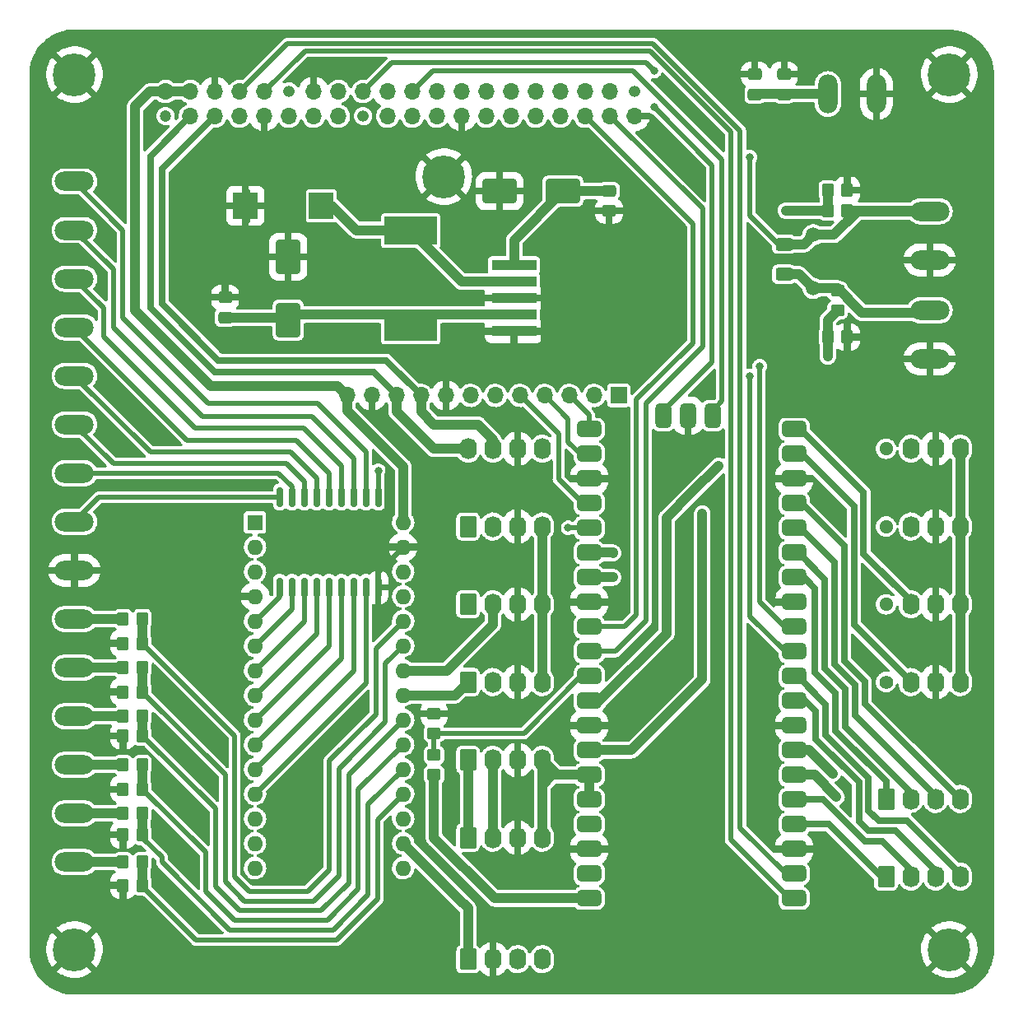
<source format=gbr>
%TF.GenerationSoftware,KiCad,Pcbnew,6.0.10*%
%TF.CreationDate,2023-01-17T11:13:45-03:00*%
%TF.ProjectId,trekking,7472656b-6b69-46e6-972e-6b696361645f,rev?*%
%TF.SameCoordinates,Original*%
%TF.FileFunction,Copper,L1,Top*%
%TF.FilePolarity,Positive*%
%FSLAX46Y46*%
G04 Gerber Fmt 4.6, Leading zero omitted, Abs format (unit mm)*
G04 Created by KiCad (PCBNEW 6.0.10) date 2023-01-17 11:13:45*
%MOMM*%
%LPD*%
G01*
G04 APERTURE LIST*
G04 Aperture macros list*
%AMRoundRect*
0 Rectangle with rounded corners*
0 $1 Rounding radius*
0 $2 $3 $4 $5 $6 $7 $8 $9 X,Y pos of 4 corners*
0 Add a 4 corners polygon primitive as box body*
4,1,4,$2,$3,$4,$5,$6,$7,$8,$9,$2,$3,0*
0 Add four circle primitives for the rounded corners*
1,1,$1+$1,$2,$3*
1,1,$1+$1,$4,$5*
1,1,$1+$1,$6,$7*
1,1,$1+$1,$8,$9*
0 Add four rect primitives between the rounded corners*
20,1,$1+$1,$2,$3,$4,$5,0*
20,1,$1+$1,$4,$5,$6,$7,0*
20,1,$1+$1,$6,$7,$8,$9,0*
20,1,$1+$1,$8,$9,$2,$3,0*%
%AMFreePoly0*
4,1,28,0.087733,0.694480,0.250858,0.653506,0.399499,0.574804,0.525078,0.462918,0.620343,0.324307,0.679794,0.166973,0.700000,0.000000,0.699846,-0.014660,0.676148,-0.181173,0.613415,-0.337228,0.515268,-0.473813,0.387374,-0.583045,0.237117,-0.658617,0.073170,-0.696165,-0.095001,-0.693523,-0.257687,-0.650844,-0.405497,-0.570589,-0.529897,-0.457394,-0.623705,-0.317793,-0.681505,-0.159846,
-0.699962,0.007330,-0.678008,0.174083,-0.616912,0.330786,-0.520201,0.468391,-0.393458,0.578956,-0.244000,0.656097,-0.080456,0.695361,0.087733,0.694480,0.087733,0.694480,$1*%
G04 Aperture macros list end*
%TA.AperFunction,SMDPad,CuDef*%
%ADD10RoundRect,0.250000X0.350000X0.450000X-0.350000X0.450000X-0.350000X-0.450000X0.350000X-0.450000X0*%
%TD*%
%TA.AperFunction,SMDPad,CuDef*%
%ADD11RoundRect,0.250000X0.450000X-0.350000X0.450000X0.350000X-0.450000X0.350000X-0.450000X-0.350000X0*%
%TD*%
%TA.AperFunction,SMDPad,CuDef*%
%ADD12RoundRect,0.250000X-0.475000X0.337500X-0.475000X-0.337500X0.475000X-0.337500X0.475000X0.337500X0*%
%TD*%
%TA.AperFunction,ComponentPad*%
%ADD13C,1.200000*%
%TD*%
%TA.AperFunction,ComponentPad*%
%ADD14O,1.700000X1.700000*%
%TD*%
%TA.AperFunction,ComponentPad*%
%ADD15O,1.200000X1.200000*%
%TD*%
%TA.AperFunction,ComponentPad*%
%ADD16FreePoly0,0.000000*%
%TD*%
%TA.AperFunction,ComponentPad*%
%ADD17O,1.740000X2.190000*%
%TD*%
%TA.AperFunction,SMDPad,CuDef*%
%ADD18RoundRect,0.412500X0.837500X0.412500X-0.837500X0.412500X-0.837500X-0.412500X0.837500X-0.412500X0*%
%TD*%
%TA.AperFunction,SMDPad,CuDef*%
%ADD19RoundRect,0.412500X-0.412500X0.837500X-0.412500X-0.837500X0.412500X-0.837500X0.412500X0.837500X0*%
%TD*%
%TA.AperFunction,ComponentPad*%
%ADD20C,1.500000*%
%TD*%
%TA.AperFunction,ComponentPad*%
%ADD21C,4.400000*%
%TD*%
%TA.AperFunction,SMDPad,CuDef*%
%ADD22RoundRect,0.250000X-0.350000X-0.450000X0.350000X-0.450000X0.350000X0.450000X-0.350000X0.450000X0*%
%TD*%
%TA.AperFunction,SMDPad,CuDef*%
%ADD23RoundRect,0.250000X0.475000X-0.337500X0.475000X0.337500X-0.475000X0.337500X-0.475000X-0.337500X0*%
%TD*%
%TA.AperFunction,SMDPad,CuDef*%
%ADD24RoundRect,0.250000X-0.450000X0.350000X-0.450000X-0.350000X0.450000X-0.350000X0.450000X0.350000X0*%
%TD*%
%TA.AperFunction,SMDPad,CuDef*%
%ADD25RoundRect,0.250000X0.625000X-0.400000X0.625000X0.400000X-0.625000X0.400000X-0.625000X-0.400000X0*%
%TD*%
%TA.AperFunction,ComponentPad*%
%ADD26RoundRect,0.250000X-0.620000X-0.845000X0.620000X-0.845000X0.620000X0.845000X-0.620000X0.845000X0*%
%TD*%
%TA.AperFunction,ComponentPad*%
%ADD27O,4.000000X2.000000*%
%TD*%
%TA.AperFunction,SMDPad,CuDef*%
%ADD28RoundRect,0.250000X1.000000X-1.500000X1.000000X1.500000X-1.000000X1.500000X-1.000000X-1.500000X0*%
%TD*%
%TA.AperFunction,ComponentPad*%
%ADD29R,2.000000X2.000000*%
%TD*%
%TA.AperFunction,SMDPad,CuDef*%
%ADD30R,2.500000X2.700000*%
%TD*%
%TA.AperFunction,ComponentPad*%
%ADD31C,1.400000*%
%TD*%
%TA.AperFunction,SMDPad,CuDef*%
%ADD32R,4.600000X1.100000*%
%TD*%
%TA.AperFunction,SMDPad,CuDef*%
%ADD33R,9.400000X10.800000*%
%TD*%
%TA.AperFunction,ComponentPad*%
%ADD34R,1.600000X1.600000*%
%TD*%
%TA.AperFunction,ComponentPad*%
%ADD35O,1.600000X1.600000*%
%TD*%
%TA.AperFunction,SMDPad,CuDef*%
%ADD36RoundRect,0.250000X1.500000X1.000000X-1.500000X1.000000X-1.500000X-1.000000X1.500000X-1.000000X0*%
%TD*%
%TA.AperFunction,ComponentPad*%
%ADD37R,1.700000X1.700000*%
%TD*%
%TA.AperFunction,SMDPad,CuDef*%
%ADD38R,5.400000X2.900000*%
%TD*%
%TA.AperFunction,ComponentPad*%
%ADD39O,2.000000X4.000000*%
%TD*%
%TA.AperFunction,SMDPad,CuDef*%
%ADD40RoundRect,0.150000X0.150000X-0.875000X0.150000X0.875000X-0.150000X0.875000X-0.150000X-0.875000X0*%
%TD*%
%TA.AperFunction,ViaPad*%
%ADD41C,0.800000*%
%TD*%
%TA.AperFunction,ViaPad*%
%ADD42C,1.000000*%
%TD*%
%TA.AperFunction,Conductor*%
%ADD43C,0.500000*%
%TD*%
%TA.AperFunction,Conductor*%
%ADD44C,1.000000*%
%TD*%
%TA.AperFunction,Conductor*%
%ADD45C,0.700000*%
%TD*%
G04 APERTURE END LIST*
D10*
%TO.P,R16,1*%
%TO.N,/A0*%
X52000000Y-143400000D03*
%TO.P,R16,2*%
%TO.N,Earth*%
X50000000Y-143400000D03*
%TD*%
D11*
%TO.P,R6,1*%
%TO.N,+5V*%
X82000000Y-132000000D03*
%TO.P,R6,2*%
%TO.N,/ADC0*%
X82000000Y-130000000D03*
%TD*%
D12*
%TO.P,C1,1*%
%TO.N,Net-(C1-Pad1)*%
X100000000Y-71962500D03*
%TO.P,C1,2*%
%TO.N,Earth*%
X100000000Y-74037500D03*
%TD*%
D13*
%TO.P,J1,1,Pin_1*%
%TO.N,unconnected-(J1-Pad1)*%
X54375000Y-64275000D03*
D14*
%TO.P,J1,2,Pin_2*%
%TO.N,+5V*%
X54375000Y-61735000D03*
%TO.P,J1,3,Pin_3*%
%TO.N,/SDA0*%
X56915000Y-64275000D03*
%TO.P,J1,4,Pin_4*%
%TO.N,+5V*%
X56915000Y-61735000D03*
%TO.P,J1,5,Pin_5*%
%TO.N,/SCL0*%
X59455000Y-64275000D03*
%TO.P,J1,6,Pin_6*%
%TO.N,Earth*%
X59455000Y-61735000D03*
%TO.P,J1,7,Pin_7*%
%TO.N,unconnected-(J1-Pad7)*%
X61995000Y-64275000D03*
%TO.P,J1,8,Pin_8*%
%TO.N,/RXD0*%
X61995000Y-61735000D03*
%TO.P,J1,9,Pin_9*%
%TO.N,Earth*%
X64535000Y-64275000D03*
%TO.P,J1,10,Pin_10*%
%TO.N,/TXD0*%
X64535000Y-61735000D03*
%TO.P,J1,11,Pin_11*%
%TO.N,unconnected-(J1-Pad11)*%
X67075000Y-64275000D03*
D15*
%TO.P,J1,12,Pin_12*%
%TO.N,unconnected-(J1-Pad12)*%
X67075000Y-61735000D03*
D14*
%TO.P,J1,13,Pin_13*%
%TO.N,unconnected-(J1-Pad13)*%
X69615000Y-64275000D03*
%TO.P,J1,14,Pin_14*%
%TO.N,Earth*%
X69615000Y-61735000D03*
%TO.P,J1,15,Pin_15*%
%TO.N,unconnected-(J1-Pad15)*%
X72155000Y-64275000D03*
%TO.P,J1,16,Pin_16*%
%TO.N,unconnected-(J1-Pad16)*%
X72155000Y-61735000D03*
D15*
%TO.P,J1,17,Pin_17*%
%TO.N,unconnected-(J1-Pad17)*%
X74695000Y-64275000D03*
D14*
%TO.P,J1,18,Pin_18*%
%TO.N,/SWDIO*%
X74695000Y-61735000D03*
%TO.P,J1,19,Pin_19*%
%TO.N,/MOSI*%
X77235000Y-64275000D03*
%TO.P,J1,20,Pin_20*%
%TO.N,Earth*%
X77235000Y-61735000D03*
%TO.P,J1,21,Pin_21*%
%TO.N,/MISO*%
X79775000Y-64275000D03*
%TO.P,J1,22,Pin_22*%
%TO.N,/SWCLK*%
X79775000Y-61735000D03*
%TO.P,J1,23,Pin_23*%
%TO.N,/SCK*%
X82315000Y-64275000D03*
%TO.P,J1,24,Pin_24*%
%TO.N,/SC*%
X82315000Y-61735000D03*
%TO.P,J1,25,Pin_25*%
%TO.N,Earth*%
X84855000Y-64275000D03*
%TO.P,J1,26,Pin_26*%
%TO.N,/RST_A*%
X84855000Y-61735000D03*
%TO.P,J1,27,Pin_27*%
%TO.N,unconnected-(J1-Pad27)*%
X87395000Y-64275000D03*
%TO.P,J1,28,Pin_28*%
%TO.N,unconnected-(J1-Pad28)*%
X87395000Y-61735000D03*
%TO.P,J1,29,Pin_29*%
%TO.N,unconnected-(J1-Pad29)*%
X89935000Y-64275000D03*
%TO.P,J1,30,Pin_30*%
%TO.N,Earth*%
X89935000Y-61735000D03*
%TO.P,J1,31,Pin_31*%
%TO.N,unconnected-(J1-Pad31)*%
X92475000Y-64275000D03*
%TO.P,J1,32,Pin_32*%
%TO.N,unconnected-(J1-Pad32)*%
X92475000Y-61735000D03*
%TO.P,J1,33,Pin_33*%
%TO.N,unconnected-(J1-Pad33)*%
X95015000Y-64275000D03*
%TO.P,J1,34,Pin_34*%
%TO.N,Earth*%
X95015000Y-61735000D03*
%TO.P,J1,35,Pin_35*%
%TO.N,/G22*%
X97555000Y-64275000D03*
%TO.P,J1,36,Pin_36*%
%TO.N,unconnected-(J1-Pad36)*%
X97555000Y-61735000D03*
%TO.P,J1,37,Pin_37*%
%TO.N,/RUN*%
X100095000Y-64275000D03*
%TO.P,J1,38,Pin_38*%
%TO.N,unconnected-(J1-Pad38)*%
X100095000Y-61735000D03*
%TO.P,J1,39,Pin_39*%
%TO.N,Earth*%
X102635000Y-64275000D03*
D15*
%TO.P,J1,40,Pin_40*%
%TO.N,unconnected-(J1-Pad40)*%
X102635000Y-61735000D03*
%TD*%
D16*
%TO.P,J5,1,Pin_1*%
%TO.N,unconnected-(J5-Pad1)*%
X128500000Y-106483500D03*
D17*
%TO.P,J5,2,Pin_2*%
%TO.N,/P3D*%
X131040000Y-106483500D03*
%TO.P,J5,3,Pin_3*%
%TO.N,Earth*%
X133580000Y-106483500D03*
%TO.P,J5,4,Pin_4*%
%TO.N,+3V3*%
X136120000Y-106483500D03*
%TD*%
D18*
%TO.P,U1,1,GP0_TX0*%
%TO.N,/TXD0*%
X119041000Y-144743500D03*
%TO.P,U1,2,GP1_RX0*%
%TO.N,/RXD0*%
X119041000Y-142203500D03*
%TO.P,U1,3,GND*%
%TO.N,Earth*%
X119041000Y-139663500D03*
%TO.P,U1,4,GP2*%
%TO.N,/P1A*%
X119041000Y-137123500D03*
%TO.P,U1,5,GP3*%
%TO.N,/P1B*%
X119041000Y-134583500D03*
%TO.P,U1,6,GP4_SDA0*%
%TO.N,/SDA0*%
X119041000Y-132043500D03*
%TO.P,U1,7,GP5_SCL0*%
%TO.N,/SCL0*%
X119041000Y-129503500D03*
%TO.P,U1,8,GND*%
%TO.N,Earth*%
X119041000Y-126963500D03*
%TO.P,U1,9,GP6*%
%TO.N,/P1C*%
X119041000Y-124423500D03*
%TO.P,U1,10,GP7*%
%TO.N,/P1D*%
X119041000Y-121883500D03*
%TO.P,U1,11,GP8_TX1*%
%TO.N,/TXD1*%
X119041000Y-119343500D03*
%TO.P,U1,12,GP9_RX1*%
%TO.N,/RXD1*%
X119041000Y-116803500D03*
%TO.P,U1,13,GND*%
%TO.N,Earth*%
X119041000Y-114263500D03*
%TO.P,U1,14,GP10*%
%TO.N,/P2A*%
X119041000Y-111723500D03*
%TO.P,U1,15,GP11*%
%TO.N,/P2B*%
X119041000Y-109183500D03*
%TO.P,U1,16,GP12*%
%TO.N,/P2C*%
X119041000Y-106643500D03*
%TO.P,U1,17,GP13*%
%TO.N,/P2D*%
X119041000Y-104103500D03*
%TO.P,U1,18,GND*%
%TO.N,Earth*%
X119041000Y-101563500D03*
%TO.P,U1,19,GP14*%
%TO.N,/P3B*%
X119041000Y-99023500D03*
%TO.P,U1,20,GP15*%
%TO.N,/P3A*%
X119041000Y-96483500D03*
%TO.P,U1,21,GP16*%
%TO.N,/SPI0_RX*%
X97959000Y-96483500D03*
%TO.P,U1,22,GP17*%
%TO.N,/SPI0_SC*%
X97959000Y-99023500D03*
%TO.P,U1,23,GND*%
%TO.N,Earth*%
X97959000Y-101563500D03*
%TO.P,U1,24,GP18*%
%TO.N,/SPI0_SCK*%
X97959000Y-104103500D03*
%TO.P,U1,25,GP19*%
%TO.N,/SPI0_TX*%
X97959000Y-106643500D03*
%TO.P,U1,26,GP20*%
%TO.N,/P3C*%
X97959000Y-109183500D03*
%TO.P,U1,27,GP21*%
%TO.N,/P3D*%
X97959000Y-111723500D03*
%TO.P,U1,28,GND*%
%TO.N,Earth*%
X97959000Y-114263500D03*
%TO.P,U1,29,GP22*%
%TO.N,/G22*%
X97959000Y-116803500D03*
%TO.P,U1,30,RUN*%
%TO.N,/RUN*%
X97959000Y-119343500D03*
%TO.P,U1,31,GP26*%
%TO.N,/ADC0*%
X97959000Y-121883500D03*
%TO.P,U1,32,GP27*%
%TO.N,/ADC1*%
X97959000Y-124423500D03*
%TO.P,U1,33,GND*%
%TO.N,Earth*%
X97959000Y-126963500D03*
%TO.P,U1,34,GP28*%
%TO.N,/ADC2*%
X97959000Y-129503500D03*
%TO.P,U1,35,ADC_VREF*%
%TO.N,+3V3*%
X97959000Y-132043500D03*
%TO.P,U1,36,3V3*%
X97959000Y-134583500D03*
%TO.P,U1,37,3V3_EN*%
%TO.N,unconnected-(U1-Pad37)*%
X97959000Y-137123500D03*
%TO.P,U1,38,GND*%
%TO.N,Earth*%
X97959000Y-139663500D03*
%TO.P,U1,39,VSYS*%
%TO.N,unconnected-(U1-Pad39)*%
X97959000Y-142203500D03*
%TO.P,U1,40,VBUS*%
%TO.N,+5V*%
X97959000Y-144743500D03*
D19*
%TO.P,U1,41,SWCLK*%
%TO.N,/SWCLK*%
X110659000Y-95086500D03*
%TO.P,U1,42,GND*%
%TO.N,Earth*%
X108119000Y-95086500D03*
%TO.P,U1,43,SWDIO*%
%TO.N,/SWDIO*%
X105579000Y-95086500D03*
%TD*%
D20*
%TO.P,VIN,1*%
%TO.N,/VIN*%
X121000000Y-82000000D03*
%TD*%
D21*
%TO.P,REF\u002A\u002A,1*%
%TO.N,Earth*%
X45000000Y-60000000D03*
%TD*%
D22*
%TO.P,R5,1*%
%TO.N,/ADC1*%
X122500000Y-71900000D03*
%TO.P,R5,2*%
%TO.N,Earth*%
X124500000Y-71900000D03*
%TD*%
D16*
%TO.P,J2,1,Pin_1*%
%TO.N,unconnected-(J2-Pad1)*%
X128500000Y-114483500D03*
D17*
%TO.P,J2,2,Pin_2*%
%TO.N,/P3A*%
X131040000Y-114483500D03*
%TO.P,J2,3,Pin_3*%
%TO.N,Earth*%
X133580000Y-114483500D03*
%TO.P,J2,4,Pin_4*%
%TO.N,+3V3*%
X136120000Y-114483500D03*
%TD*%
%TO.P,J17,1,Pin_1*%
%TO.N,/SDA0*%
X85500000Y-98483500D03*
%TO.P,J17,2,Pin_2*%
%TO.N,/SCL0*%
X88040000Y-98483500D03*
%TO.P,J17,3,Pin_3*%
%TO.N,Earth*%
X90580000Y-98483500D03*
%TO.P,J17,4,Pin_4*%
%TO.N,+3V3*%
X93120000Y-98483500D03*
%TD*%
D10*
%TO.P,R15,1*%
%TO.N,/A1*%
X52000000Y-138200000D03*
%TO.P,R15,2*%
%TO.N,Earth*%
X50000000Y-138200000D03*
%TD*%
D23*
%TO.P,C3,1*%
%TO.N,+5V*%
X115000000Y-62037500D03*
%TO.P,C3,2*%
%TO.N,Earth*%
X115000000Y-59962500D03*
%TD*%
D24*
%TO.P,R1,1*%
%TO.N,/VIN*%
X123500000Y-82250000D03*
%TO.P,R1,2*%
%TO.N,/ADC2*%
X123500000Y-84250000D03*
%TD*%
D25*
%TO.P,R3,1*%
%TO.N,/VIN*%
X118000000Y-80550000D03*
%TO.P,R3,2*%
%TO.N,/VCC*%
X118000000Y-77450000D03*
%TD*%
D26*
%TO.P,J10,1,Pin_1*%
%TO.N,/P2A*%
X128500000Y-134503500D03*
D17*
%TO.P,J10,2,Pin_2*%
%TO.N,/P2B*%
X131040000Y-134503500D03*
%TO.P,J10,3,Pin_3*%
%TO.N,/P2C*%
X133580000Y-134503500D03*
%TO.P,J10,4,Pin_4*%
%TO.N,/P2D*%
X136120000Y-134503500D03*
%TD*%
D26*
%TO.P,J23,1,Pin_1*%
%TO.N,+3V3*%
X85500000Y-151000000D03*
D17*
%TO.P,J23,2,Pin_2*%
%TO.N,Earth*%
X88040000Y-151000000D03*
%TO.P,J23,3,Pin_3*%
%TO.N,/ATX*%
X90580000Y-151000000D03*
%TO.P,J23,4,Pin_4*%
%TO.N,/ARX*%
X93120000Y-151000000D03*
%TD*%
D22*
%TO.P,R13,1*%
%TO.N,Net-(J22-Pad3)*%
X50000000Y-126000000D03*
%TO.P,R13,2*%
%TO.N,/A3*%
X52000000Y-126000000D03*
%TD*%
D27*
%TO.P,J22,1,Pin_1*%
%TO.N,Net-(J22-Pad1)*%
X45000000Y-116000000D03*
%TO.P,J22,2,Pin_2*%
%TO.N,Net-(J22-Pad2)*%
X45000000Y-121000000D03*
%TO.P,J22,3,Pin_3*%
%TO.N,Net-(J22-Pad3)*%
X45000000Y-126000000D03*
%TD*%
D26*
%TO.P,J15,1,Pin_1*%
%TO.N,/SDA0*%
X85500000Y-106483500D03*
D17*
%TO.P,J15,2,Pin_2*%
%TO.N,/SCL0*%
X88040000Y-106483500D03*
%TO.P,J15,3,Pin_3*%
%TO.N,Earth*%
X90580000Y-106483500D03*
%TO.P,J15,4,Pin_4*%
%TO.N,+3V3*%
X93120000Y-106483500D03*
%TD*%
D22*
%TO.P,R10,1*%
%TO.N,Net-(J21-Pad3)*%
X50000000Y-141000000D03*
%TO.P,R10,2*%
%TO.N,/A0*%
X52000000Y-141000000D03*
%TD*%
D28*
%TO.P,C5,1*%
%TO.N,Net-(C5-Pad1)*%
X67000000Y-85250000D03*
%TO.P,C5,2*%
%TO.N,Earth*%
X67000000Y-78750000D03*
%TD*%
D26*
%TO.P,J12,1,Pin_1*%
%TO.N,/SDA0*%
X85500000Y-138483500D03*
D17*
%TO.P,J12,2,Pin_2*%
%TO.N,/SCL0*%
X88040000Y-138483500D03*
%TO.P,J12,3,Pin_3*%
%TO.N,Earth*%
X90580000Y-138483500D03*
%TO.P,J12,4,Pin_4*%
%TO.N,+3V3*%
X93120000Y-138483500D03*
%TD*%
D10*
%TO.P,R17,1*%
%TO.N,/A7*%
X52000000Y-118500000D03*
%TO.P,R17,2*%
%TO.N,Earth*%
X50000000Y-118500000D03*
%TD*%
D29*
%TO.P,D1,1,K*%
%TO.N,Net-(D1-Pad1)*%
X70310000Y-73500000D03*
D30*
X70400000Y-73500000D03*
%TO.P,D1,2,A*%
%TO.N,Earth*%
X62600000Y-73500000D03*
D29*
X62690000Y-73500000D03*
%TD*%
D21*
%TO.P,,1*%
%TO.N,Earth*%
X83000000Y-70500000D03*
%TD*%
D31*
%TO.P,J3,1,Pin_1*%
%TO.N,unconnected-(J3-Pad1)*%
X128500000Y-122483500D03*
D17*
%TO.P,J3,2,Pin_2*%
%TO.N,/P3B*%
X131040000Y-122483500D03*
%TO.P,J3,3,Pin_3*%
%TO.N,Earth*%
X133580000Y-122483500D03*
%TO.P,J3,4,Pin_4*%
%TO.N,+3V3*%
X136120000Y-122483500D03*
%TD*%
D32*
%TO.P,U2,1,VIN*%
%TO.N,Net-(C1-Pad1)*%
X90225000Y-79600000D03*
%TO.P,U2,2,OUT*%
%TO.N,Net-(D1-Pad1)*%
X90225000Y-81300000D03*
D33*
%TO.P,U2,3,GND*%
%TO.N,Earth*%
X99375000Y-83000000D03*
D32*
X90225000Y-83000000D03*
%TO.P,U2,4,FB*%
%TO.N,Net-(C5-Pad1)*%
X90225000Y-84700000D03*
%TO.P,U2,5,~{ON}/OFF*%
%TO.N,Earth*%
X90225000Y-86400000D03*
%TD*%
D27*
%TO.P,J20,1,Pin_1*%
%TO.N,/O3*%
X45000000Y-101000000D03*
%TO.P,J20,2,Pin_2*%
%TO.N,/O2*%
X45000000Y-106000000D03*
%TO.P,J20,3,Pin_3*%
%TO.N,Earth*%
X45000000Y-111000000D03*
%TD*%
D20*
%TO.P,VCC,1*%
%TO.N,/VCC*%
X121000000Y-76500000D03*
%TD*%
D22*
%TO.P,R12,1*%
%TO.N,Net-(J22-Pad2)*%
X50000000Y-121000000D03*
%TO.P,R12,2*%
%TO.N,/A6*%
X52000000Y-121000000D03*
%TD*%
%TO.P,R2,1*%
%TO.N,/ADC2*%
X122500000Y-87000000D03*
%TO.P,R2,2*%
%TO.N,Earth*%
X124500000Y-87000000D03*
%TD*%
D21*
%TO.P,REF\u002A\u002A,1*%
%TO.N,Earth*%
X45000000Y-150000000D03*
%TD*%
%TO.P,REF\u002A\u002A,1*%
%TO.N,Earth*%
X135000000Y-150000000D03*
%TD*%
D34*
%TO.P,A1,1,TX*%
%TO.N,/ATX*%
X63580000Y-106060000D03*
D35*
%TO.P,A1,2,RX*%
%TO.N,/ARX*%
X63580000Y-108600000D03*
%TO.P,A1,3,~{RESET}*%
%TO.N,/RST_A*%
X63580000Y-111140000D03*
%TO.P,A1,4,GND*%
%TO.N,Earth*%
X63580000Y-113680000D03*
%TO.P,A1,5,D2~*%
%TO.N,/D2*%
X63580000Y-116220000D03*
%TO.P,A1,6,D3~*%
%TO.N,/D3*%
X63580000Y-118760000D03*
%TO.P,A1,7,D4~*%
%TO.N,/D4*%
X63580000Y-121300000D03*
%TO.P,A1,8,D5~*%
%TO.N,/D5*%
X63580000Y-123840000D03*
%TO.P,A1,9,D6~*%
%TO.N,/D6*%
X63580000Y-126380000D03*
%TO.P,A1,10,D7~*%
%TO.N,/D7*%
X63580000Y-128920000D03*
%TO.P,A1,11,D8~*%
%TO.N,/D8*%
X63580000Y-131460000D03*
%TO.P,A1,12,D9~*%
%TO.N,/D9*%
X63580000Y-134000000D03*
%TO.P,A1,13,D10~*%
%TO.N,/SC*%
X63580000Y-136540000D03*
%TO.P,A1,14,D11~/MOSI*%
%TO.N,/MOSI*%
X63580000Y-139080000D03*
%TO.P,A1,15,D12~/MISO*%
%TO.N,/MISO*%
X63580000Y-141620000D03*
%TO.P,A1,16,D13~/SCK*%
%TO.N,/SCK*%
X78820000Y-141620000D03*
%TO.P,A1,17,3V3*%
%TO.N,+3V3*%
X78820000Y-139080000D03*
%TO.P,A1,18,AREF*%
X78820000Y-136540000D03*
%TO.P,A1,19,A0*%
%TO.N,/A0*%
X78820000Y-134000000D03*
%TO.P,A1,20,A1*%
%TO.N,/A1*%
X78820000Y-131460000D03*
%TO.P,A1,21,A2*%
%TO.N,/A2*%
X78820000Y-128920000D03*
%TO.P,A1,22,A3*%
%TO.N,/A3*%
X78820000Y-126380000D03*
%TO.P,A1,23,A4/SDA*%
%TO.N,/SDA0*%
X78820000Y-123840000D03*
%TO.P,A1,24,A5/SCL*%
%TO.N,/SCL0*%
X78820000Y-121300000D03*
%TO.P,A1,25,A6*%
%TO.N,/A6*%
X78820000Y-118760000D03*
%TO.P,A1,26,A7*%
%TO.N,/A7*%
X78820000Y-116220000D03*
%TO.P,A1,27,+5V*%
%TO.N,+5V*%
X78820000Y-113680000D03*
%TO.P,A1,28,~{RESET}*%
%TO.N,unconnected-(A1-Pad28)*%
X78820000Y-111140000D03*
%TO.P,A1,29,GND*%
%TO.N,Earth*%
X78820000Y-108600000D03*
%TO.P,A1,30,VIN*%
%TO.N,+5V*%
X78820000Y-106060000D03*
%TD*%
D26*
%TO.P,J16,1,Pin_1*%
%TO.N,/SDA0*%
X85500000Y-122483500D03*
D17*
%TO.P,J16,2,Pin_2*%
%TO.N,/SCL0*%
X88040000Y-122483500D03*
%TO.P,J16,3,Pin_3*%
%TO.N,Earth*%
X90580000Y-122483500D03*
%TO.P,J16,4,Pin_4*%
%TO.N,+3V3*%
X93120000Y-122483500D03*
%TD*%
D36*
%TO.P,C4,1*%
%TO.N,Net-(C1-Pad1)*%
X95250000Y-72000000D03*
%TO.P,C4,2*%
%TO.N,Earth*%
X88750000Y-72000000D03*
%TD*%
D37*
%TO.P,J18,1,Pin_1*%
%TO.N,/TXD1*%
X101000000Y-93000000D03*
D14*
%TO.P,J18,2,Pin_2*%
%TO.N,/RXD1*%
X98460000Y-93000000D03*
%TO.P,J18,3,Pin_3*%
%TO.N,/SPI0_RX*%
X95920000Y-93000000D03*
%TO.P,J18,4,Pin_4*%
%TO.N,/SPI0_SC*%
X93380000Y-93000000D03*
%TO.P,J18,5,Pin_5*%
%TO.N,/SPI0_SCK*%
X90840000Y-93000000D03*
%TO.P,J18,6,Pin_6*%
%TO.N,/SPI0_TX*%
X88300000Y-93000000D03*
%TO.P,J18,7,Pin_7*%
%TO.N,+3V3*%
X85760000Y-93000000D03*
%TO.P,J18,8,Pin_8*%
%TO.N,Earth*%
X83220000Y-93000000D03*
%TO.P,J18,9,Pin_9*%
%TO.N,/SCL0*%
X80680000Y-93000000D03*
%TO.P,J18,10,Pin_10*%
%TO.N,/SDA0*%
X78140000Y-93000000D03*
%TO.P,J18,11,Pin_11*%
%TO.N,Earth*%
X75600000Y-93000000D03*
%TO.P,J18,12,Pin_12*%
%TO.N,+5V*%
X73060000Y-93000000D03*
%TD*%
D23*
%TO.P,C2,1*%
%TO.N,+5V*%
X118000000Y-62037500D03*
%TO.P,C2,2*%
%TO.N,Earth*%
X118000000Y-59962500D03*
%TD*%
D16*
%TO.P,J4,1,Pin_1*%
%TO.N,unconnected-(J4-Pad1)*%
X128500000Y-98483500D03*
D17*
%TO.P,J4,2,Pin_2*%
%TO.N,/P3C*%
X131040000Y-98483500D03*
%TO.P,J4,3,Pin_3*%
%TO.N,Earth*%
X133580000Y-98483500D03*
%TO.P,J4,4,Pin_4*%
%TO.N,+3V3*%
X136120000Y-98483500D03*
%TD*%
D26*
%TO.P,J13,1,Pin_1*%
%TO.N,/SDA0*%
X85500000Y-114483500D03*
D17*
%TO.P,J13,2,Pin_2*%
%TO.N,/SCL0*%
X88040000Y-114483500D03*
%TO.P,J13,3,Pin_3*%
%TO.N,Earth*%
X90580000Y-114483500D03*
%TO.P,J13,4,Pin_4*%
%TO.N,+3V3*%
X93120000Y-114483500D03*
%TD*%
D38*
%TO.P,L1,1,1*%
%TO.N,Net-(D1-Pad1)*%
X79600000Y-76050000D03*
%TO.P,L1,2,2*%
%TO.N,Net-(C5-Pad1)*%
X79600000Y-85950000D03*
%TD*%
D23*
%TO.P,C6,1*%
%TO.N,Net-(C5-Pad1)*%
X60500000Y-85000000D03*
%TO.P,C6,2*%
%TO.N,Earth*%
X60500000Y-82925000D03*
%TD*%
D10*
%TO.P,R14,1*%
%TO.N,/A2*%
X52000000Y-133500000D03*
%TO.P,R14,2*%
%TO.N,Earth*%
X50000000Y-133500000D03*
%TD*%
D21*
%TO.P,REF\u002A\u002A,1*%
%TO.N,Earth*%
X135000000Y-60000000D03*
%TD*%
D22*
%TO.P,R11,1*%
%TO.N,Net-(J22-Pad1)*%
X50000000Y-116000000D03*
%TO.P,R11,2*%
%TO.N,/A7*%
X52000000Y-116000000D03*
%TD*%
D26*
%TO.P,J9,1,Pin_1*%
%TO.N,/P1A*%
X128500000Y-142483500D03*
D17*
%TO.P,J9,2,Pin_2*%
%TO.N,/P1B*%
X131040000Y-142483500D03*
%TO.P,J9,3,Pin_3*%
%TO.N,/P1C*%
X133580000Y-142483500D03*
%TO.P,J9,4,Pin_4*%
%TO.N,/P1D*%
X136120000Y-142483500D03*
%TD*%
D27*
%TO.P,J19,1,Pin_1*%
%TO.N,/O6*%
X45000000Y-86000000D03*
%TO.P,J19,2,Pin_2*%
%TO.N,/O5*%
X45000000Y-91000000D03*
%TO.P,J19,3,Pin_3*%
%TO.N,/O4*%
X45000000Y-96000000D03*
%TD*%
%TO.P,J7,1,Pin_1*%
%TO.N,/VCC*%
X133000000Y-74058500D03*
%TO.P,J7,2,Pin_2*%
%TO.N,Earth*%
X133000000Y-79058500D03*
%TD*%
D22*
%TO.P,R9,1*%
%TO.N,Net-(J21-Pad2)*%
X50000000Y-136000000D03*
%TO.P,R9,2*%
%TO.N,/A1*%
X52000000Y-136000000D03*
%TD*%
D39*
%TO.P,J8,1,Pin_1*%
%TO.N,+5V*%
X122500000Y-62000000D03*
%TO.P,J8,2,Pin_2*%
%TO.N,Earth*%
X127500000Y-62000000D03*
%TD*%
D27*
%TO.P,J11,1,Pin_1*%
%TO.N,/O9*%
X45000000Y-71000000D03*
%TO.P,J11,2,Pin_2*%
%TO.N,/O8*%
X45000000Y-76000000D03*
%TO.P,J11,3,Pin_3*%
%TO.N,/O7*%
X45000000Y-81000000D03*
%TD*%
D10*
%TO.P,R19,1*%
%TO.N,/A3*%
X52000000Y-128000000D03*
%TO.P,R19,2*%
%TO.N,Earth*%
X50000000Y-128000000D03*
%TD*%
D27*
%TO.P,J21,1,Pin_1*%
%TO.N,Net-(J21-Pad1)*%
X45000000Y-131000000D03*
%TO.P,J21,2,Pin_2*%
%TO.N,Net-(J21-Pad2)*%
X45000000Y-136000000D03*
%TO.P,J21,3,Pin_3*%
%TO.N,Net-(J21-Pad3)*%
X45000000Y-141000000D03*
%TD*%
D10*
%TO.P,R4,1*%
%TO.N,/VCC*%
X124500000Y-74000000D03*
%TO.P,R4,2*%
%TO.N,/ADC1*%
X122500000Y-74000000D03*
%TD*%
D40*
%TO.P,U3,1,I1*%
%TO.N,/D2*%
X66110000Y-112760000D03*
%TO.P,U3,2,I2*%
%TO.N,/D3*%
X67380000Y-112760000D03*
%TO.P,U3,3,I3*%
%TO.N,/D4*%
X68650000Y-112760000D03*
%TO.P,U3,4,I4*%
%TO.N,/D5*%
X69920000Y-112760000D03*
%TO.P,U3,5,I5*%
%TO.N,/D6*%
X71190000Y-112760000D03*
%TO.P,U3,6,I6*%
%TO.N,/D7*%
X72460000Y-112760000D03*
%TO.P,U3,7,I7*%
%TO.N,/D8*%
X73730000Y-112760000D03*
%TO.P,U3,8,I8*%
%TO.N,/D9*%
X75000000Y-112760000D03*
%TO.P,U3,9,GND*%
%TO.N,Earth*%
X76270000Y-112760000D03*
%TO.P,U3,10,COM*%
%TO.N,/VCC*%
X76270000Y-103460000D03*
%TO.P,U3,11,O8*%
%TO.N,/O9*%
X75000000Y-103460000D03*
%TO.P,U3,12,O7*%
%TO.N,/O8*%
X73730000Y-103460000D03*
%TO.P,U3,13,O6*%
%TO.N,/O7*%
X72460000Y-103460000D03*
%TO.P,U3,14,O5*%
%TO.N,/O6*%
X71190000Y-103460000D03*
%TO.P,U3,15,O4*%
%TO.N,/O5*%
X69920000Y-103460000D03*
%TO.P,U3,16,O3*%
%TO.N,/O4*%
X68650000Y-103460000D03*
%TO.P,U3,17,O2*%
%TO.N,/O3*%
X67380000Y-103460000D03*
%TO.P,U3,18,O1*%
%TO.N,/O2*%
X66110000Y-103460000D03*
%TD*%
D27*
%TO.P,J6,1,Pin_1*%
%TO.N,/VIN*%
X133000000Y-84233500D03*
%TO.P,J6,2,Pin_2*%
%TO.N,Earth*%
X133000000Y-89233500D03*
%TD*%
D22*
%TO.P,R8,1*%
%TO.N,Net-(J21-Pad1)*%
X50000000Y-131000000D03*
%TO.P,R8,2*%
%TO.N,/A2*%
X52000000Y-131000000D03*
%TD*%
D10*
%TO.P,R18,1*%
%TO.N,/A6*%
X52000000Y-123500000D03*
%TO.P,R18,2*%
%TO.N,Earth*%
X50000000Y-123500000D03*
%TD*%
D26*
%TO.P,J14,1,Pin_1*%
%TO.N,/SDA0*%
X85500000Y-130483500D03*
D17*
%TO.P,J14,2,Pin_2*%
%TO.N,/SCL0*%
X88040000Y-130483500D03*
%TO.P,J14,3,Pin_3*%
%TO.N,Earth*%
X90580000Y-130483500D03*
%TO.P,J14,4,Pin_4*%
%TO.N,+3V3*%
X93120000Y-130483500D03*
%TD*%
D11*
%TO.P,R7,1*%
%TO.N,/ADC0*%
X82000000Y-127750000D03*
%TO.P,R7,2*%
%TO.N,Earth*%
X82000000Y-125750000D03*
%TD*%
D41*
%TO.N,Earth*%
X82000000Y-108000000D03*
X107600000Y-119400000D03*
X45000000Y-88400000D03*
X78800000Y-144200000D03*
X45000000Y-73500000D03*
X60500000Y-70500000D03*
X109500000Y-131000000D03*
X57600000Y-118400000D03*
X124500000Y-93000000D03*
X68600000Y-140600000D03*
X45000000Y-93600000D03*
X54600000Y-106600000D03*
X121000000Y-79200000D03*
X61250000Y-116250000D03*
X76200000Y-79400000D03*
X89500000Y-89000000D03*
X94500000Y-89250000D03*
X67000000Y-88000000D03*
X107800000Y-114600000D03*
X94500000Y-66500000D03*
X50800000Y-108800000D03*
X125000000Y-66500000D03*
X56000000Y-152000000D03*
X45000000Y-78600000D03*
X135500000Y-76600000D03*
X100600000Y-99400000D03*
X68000000Y-70500000D03*
X65500000Y-70500000D03*
X50600000Y-113400000D03*
X134700000Y-66500000D03*
X84500000Y-89000000D03*
X62000000Y-88000000D03*
X105500000Y-88500000D03*
X107000000Y-78500000D03*
X45000000Y-65600000D03*
X67000000Y-82000000D03*
X115600000Y-119800000D03*
X58000000Y-84000000D03*
X92000000Y-72500000D03*
X104400000Y-123000000D03*
X79000000Y-89000000D03*
X116500000Y-66500000D03*
X107800000Y-106000000D03*
X124400000Y-97800000D03*
X116250000Y-131000000D03*
X58000000Y-81000000D03*
X87000000Y-77800000D03*
X61250000Y-123800000D03*
X98000000Y-76000000D03*
X72800000Y-127000000D03*
X115500000Y-79000000D03*
X107800000Y-101400000D03*
X120200000Y-91600000D03*
X61250000Y-120000000D03*
X101500000Y-131000000D03*
X58000000Y-78000000D03*
X69500000Y-88000000D03*
X100200000Y-114200000D03*
X75500000Y-70500000D03*
X58000000Y-75500000D03*
X122800000Y-142400000D03*
X111000000Y-66500000D03*
X87000000Y-89000000D03*
X100400000Y-106600000D03*
X73000000Y-70500000D03*
X45000000Y-103800000D03*
X57600000Y-131200000D03*
X105500000Y-66500000D03*
X45000000Y-128400000D03*
X113000000Y-143000000D03*
X107000000Y-76000000D03*
X57400000Y-114200000D03*
X124500000Y-133500000D03*
X45000000Y-98600000D03*
X53500000Y-97000000D03*
X101200000Y-152000000D03*
X59500000Y-87000000D03*
X45000000Y-113400000D03*
X111250000Y-106750000D03*
X45000000Y-123400000D03*
X87000000Y-66500000D03*
X109400000Y-93000000D03*
X106000000Y-61000000D03*
X58000000Y-70500000D03*
X73000000Y-108000000D03*
X81750000Y-100750000D03*
X56000000Y-146000000D03*
X49000000Y-97500000D03*
X81800000Y-83000000D03*
X104400000Y-74200000D03*
X78800000Y-152000000D03*
X101500000Y-138000000D03*
X52800000Y-65800000D03*
X116250000Y-138000000D03*
X57600000Y-126600000D03*
X45000000Y-108800000D03*
X63000000Y-70500000D03*
X110400000Y-152000000D03*
X135500000Y-81600000D03*
X48500000Y-92000000D03*
X78000000Y-70500000D03*
X70500000Y-70500000D03*
X92000000Y-66500000D03*
X45000000Y-138600000D03*
X45000000Y-133600000D03*
X107000000Y-84000000D03*
X116800000Y-113600000D03*
X135500000Y-86800000D03*
X115600000Y-124400000D03*
X95600000Y-114200000D03*
X107000000Y-81000000D03*
X107000000Y-86500000D03*
X119200000Y-152000000D03*
X57600000Y-136000000D03*
X127900000Y-79200000D03*
X57000000Y-140200000D03*
X68600000Y-152000000D03*
X122750000Y-104750000D03*
X45000000Y-83400000D03*
X64500000Y-88000000D03*
X109900000Y-59200000D03*
X61250000Y-112250000D03*
X89500000Y-66500000D03*
X134400000Y-128600000D03*
X57600000Y-121600000D03*
X111200000Y-114600000D03*
X92000000Y-89000000D03*
X45000000Y-118400000D03*
X116500000Y-74000000D03*
X116800000Y-104600000D03*
X58000000Y-73000000D03*
X101200000Y-126000000D03*
D42*
X95500000Y-127000000D03*
D41*
X82000000Y-89000000D03*
X115500000Y-85500000D03*
X109500000Y-138000000D03*
%TO.N,+5V*%
X82000000Y-138500000D03*
%TO.N,/SDA0*%
X123400000Y-134300000D03*
%TO.N,/SCL0*%
X123000000Y-131900000D03*
%TO.N,/SWDIO*%
X104625000Y-59650000D03*
X104625000Y-63350000D03*
D42*
%TO.N,/P3D*%
X100400000Y-111700000D03*
%TO.N,/P3C*%
X100400000Y-109200000D03*
D41*
%TO.N,+3V3*%
X84495000Y-144755000D03*
%TO.N,/SPI0_TX*%
X95800000Y-106600000D03*
%TO.N,/TXD1*%
X114500000Y-91000000D03*
%TO.N,/RXD1*%
X115500000Y-90000000D03*
%TO.N,/ADC1*%
X111250000Y-100250000D03*
X118200000Y-74000000D03*
D42*
%TO.N,/ADC2*%
X122500000Y-89000000D03*
D41*
X109600000Y-105150000D03*
%TO.N,/VCC*%
X114500000Y-68500000D03*
X76250000Y-100750000D03*
%TO.N,Net-(C1-Pad1)*%
X98000000Y-72000000D03*
%TO.N,Net-(C5-Pad1)*%
X86700000Y-84700000D03*
%TD*%
D43*
%TO.N,Earth*%
X76270000Y-112760000D02*
X76270000Y-111150000D01*
X76270000Y-111150000D02*
X78820000Y-108600000D01*
D44*
%TO.N,+5V*%
X115037500Y-62000000D02*
X115000000Y-62037500D01*
X56915000Y-61735000D02*
X54375000Y-61735000D01*
X73060000Y-93000000D02*
X73060000Y-94560000D01*
X51250000Y-84250000D02*
X51250000Y-63250000D01*
X97959000Y-144743500D02*
X88243500Y-144743500D01*
X52765000Y-61735000D02*
X54375000Y-61735000D01*
X73060000Y-94560000D02*
X78820000Y-100320000D01*
X82000000Y-136000000D02*
X82000000Y-133750000D01*
X82000000Y-133750000D02*
X82000000Y-132000000D01*
X82000000Y-138500000D02*
X82000000Y-136000000D01*
X88243500Y-144743500D02*
X82000000Y-138500000D01*
X122500000Y-62000000D02*
X115037500Y-62000000D01*
X51250000Y-63250000D02*
X52765000Y-61735000D01*
X78820000Y-100320000D02*
X78820000Y-106060000D01*
X59000000Y-92000000D02*
X51250000Y-84250000D01*
X73060000Y-93000000D02*
X72060000Y-92000000D01*
X72060000Y-92000000D02*
X59000000Y-92000000D01*
%TO.N,/SDA0*%
X85500000Y-138483500D02*
X85500000Y-130483500D01*
X78820000Y-123840000D02*
X84143500Y-123840000D01*
D45*
X52800000Y-68390000D02*
X52800000Y-84000000D01*
X75740000Y-90600000D02*
X78140000Y-93000000D01*
D44*
X119041000Y-132043500D02*
X121143500Y-132043500D01*
D45*
X52800000Y-84000000D02*
X59400000Y-90600000D01*
X56915000Y-64275000D02*
X52800000Y-68390000D01*
D44*
X118981000Y-131983500D02*
X119041000Y-132043500D01*
X84143500Y-123840000D02*
X85500000Y-122483500D01*
X81983500Y-98483500D02*
X78140000Y-94640000D01*
X121143500Y-132043500D02*
X123400000Y-134300000D01*
D45*
X59400000Y-90600000D02*
X75740000Y-90600000D01*
D44*
X85500000Y-98483500D02*
X81983500Y-98483500D01*
X78140000Y-94640000D02*
X78140000Y-93000000D01*
D45*
%TO.N,/SCL0*%
X77080000Y-89400000D02*
X80680000Y-93000000D01*
D44*
X88040000Y-97540000D02*
X86500000Y-96000000D01*
X78820000Y-121300000D02*
X83318500Y-121300000D01*
X83318500Y-121300000D02*
X88040000Y-116578500D01*
X88040000Y-138483500D02*
X88040000Y-130483500D01*
X88040000Y-116578500D02*
X88040000Y-114483500D01*
X88040000Y-98483500D02*
X88040000Y-97540000D01*
D45*
X54000000Y-69730000D02*
X54000000Y-83600000D01*
D44*
X80680000Y-94680000D02*
X80680000Y-93000000D01*
X82000000Y-96000000D02*
X80680000Y-94680000D01*
X120603500Y-129503500D02*
X123000000Y-131900000D01*
D45*
X59455000Y-64275000D02*
X54000000Y-69730000D01*
D44*
X86500000Y-96000000D02*
X82000000Y-96000000D01*
D45*
X59800000Y-89400000D02*
X77080000Y-89400000D01*
X54000000Y-83600000D02*
X59800000Y-89400000D01*
D44*
X120603500Y-129503500D02*
X119041000Y-129503500D01*
D43*
%TO.N,/RXD0*%
X118203500Y-142203500D02*
X113500000Y-137500000D01*
X113500000Y-65775000D02*
X104525000Y-56800000D01*
X119041000Y-142203500D02*
X118203500Y-142203500D01*
X66930000Y-56800000D02*
X61995000Y-61735000D01*
X113500000Y-137500000D02*
X113500000Y-65775000D01*
X104525000Y-56800000D02*
X66930000Y-56800000D01*
%TO.N,/TXD0*%
X118543500Y-144743500D02*
X112500000Y-138700000D01*
X112500000Y-138700000D02*
X112500000Y-65850000D01*
X112500000Y-65850000D02*
X104200000Y-57550000D01*
X68720000Y-57550000D02*
X64535000Y-61735000D01*
X119041000Y-144743500D02*
X118543500Y-144743500D01*
X104200000Y-57550000D02*
X68720000Y-57550000D01*
%TO.N,/SWDIO*%
X105579000Y-94621000D02*
X110600000Y-89600000D01*
X102375000Y-58800000D02*
X103775000Y-58800000D01*
X102375000Y-58800000D02*
X103650000Y-58800000D01*
X110600000Y-89600000D02*
X110600000Y-69325000D01*
X77630000Y-58800000D02*
X102375000Y-58800000D01*
X110600000Y-69325000D02*
X104625000Y-63350000D01*
X105579000Y-95086500D02*
X105579000Y-94621000D01*
X103775000Y-58800000D02*
X104625000Y-59650000D01*
X74695000Y-61735000D02*
X77630000Y-58800000D01*
%TO.N,/SWCLK*%
X110659000Y-94541000D02*
X111600000Y-93600000D01*
X110659000Y-95086500D02*
X110659000Y-94541000D01*
X81910000Y-59600000D02*
X79775000Y-61735000D01*
X111600000Y-68750000D02*
X102450000Y-59600000D01*
X102450000Y-59600000D02*
X81910000Y-59600000D01*
X111600000Y-93600000D02*
X111600000Y-68750000D01*
%TO.N,/G22*%
X108600000Y-75320000D02*
X97555000Y-64275000D01*
X108600000Y-87600000D02*
X108600000Y-75320000D01*
X97959000Y-116803500D02*
X101596500Y-116803500D01*
X102800000Y-93400000D02*
X108600000Y-87600000D01*
X101596500Y-116803500D02*
X102800000Y-115600000D01*
X102800000Y-115600000D02*
X102800000Y-93400000D01*
%TO.N,/RUN*%
X103800000Y-116200000D02*
X100656500Y-119343500D01*
X109610000Y-87990000D02*
X103800000Y-93800000D01*
X97959000Y-119343500D02*
X97343500Y-119343500D01*
X103800000Y-93800000D02*
X103800000Y-116200000D01*
X100095000Y-64275000D02*
X109610000Y-73790000D01*
X100656500Y-119343500D02*
X97959000Y-119343500D01*
X109610000Y-73790000D02*
X109610000Y-87990000D01*
D44*
%TO.N,Net-(D1-Pad1)*%
X71500000Y-73500000D02*
X74000000Y-76000000D01*
X74000000Y-76000000D02*
X79550000Y-76000000D01*
X90225000Y-81300000D02*
X84850000Y-81300000D01*
X84850000Y-81300000D02*
X79600000Y-76050000D01*
X79550000Y-76000000D02*
X79600000Y-76050000D01*
D45*
%TO.N,/P1A*%
X127983500Y-142483500D02*
X128500000Y-142483500D01*
X122623500Y-137123500D02*
X127983500Y-142483500D01*
X119041000Y-137123500D02*
X122623500Y-137123500D01*
%TO.N,/P1B*%
X128100000Y-138900000D02*
X126300000Y-138900000D01*
X126300000Y-138900000D02*
X121983500Y-134583500D01*
X121983500Y-134583500D02*
X119041000Y-134583500D01*
X131040000Y-141840000D02*
X128100000Y-138900000D01*
X119041000Y-134583500D02*
X119583500Y-134583500D01*
X131040000Y-142483500D02*
X131040000Y-141840000D01*
X131040000Y-142483500D02*
X131040000Y-141790000D01*
%TO.N,/P1C*%
X120250000Y-124500000D02*
X121250000Y-125500000D01*
X126700000Y-137800000D02*
X129500000Y-137800000D01*
X129500000Y-137800000D02*
X133580000Y-141880000D01*
X121250000Y-125500000D02*
X121250000Y-128350000D01*
X125700000Y-136800000D02*
X126700000Y-137800000D01*
X121250000Y-128350000D02*
X125700000Y-132800000D01*
X133580000Y-141880000D02*
X133580000Y-142483500D01*
X125700000Y-132800000D02*
X125700000Y-136800000D01*
%TO.N,/P1D*%
X126700000Y-135700000D02*
X126700000Y-132300000D01*
X122300000Y-127900000D02*
X122300000Y-124800000D01*
X130650000Y-136750000D02*
X127750000Y-136750000D01*
X119383500Y-121883500D02*
X119041000Y-121883500D01*
X126700000Y-132300000D02*
X122300000Y-127900000D01*
X136120000Y-142220000D02*
X130650000Y-136750000D01*
X127750000Y-136750000D02*
X126700000Y-135700000D01*
X122300000Y-124800000D02*
X119383500Y-121883500D01*
X136120000Y-142483500D02*
X136120000Y-142220000D01*
X119883500Y-121883500D02*
X119041000Y-121883500D01*
%TO.N,/P2A*%
X128500000Y-134503500D02*
X128500000Y-132700000D01*
X121200000Y-121500000D02*
X123300000Y-123600000D01*
X123300000Y-123600000D02*
X123300000Y-127500000D01*
X120023500Y-111723500D02*
X121200000Y-112900000D01*
X119041000Y-111723500D02*
X120023500Y-111723500D01*
X121200000Y-112900000D02*
X121200000Y-121500000D01*
X128500000Y-132700000D02*
X123300000Y-127500000D01*
%TO.N,/P2B*%
X124300000Y-127100000D02*
X124300000Y-123200000D01*
X131040000Y-134503500D02*
X131040000Y-133840000D01*
X122200000Y-121100000D02*
X122200000Y-111900000D01*
X122200000Y-111900000D02*
X119483500Y-109183500D01*
X124300000Y-123200000D02*
X122200000Y-121100000D01*
X131040000Y-133840000D02*
X124300000Y-127100000D01*
X119483500Y-109183500D02*
X119041000Y-109183500D01*
%TO.N,/P2C*%
X133580000Y-134180000D02*
X125300000Y-125900000D01*
X125300000Y-122800000D02*
X123200000Y-120700000D01*
X123200000Y-120700000D02*
X123200000Y-110200000D01*
X125300000Y-125900000D02*
X125300000Y-125100000D01*
X119643500Y-106643500D02*
X119041000Y-106643500D01*
X123200000Y-110200000D02*
X119643500Y-106643500D01*
X125300000Y-125100000D02*
X125300000Y-122800000D01*
X133580000Y-134503500D02*
X133580000Y-134180000D01*
%TO.N,/P2D*%
X119803500Y-104103500D02*
X124200000Y-108500000D01*
X136120000Y-134503500D02*
X126300000Y-124683500D01*
X124200000Y-108500000D02*
X124200000Y-120300000D01*
X119041000Y-104103500D02*
X119803500Y-104103500D01*
X126300000Y-124683500D02*
X126300000Y-122400000D01*
X124200000Y-120300000D02*
X126300000Y-122400000D01*
D44*
%TO.N,/P3D*%
X97959000Y-111723500D02*
X100376500Y-111723500D01*
X100376500Y-111723500D02*
X100400000Y-111700000D01*
%TO.N,/P3C*%
X97959000Y-109183500D02*
X100383500Y-109183500D01*
X100383500Y-109183500D02*
X100400000Y-109200000D01*
D45*
%TO.N,/P3B*%
X119823500Y-99023500D02*
X125200000Y-104400000D01*
X125200000Y-116587129D02*
X131040000Y-122427129D01*
X119041000Y-99023500D02*
X119823500Y-99023500D01*
X125200000Y-104400000D02*
X125200000Y-116587129D01*
X131040000Y-122427129D02*
X131040000Y-122483500D01*
%TO.N,/P3A*%
X126200000Y-105200000D02*
X126200000Y-103000000D01*
X126200000Y-103000000D02*
X120100000Y-96900000D01*
X119041000Y-96483500D02*
X119112181Y-96483500D01*
X119112181Y-96483500D02*
X119528681Y-96900000D01*
X131040000Y-114140000D02*
X126200000Y-109300000D01*
X131040000Y-114483500D02*
X131040000Y-114140000D01*
X126200000Y-109300000D02*
X126200000Y-105200000D01*
X126200000Y-105200000D02*
X126200000Y-104000000D01*
D44*
%TO.N,+3V3*%
X78820000Y-139080000D02*
X84495000Y-144755000D01*
X97959000Y-134583500D02*
X97959000Y-132043500D01*
X97959000Y-132043500D02*
X94680000Y-132043500D01*
X85500000Y-145760000D02*
X85500000Y-151000000D01*
X93120000Y-122483500D02*
X93120000Y-106483500D01*
X94180000Y-132043500D02*
X93120000Y-133103500D01*
X93120000Y-133103500D02*
X93120000Y-131863500D01*
X94680000Y-132043500D02*
X93300000Y-132043500D01*
X93300000Y-132043500D02*
X93120000Y-131863500D01*
X84495000Y-144755000D02*
X85500000Y-145760000D01*
X93120000Y-138483500D02*
X93120000Y-130483500D01*
X94680000Y-132043500D02*
X93120000Y-130483500D01*
X94680000Y-132043500D02*
X94180000Y-132043500D01*
X136120000Y-122483500D02*
X136120000Y-98483500D01*
X93120000Y-138483500D02*
X93120000Y-133103500D01*
D43*
%TO.N,/SPI0_RX*%
X97959000Y-96483500D02*
X97959000Y-95039000D01*
X97959000Y-96483500D02*
X98016500Y-96483500D01*
X97959000Y-95039000D02*
X95920000Y-93000000D01*
%TO.N,/SPI0_SC*%
X97959000Y-99023500D02*
X97023500Y-99023500D01*
X95800000Y-97800000D02*
X95800000Y-95420000D01*
X95800000Y-95420000D02*
X93380000Y-93000000D01*
X97023500Y-99023500D02*
X95800000Y-97800000D01*
X97959000Y-99023500D02*
X98476500Y-99023500D01*
%TO.N,/SPI0_SCK*%
X94800000Y-96960000D02*
X94800000Y-101600000D01*
X90840000Y-93000000D02*
X94800000Y-96960000D01*
X97959000Y-104103500D02*
X98646500Y-104103500D01*
X97303500Y-104103500D02*
X97959000Y-104103500D01*
X94800000Y-101600000D02*
X97303500Y-104103500D01*
%TO.N,/SPI0_TX*%
X95800000Y-106600000D02*
X95843500Y-106643500D01*
X97959000Y-106643500D02*
X98856500Y-106643500D01*
X95843500Y-106643500D02*
X97959000Y-106643500D01*
%TO.N,/TXD1*%
X114500000Y-94500000D02*
X114500000Y-115750000D01*
X114500000Y-91000000D02*
X114500000Y-94500000D01*
X118093500Y-119343500D02*
X119041000Y-119343500D01*
X114500000Y-115750000D02*
X118093500Y-119343500D01*
%TO.N,/RXD1*%
X119041000Y-116803500D02*
X118053500Y-116803500D01*
X118053500Y-116803500D02*
X115500000Y-114250000D01*
X115500000Y-114250000D02*
X115500000Y-92500000D01*
X115500000Y-92500000D02*
X115500000Y-90000000D01*
%TO.N,/ADC0*%
X82000000Y-130000000D02*
X82000000Y-127750000D01*
X97116500Y-121883500D02*
X91250000Y-127750000D01*
X91250000Y-127750000D02*
X82000000Y-127750000D01*
X97959000Y-121883500D02*
X97116500Y-121883500D01*
D44*
%TO.N,/ADC1*%
X122500000Y-74000000D02*
X118200000Y-74000000D01*
X122500000Y-74000000D02*
X122500000Y-71900000D01*
X108500000Y-103000000D02*
X111250000Y-100250000D01*
X98976500Y-124423500D02*
X97959000Y-124423500D01*
X105900000Y-107400000D02*
X105900000Y-117500000D01*
X122500000Y-74000000D02*
X120000000Y-74000000D01*
X105900000Y-105600000D02*
X108500000Y-103000000D01*
X105900000Y-117500000D02*
X98976500Y-124423500D01*
X105900000Y-107400000D02*
X105900000Y-105600000D01*
%TO.N,/ADC2*%
X122500000Y-89000000D02*
X122500000Y-87000000D01*
X97959000Y-129503500D02*
X102296500Y-129503500D01*
X123500000Y-84250000D02*
X122500000Y-85250000D01*
X122500000Y-85250000D02*
X122500000Y-87000000D01*
X102296500Y-129503500D02*
X109600000Y-122200000D01*
X109600000Y-122200000D02*
X109600000Y-105150000D01*
D43*
%TO.N,/D2*%
X63580000Y-116220000D02*
X66110000Y-113690000D01*
X66110000Y-113690000D02*
X66110000Y-112760000D01*
%TO.N,/D3*%
X67380000Y-114960000D02*
X63580000Y-118760000D01*
X67380000Y-112760000D02*
X67380000Y-114960000D01*
%TO.N,/D4*%
X68650000Y-112760000D02*
X68650000Y-116230000D01*
X68650000Y-116230000D02*
X63580000Y-121300000D01*
%TO.N,/D5*%
X69920000Y-112760000D02*
X69920000Y-117500000D01*
X69920000Y-117500000D02*
X63580000Y-123840000D01*
%TO.N,/D6*%
X71190000Y-112760000D02*
X71190000Y-118770000D01*
X71190000Y-118770000D02*
X63580000Y-126380000D01*
%TO.N,/D7*%
X72460000Y-120040000D02*
X63580000Y-128920000D01*
X72460000Y-112760000D02*
X72460000Y-120040000D01*
%TO.N,/D8*%
X73730000Y-121310000D02*
X63580000Y-131460000D01*
X73730000Y-112760000D02*
X73730000Y-121310000D01*
%TO.N,/D9*%
X75000000Y-122580000D02*
X63580000Y-134000000D01*
X75000000Y-112760000D02*
X75000000Y-122580000D01*
D44*
%TO.N,/VIN*%
X126000000Y-84500000D02*
X132733500Y-84500000D01*
X132733500Y-84500000D02*
X133000000Y-84233500D01*
X118000000Y-80550000D02*
X119550000Y-80550000D01*
X124500000Y-83000000D02*
X126000000Y-84500000D01*
X121000000Y-82000000D02*
X123500000Y-82000000D01*
X119550000Y-80550000D02*
X121000000Y-82000000D01*
X121000000Y-82000000D02*
X123050000Y-82000000D01*
X123500000Y-82000000D02*
X126000000Y-84500000D01*
%TO.N,/VCC*%
X124558500Y-74058500D02*
X124500000Y-74000000D01*
X121000000Y-76500000D02*
X123117000Y-76500000D01*
X120050000Y-77450000D02*
X121000000Y-76500000D01*
D43*
X76270000Y-103460000D02*
X76270000Y-100770000D01*
D44*
X124500000Y-74000000D02*
X132941500Y-74000000D01*
D43*
X114500000Y-74500000D02*
X117450000Y-77450000D01*
D44*
X118000000Y-77450000D02*
X120050000Y-77450000D01*
X123117000Y-76500000D02*
X125558500Y-74058500D01*
X125558500Y-74058500D02*
X124558500Y-74058500D01*
X124500000Y-75117000D02*
X125558500Y-74058500D01*
X132941500Y-74000000D02*
X133000000Y-74058500D01*
D43*
X114500000Y-68500000D02*
X114500000Y-74500000D01*
D44*
X133000000Y-74058500D02*
X125558500Y-74058500D01*
D43*
X117450000Y-77450000D02*
X118000000Y-77450000D01*
X76270000Y-100770000D02*
X76250000Y-100750000D01*
%TO.N,/A0*%
X52000000Y-143400000D02*
X52000000Y-143500000D01*
X52000000Y-143500000D02*
X57500000Y-149000000D01*
X76200000Y-144800000D02*
X76200000Y-143200000D01*
X57500000Y-149000000D02*
X72000000Y-149000000D01*
X72000000Y-149000000D02*
X76200000Y-144800000D01*
X78820000Y-134000000D02*
X76200000Y-136620000D01*
X76200000Y-136620000D02*
X76200000Y-143200000D01*
D44*
X52000000Y-141000000D02*
X52000000Y-143400000D01*
D43*
%TO.N,/A1*%
X75200000Y-144400000D02*
X71600000Y-148000000D01*
X61000000Y-148000000D02*
X54000000Y-141000000D01*
X52000000Y-138500000D02*
X52000000Y-138200000D01*
D44*
X52000000Y-136000000D02*
X52000000Y-138200000D01*
D43*
X71600000Y-148000000D02*
X61000000Y-148000000D01*
X78820000Y-131460000D02*
X75200000Y-135080000D01*
X75200000Y-135080000D02*
X75200000Y-144400000D01*
X54000000Y-141000000D02*
X54000000Y-140500000D01*
X54000000Y-140500000D02*
X52000000Y-138500000D01*
D44*
%TO.N,/A2*%
X52000000Y-131000000D02*
X52000000Y-133500000D01*
D43*
X61500000Y-147000000D02*
X58500000Y-144000000D01*
X74200000Y-143800000D02*
X71000000Y-147000000D01*
X58500000Y-144000000D02*
X58500000Y-140000000D01*
X74200000Y-133540000D02*
X74200000Y-143800000D01*
X71000000Y-147000000D02*
X61500000Y-147000000D01*
X58500000Y-140000000D02*
X52000000Y-133500000D01*
X78820000Y-128920000D02*
X74200000Y-133540000D01*
%TO.N,/A3*%
X78820000Y-126380000D02*
X73200000Y-132000000D01*
X73200000Y-132000000D02*
X73200000Y-143200000D01*
D44*
X52000000Y-126000000D02*
X52000000Y-128000000D01*
D43*
X59500000Y-135500000D02*
X52000000Y-128000000D01*
X62000000Y-146000000D02*
X59500000Y-143500000D01*
X70400000Y-146000000D02*
X62000000Y-146000000D01*
X59500000Y-143500000D02*
X59500000Y-135500000D01*
X73200000Y-143200000D02*
X70400000Y-146000000D01*
%TO.N,/A6*%
X77000000Y-126600000D02*
X72200000Y-131400000D01*
X60500000Y-143000000D02*
X60500000Y-132000000D01*
X78820000Y-118760000D02*
X77000000Y-120580000D01*
X60500000Y-132000000D02*
X52000000Y-123500000D01*
X69600000Y-145000000D02*
X62500000Y-145000000D01*
X72200000Y-131400000D02*
X72200000Y-142400000D01*
X62500000Y-145000000D02*
X60500000Y-143000000D01*
X77000000Y-120580000D02*
X77000000Y-126600000D01*
D44*
X52000000Y-121000000D02*
X52000000Y-123500000D01*
D43*
X72200000Y-142400000D02*
X69600000Y-145000000D01*
%TO.N,/A7*%
X71200000Y-141800000D02*
X71200000Y-130600000D01*
X63000000Y-144000000D02*
X69000000Y-144000000D01*
X61500000Y-128000000D02*
X61500000Y-142500000D01*
X71200000Y-130600000D02*
X76000000Y-125800000D01*
X76000000Y-121600000D02*
X76000000Y-123000000D01*
X52000000Y-118500000D02*
X61500000Y-128000000D01*
X61500000Y-142500000D02*
X63000000Y-144000000D01*
X78820000Y-116220000D02*
X76000000Y-119040000D01*
X76000000Y-125800000D02*
X76000000Y-121600000D01*
X69000000Y-144000000D02*
X71200000Y-141800000D01*
X76000000Y-119040000D02*
X76000000Y-121600000D01*
D44*
X52000000Y-116000000D02*
X52000000Y-118500000D01*
D43*
%TO.N,/O9*%
X50000000Y-85000000D02*
X50000000Y-76000000D01*
X50000000Y-76000000D02*
X45000000Y-71000000D01*
X75000000Y-103460000D02*
X75000000Y-98800000D01*
X58800000Y-93800000D02*
X50000000Y-85000000D01*
X75000000Y-98800000D02*
X70000000Y-93800000D01*
X70000000Y-93800000D02*
X58800000Y-93800000D01*
%TO.N,/O8*%
X58200000Y-95200000D02*
X49000000Y-86000000D01*
X69400000Y-95200000D02*
X58200000Y-95200000D01*
X73730000Y-99530000D02*
X69400000Y-95200000D01*
X73730000Y-103460000D02*
X73730000Y-99530000D01*
X49000000Y-86000000D02*
X49000000Y-80000000D01*
X49000000Y-80000000D02*
X45000000Y-76000000D01*
%TO.N,/O7*%
X48000000Y-84000000D02*
X45000000Y-81000000D01*
X68600000Y-96400000D02*
X57400000Y-96400000D01*
X72460000Y-100260000D02*
X68600000Y-96400000D01*
X57400000Y-96400000D02*
X48000000Y-87000000D01*
X72460000Y-103460000D02*
X72460000Y-100260000D01*
X48000000Y-87000000D02*
X48000000Y-84000000D01*
%TO.N,/O6*%
X71190000Y-100990000D02*
X67800000Y-97600000D01*
X56600000Y-97600000D02*
X45000000Y-86000000D01*
X71190000Y-103460000D02*
X71190000Y-100990000D01*
X67800000Y-97600000D02*
X56600000Y-97600000D01*
%TO.N,/O5*%
X69920000Y-103460000D02*
X69920000Y-101520000D01*
X69920000Y-101520000D02*
X67200000Y-98800000D01*
X67200000Y-98800000D02*
X52800000Y-98800000D01*
X52800000Y-98800000D02*
X45000000Y-91000000D01*
%TO.N,/O4*%
X68650000Y-103460000D02*
X68650000Y-101850000D01*
X66800000Y-100000000D02*
X49000000Y-100000000D01*
X49000000Y-100000000D02*
X45000000Y-96000000D01*
X68650000Y-101850000D02*
X66800000Y-100000000D01*
%TO.N,/O3*%
X67380000Y-102380000D02*
X67380000Y-103460000D01*
X45000000Y-101000000D02*
X66000000Y-101000000D01*
X66000000Y-101000000D02*
X67380000Y-102380000D01*
%TO.N,/O2*%
X66110000Y-103460000D02*
X47540000Y-103460000D01*
X47540000Y-103460000D02*
X45000000Y-106000000D01*
D44*
%TO.N,Net-(J21-Pad1)*%
X45000000Y-131000000D02*
X50000000Y-131000000D01*
%TO.N,Net-(J21-Pad2)*%
X45000000Y-136000000D02*
X50000000Y-136000000D01*
%TO.N,Net-(J21-Pad3)*%
X45000000Y-141000000D02*
X50000000Y-141000000D01*
%TO.N,Net-(J22-Pad1)*%
X45000000Y-116000000D02*
X50000000Y-116000000D01*
%TO.N,Net-(J22-Pad2)*%
X45000000Y-121000000D02*
X50000000Y-121000000D01*
%TO.N,Net-(J22-Pad3)*%
X45000000Y-126000000D02*
X50000000Y-126000000D01*
%TO.N,Net-(C1-Pad1)*%
X95250000Y-72000000D02*
X98000000Y-72000000D01*
X90225000Y-79600000D02*
X90225000Y-77025000D01*
X99962500Y-72000000D02*
X100000000Y-71962500D01*
X98000000Y-72000000D02*
X99962500Y-72000000D01*
X90225000Y-77025000D02*
X95250000Y-72000000D01*
%TO.N,Net-(C5-Pad1)*%
X90225000Y-84700000D02*
X77200000Y-84700000D01*
X79600000Y-85950000D02*
X78450000Y-85950000D01*
X78450000Y-85950000D02*
X77200000Y-84700000D01*
X77200000Y-84700000D02*
X73100000Y-84700000D01*
X73100000Y-84700000D02*
X67550000Y-84700000D01*
X67550000Y-84700000D02*
X67000000Y-85250000D01*
X60500000Y-85000000D02*
X66750000Y-85000000D01*
X79600000Y-85950000D02*
X80850000Y-84700000D01*
X90225000Y-84700000D02*
X86700000Y-84700000D01*
X66750000Y-85000000D02*
X67000000Y-85250000D01*
X80850000Y-84700000D02*
X85100000Y-84700000D01*
X85100000Y-84700000D02*
X86700000Y-84700000D01*
%TD*%
%TA.AperFunction,Conductor*%
%TO.N,Earth*%
G36*
X107000000Y-88350765D02*
G01*
X105350765Y-90000000D01*
X93000000Y-90000000D01*
X93000000Y-76000000D01*
X107000000Y-76000000D01*
X107000000Y-88350765D01*
G37*
%TD.AperFunction*%
%TD*%
%TA.AperFunction,Conductor*%
%TO.N,Earth*%
G36*
X88439092Y-55367658D02*
G01*
X134925120Y-55386018D01*
X134948365Y-55387853D01*
X134952884Y-55388569D01*
X134952887Y-55388569D01*
X134964468Y-55390403D01*
X134976051Y-55388568D01*
X134984605Y-55388568D01*
X135001077Y-55387632D01*
X135363208Y-55403441D01*
X135376145Y-55404572D01*
X135570774Y-55430195D01*
X135765396Y-55455817D01*
X135778196Y-55458074D01*
X136161494Y-55543046D01*
X136174051Y-55546410D01*
X136548496Y-55664471D01*
X136560710Y-55668917D01*
X136742066Y-55744036D01*
X136923432Y-55819160D01*
X136935193Y-55824643D01*
X137215222Y-55970416D01*
X137283461Y-56005939D01*
X137294708Y-56012432D01*
X137625826Y-56223377D01*
X137636473Y-56230832D01*
X137947956Y-56469841D01*
X137957907Y-56478190D01*
X138247388Y-56743450D01*
X138256550Y-56752612D01*
X138521810Y-57042093D01*
X138530159Y-57052044D01*
X138769168Y-57363527D01*
X138776621Y-57374170D01*
X138987568Y-57705292D01*
X138994061Y-57716539D01*
X139175357Y-58064807D01*
X139180840Y-58076568D01*
X139255964Y-58257934D01*
X139331083Y-58439290D01*
X139335529Y-58451504D01*
X139417766Y-58712329D01*
X139453073Y-58824308D01*
X139453590Y-58825949D01*
X139456954Y-58838506D01*
X139541926Y-59221804D01*
X139544183Y-59234604D01*
X139559056Y-59347577D01*
X139591599Y-59594769D01*
X139595427Y-59623849D01*
X139596559Y-59636792D01*
X139612207Y-59995223D01*
X139612368Y-59998920D01*
X139611432Y-60015395D01*
X139611432Y-60023949D01*
X139609597Y-60035532D01*
X139611431Y-60047112D01*
X139611431Y-60047113D01*
X139612132Y-60051538D01*
X139613966Y-60074846D01*
X139613966Y-149925154D01*
X139612132Y-149948462D01*
X139609597Y-149964468D01*
X139611432Y-149976051D01*
X139611432Y-149984605D01*
X139612368Y-150001077D01*
X139596560Y-150363201D01*
X139595428Y-150376145D01*
X139586729Y-150442219D01*
X139544183Y-150765396D01*
X139541926Y-150778196D01*
X139456954Y-151161494D01*
X139453590Y-151174051D01*
X139335529Y-151548496D01*
X139331083Y-151560710D01*
X139304996Y-151623691D01*
X139180840Y-151923432D01*
X139175357Y-151935193D01*
X139064660Y-152147841D01*
X138994061Y-152283461D01*
X138987568Y-152294708D01*
X138776623Y-152625826D01*
X138769168Y-152636473D01*
X138530159Y-152947956D01*
X138521810Y-152957907D01*
X138256550Y-153247388D01*
X138247388Y-153256550D01*
X137957907Y-153521810D01*
X137947956Y-153530159D01*
X137636473Y-153769168D01*
X137625830Y-153776621D01*
X137294708Y-153987568D01*
X137283461Y-153994061D01*
X136935193Y-154175357D01*
X136923432Y-154180840D01*
X136814631Y-154225907D01*
X136560710Y-154331083D01*
X136548496Y-154335529D01*
X136174051Y-154453590D01*
X136161494Y-154456954D01*
X135778196Y-154541926D01*
X135765396Y-154544183D01*
X135570774Y-154569805D01*
X135376145Y-154595428D01*
X135363208Y-154596559D01*
X135001077Y-154612368D01*
X134984605Y-154611432D01*
X134976051Y-154611432D01*
X134964468Y-154609597D01*
X134952888Y-154611431D01*
X134952886Y-154611431D01*
X134949205Y-154612014D01*
X134948367Y-154612147D01*
X134925120Y-154613982D01*
X88558340Y-154632296D01*
X45039275Y-154649485D01*
X45015907Y-154647650D01*
X45011588Y-154646966D01*
X45011584Y-154646966D01*
X45000000Y-154645131D01*
X44988415Y-154646966D01*
X44979864Y-154646966D01*
X44963392Y-154647902D01*
X44601260Y-154632090D01*
X44588324Y-154630959D01*
X44199070Y-154579713D01*
X44186282Y-154577458D01*
X43954240Y-154526016D01*
X43802973Y-154492480D01*
X43790418Y-154489116D01*
X43603199Y-154430087D01*
X43415976Y-154371055D01*
X43403770Y-154366613D01*
X43041050Y-154216369D01*
X43029271Y-154210876D01*
X42681014Y-154029584D01*
X42669758Y-154023085D01*
X42338644Y-153812143D01*
X42328012Y-153804700D01*
X42016513Y-153565679D01*
X42006561Y-153557327D01*
X41717103Y-153292088D01*
X41707912Y-153282897D01*
X41442673Y-152993439D01*
X41434317Y-152983482D01*
X41414698Y-152957914D01*
X41195300Y-152671988D01*
X41187857Y-152661356D01*
X40976915Y-152330242D01*
X40970416Y-152318986D01*
X40952699Y-152284952D01*
X43215885Y-152284952D01*
X43220041Y-152292152D01*
X43439986Y-152450198D01*
X43447216Y-152454787D01*
X43731943Y-152613264D01*
X43739653Y-152616991D01*
X44040706Y-152741691D01*
X44048800Y-152744510D01*
X44362171Y-152833776D01*
X44370561Y-152835651D01*
X44692112Y-152888307D01*
X44700640Y-152889204D01*
X45026135Y-152904554D01*
X45034703Y-152904464D01*
X45359801Y-152882301D01*
X45368301Y-152881227D01*
X45688692Y-152821846D01*
X45697029Y-152819799D01*
X46008466Y-152723988D01*
X46016503Y-152721000D01*
X46314880Y-152590020D01*
X46322503Y-152586137D01*
X46603853Y-152421728D01*
X46610988Y-152416987D01*
X46772946Y-152295387D01*
X46782830Y-152282781D01*
X46779484Y-152274458D01*
X45013871Y-150508846D01*
X45000000Y-150500838D01*
X44986129Y-150508846D01*
X43223893Y-152271081D01*
X43215885Y-152284952D01*
X40952699Y-152284952D01*
X40789124Y-151970729D01*
X40783630Y-151958948D01*
X40780084Y-151950388D01*
X40633387Y-151596230D01*
X40628943Y-151584020D01*
X40621594Y-151560710D01*
X40510884Y-151209582D01*
X40507520Y-151197027D01*
X40442041Y-150901674D01*
X40422542Y-150813718D01*
X40420286Y-150800923D01*
X40409597Y-150719726D01*
X40369041Y-150411676D01*
X40367909Y-150398733D01*
X40366923Y-150376151D01*
X40352098Y-150036608D01*
X40353034Y-150020136D01*
X40353034Y-150011585D01*
X40354869Y-150000000D01*
X40352333Y-149983989D01*
X40350500Y-149960692D01*
X40350500Y-149913037D01*
X42096630Y-149913037D01*
X42105161Y-150238784D01*
X42105878Y-150247325D01*
X42151792Y-150569934D01*
X42153484Y-150578327D01*
X42236172Y-150893511D01*
X42238824Y-150901674D01*
X42357186Y-151205260D01*
X42360754Y-151213052D01*
X42513233Y-151501033D01*
X42517671Y-151508361D01*
X42702237Y-151776908D01*
X42702540Y-151777298D01*
X42714345Y-151785231D01*
X42725030Y-151779996D01*
X44491154Y-150013871D01*
X44499162Y-150000000D01*
X45500838Y-150000000D01*
X45508846Y-150013871D01*
X47270359Y-151775385D01*
X47284230Y-151783393D01*
X47293706Y-151777922D01*
X47329357Y-151735284D01*
X47334476Y-151728392D01*
X47513377Y-151456039D01*
X47517657Y-151448625D01*
X47664066Y-151157525D01*
X47667478Y-151149640D01*
X47779455Y-150843649D01*
X47781935Y-150835433D01*
X47858001Y-150518596D01*
X47859521Y-150510151D01*
X47898785Y-150185688D01*
X47899287Y-150179085D01*
X47904811Y-150003315D01*
X47904724Y-149996695D01*
X47885910Y-149670400D01*
X47884925Y-149661887D01*
X47828904Y-149340901D01*
X47826942Y-149332533D01*
X47734402Y-149020123D01*
X47731489Y-149012033D01*
X47603655Y-148712329D01*
X47599837Y-148704639D01*
X47438395Y-148421601D01*
X47433724Y-148414408D01*
X47295779Y-148226620D01*
X47283278Y-148216604D01*
X47275233Y-148219741D01*
X45508846Y-149986129D01*
X45500838Y-150000000D01*
X44499162Y-150000000D01*
X44491154Y-149986129D01*
X42730693Y-148225667D01*
X42716822Y-148217659D01*
X42708423Y-148222508D01*
X42617272Y-148338757D01*
X42612391Y-148345782D01*
X42442129Y-148623623D01*
X42438085Y-148631164D01*
X42300884Y-148926739D01*
X42297731Y-148934701D01*
X42195416Y-149244078D01*
X42193197Y-149252359D01*
X42127120Y-149571430D01*
X42125866Y-149579925D01*
X42096899Y-149904485D01*
X42096630Y-149913037D01*
X40350500Y-149913037D01*
X40350500Y-147717341D01*
X43217498Y-147717341D01*
X43221553Y-147726579D01*
X44986129Y-149491154D01*
X45000000Y-149499162D01*
X45013871Y-149491154D01*
X46776185Y-147728841D01*
X46784193Y-147714970D01*
X46778491Y-147705092D01*
X46759570Y-147688933D01*
X46752750Y-147683757D01*
X46482287Y-147502013D01*
X46474906Y-147497648D01*
X46185347Y-147348196D01*
X46177521Y-147344711D01*
X45872700Y-147229529D01*
X45864530Y-147226969D01*
X45548497Y-147147587D01*
X45540060Y-147145977D01*
X45217001Y-147103446D01*
X45208471Y-147102819D01*
X44882641Y-147097700D01*
X44874084Y-147098059D01*
X44549838Y-147130423D01*
X44541385Y-147131762D01*
X44222995Y-147201183D01*
X44214760Y-147203482D01*
X43906465Y-147309035D01*
X43898527Y-147312275D01*
X43604421Y-147452556D01*
X43596910Y-147456685D01*
X43320881Y-147629837D01*
X43313880Y-147634812D01*
X43226981Y-147704431D01*
X43217498Y-147717341D01*
X40350500Y-147717341D01*
X40350500Y-143901581D01*
X48700001Y-143901581D01*
X48700295Y-143908188D01*
X48709562Y-144012028D01*
X48712149Y-144025920D01*
X48761308Y-144197358D01*
X48766890Y-144211314D01*
X48849308Y-144368966D01*
X48857574Y-144381501D01*
X48970012Y-144519365D01*
X48980635Y-144529988D01*
X49118499Y-144642426D01*
X49131034Y-144650692D01*
X49288686Y-144733110D01*
X49302642Y-144738692D01*
X49474087Y-144787853D01*
X49487963Y-144790437D01*
X49591814Y-144799706D01*
X49598416Y-144800000D01*
X49630384Y-144800000D01*
X49645855Y-144795855D01*
X49650000Y-144780384D01*
X49650000Y-143769616D01*
X49645855Y-143754145D01*
X49630384Y-143750000D01*
X48719617Y-143750000D01*
X48704146Y-143754145D01*
X48700001Y-143769616D01*
X48700001Y-143901581D01*
X40350500Y-143901581D01*
X40350500Y-141000000D01*
X42644341Y-141000000D01*
X42644908Y-141006481D01*
X42662934Y-141212512D01*
X42664937Y-141235408D01*
X42666618Y-141241682D01*
X42666619Y-141241687D01*
X42687923Y-141321193D01*
X42726097Y-141463663D01*
X42825965Y-141677829D01*
X42961505Y-141871401D01*
X43128599Y-142038495D01*
X43322171Y-142174035D01*
X43536337Y-142273903D01*
X43658730Y-142306698D01*
X43758313Y-142333381D01*
X43758318Y-142333382D01*
X43764592Y-142335063D01*
X43771063Y-142335629D01*
X43771068Y-142335630D01*
X43937799Y-142350217D01*
X43941034Y-142350500D01*
X46058966Y-142350500D01*
X46062201Y-142350217D01*
X46228932Y-142335630D01*
X46228937Y-142335629D01*
X46235408Y-142335063D01*
X46241682Y-142333382D01*
X46241687Y-142333381D01*
X46341270Y-142306698D01*
X46463663Y-142273903D01*
X46677829Y-142174035D01*
X46871401Y-142038495D01*
X47015755Y-141894141D01*
X47082550Y-141855577D01*
X47121114Y-141850500D01*
X49095984Y-141850500D01*
X49170484Y-141870462D01*
X49225022Y-141925000D01*
X49244984Y-141999500D01*
X49225022Y-142074000D01*
X49165014Y-142131545D01*
X49131030Y-142149311D01*
X49118499Y-142157574D01*
X48980635Y-142270012D01*
X48970012Y-142280635D01*
X48857574Y-142418499D01*
X48849308Y-142431034D01*
X48766890Y-142588686D01*
X48761308Y-142602642D01*
X48712147Y-142774087D01*
X48709563Y-142787963D01*
X48700294Y-142891814D01*
X48700000Y-142898416D01*
X48700000Y-143030384D01*
X48704145Y-143045855D01*
X48719616Y-143050000D01*
X50201000Y-143050000D01*
X50275500Y-143069962D01*
X50330038Y-143124500D01*
X50350000Y-143199000D01*
X50350000Y-144780383D01*
X50354145Y-144795854D01*
X50369616Y-144799999D01*
X50401581Y-144799999D01*
X50408188Y-144799705D01*
X50512028Y-144790438D01*
X50525920Y-144787851D01*
X50697358Y-144738692D01*
X50711314Y-144733110D01*
X50868966Y-144650692D01*
X50881501Y-144642426D01*
X51019365Y-144529988D01*
X51029988Y-144519365D01*
X51133308Y-144392682D01*
X51195864Y-144347565D01*
X51272597Y-144339771D01*
X51330374Y-144364712D01*
X51330954Y-144363708D01*
X51339410Y-144368590D01*
X51347159Y-144374536D01*
X51493238Y-144435044D01*
X51502919Y-144436319D01*
X51502921Y-144436319D01*
X51605797Y-144449863D01*
X51605804Y-144449863D01*
X51610639Y-144450500D01*
X51646597Y-144450500D01*
X52039546Y-144450499D01*
X52114046Y-144470461D01*
X52144905Y-144494140D01*
X57040643Y-149389878D01*
X57053494Y-149404532D01*
X57071718Y-149428282D01*
X57197159Y-149524536D01*
X57206182Y-149528274D01*
X57206183Y-149528274D01*
X57334215Y-149581307D01*
X57334218Y-149581308D01*
X57343238Y-149585044D01*
X57500000Y-149605683D01*
X57509684Y-149604408D01*
X57529683Y-149601775D01*
X57549132Y-149600500D01*
X71950876Y-149600500D01*
X71970322Y-149601775D01*
X72000000Y-149605682D01*
X72029677Y-149601775D01*
X72039361Y-149600500D01*
X72147079Y-149586319D01*
X72147081Y-149586319D01*
X72156762Y-149585044D01*
X72211596Y-149562331D01*
X72293817Y-149528274D01*
X72293818Y-149528274D01*
X72302841Y-149524536D01*
X72428282Y-149428282D01*
X72446506Y-149404532D01*
X72459357Y-149389878D01*
X76589878Y-145259357D01*
X76604532Y-145246506D01*
X76620533Y-145234228D01*
X76628282Y-145228282D01*
X76724536Y-145102841D01*
X76785044Y-144956762D01*
X76800500Y-144839361D01*
X76805682Y-144800000D01*
X76801775Y-144770322D01*
X76800500Y-144750876D01*
X76800500Y-136930453D01*
X76820462Y-136855953D01*
X76844141Y-136825094D01*
X77428998Y-136240237D01*
X77495793Y-136201673D01*
X77572921Y-136201673D01*
X77639716Y-136240237D01*
X77678280Y-136307032D01*
X77682324Y-136363107D01*
X77678600Y-136394568D01*
X77666808Y-136494203D01*
X77664967Y-136509754D01*
X77668477Y-136563313D01*
X77671462Y-136608844D01*
X77678796Y-136720749D01*
X77688090Y-136757345D01*
X77715705Y-136866075D01*
X77730845Y-136925690D01*
X77733703Y-136931890D01*
X77733705Y-136931895D01*
X77772435Y-137015907D01*
X77819369Y-137117714D01*
X77823305Y-137123284D01*
X77823306Y-137123285D01*
X77873595Y-137194442D01*
X77941405Y-137290391D01*
X78092865Y-137437937D01*
X78268677Y-137555411D01*
X78462953Y-137638878D01*
X78573903Y-137663984D01*
X78642159Y-137699895D01*
X78683316Y-137765124D01*
X78686344Y-137842193D01*
X78650432Y-137910450D01*
X78585203Y-137951607D01*
X78566252Y-137956157D01*
X78549668Y-137959007D01*
X78520953Y-137963941D01*
X78322575Y-138037127D01*
X78316702Y-138040621D01*
X78240437Y-138085994D01*
X78140856Y-138145238D01*
X78109263Y-138172944D01*
X77987022Y-138280146D01*
X77987019Y-138280149D01*
X77981881Y-138284655D01*
X77926189Y-138355300D01*
X77855207Y-138445340D01*
X77855203Y-138445346D01*
X77850976Y-138450708D01*
X77847797Y-138456751D01*
X77847794Y-138456755D01*
X77814045Y-138520902D01*
X77752523Y-138637836D01*
X77734234Y-138696736D01*
X77691844Y-138833253D01*
X77691843Y-138833258D01*
X77689820Y-138839773D01*
X77689018Y-138846550D01*
X77689017Y-138846554D01*
X77665770Y-139042968D01*
X77664967Y-139049754D01*
X77665414Y-139056572D01*
X77678083Y-139249863D01*
X77678796Y-139260749D01*
X77692193Y-139313500D01*
X77724937Y-139442426D01*
X77730845Y-139465690D01*
X77733703Y-139471890D01*
X77733705Y-139471895D01*
X77771002Y-139552798D01*
X77819369Y-139657714D01*
X77823305Y-139663284D01*
X77823306Y-139663285D01*
X77907685Y-139782678D01*
X77941405Y-139830391D01*
X78092865Y-139977937D01*
X78268677Y-140095411D01*
X78274945Y-140098104D01*
X78274947Y-140098105D01*
X78316069Y-140115772D01*
X78462953Y-140178878D01*
X78573903Y-140203984D01*
X78642159Y-140239895D01*
X78683316Y-140305124D01*
X78686344Y-140382193D01*
X78650432Y-140450450D01*
X78585203Y-140491607D01*
X78566252Y-140496157D01*
X78549668Y-140499007D01*
X78520953Y-140503941D01*
X78322575Y-140577127D01*
X78316702Y-140580621D01*
X78184199Y-140659452D01*
X78140856Y-140685238D01*
X78108641Y-140713489D01*
X77987022Y-140820146D01*
X77987019Y-140820149D01*
X77981881Y-140824655D01*
X77926189Y-140895300D01*
X77855207Y-140985340D01*
X77855203Y-140985346D01*
X77850976Y-140990708D01*
X77847797Y-140996751D01*
X77847794Y-140996755D01*
X77815996Y-141057194D01*
X77752523Y-141177836D01*
X77733387Y-141239464D01*
X77691844Y-141373253D01*
X77691843Y-141373258D01*
X77689820Y-141379773D01*
X77689018Y-141386550D01*
X77689017Y-141386554D01*
X77665770Y-141582968D01*
X77664967Y-141589754D01*
X77668477Y-141643313D01*
X77675917Y-141756817D01*
X77678796Y-141800749D01*
X77680478Y-141807371D01*
X77727541Y-141992679D01*
X77730845Y-142005690D01*
X77733703Y-142011890D01*
X77733705Y-142011895D01*
X77772435Y-142095907D01*
X77819369Y-142197714D01*
X77823305Y-142203284D01*
X77823306Y-142203285D01*
X77840851Y-142228111D01*
X77941405Y-142370391D01*
X78092865Y-142517937D01*
X78268677Y-142635411D01*
X78462953Y-142718878D01*
X78669186Y-142765544D01*
X78720544Y-142767562D01*
X78873641Y-142773578D01*
X78873645Y-142773578D01*
X78880470Y-142773846D01*
X79089730Y-142743504D01*
X79096187Y-142741312D01*
X79096192Y-142741311D01*
X79232083Y-142695182D01*
X79289955Y-142675537D01*
X79420118Y-142602642D01*
X79468481Y-142575558D01*
X79468486Y-142575554D01*
X79474442Y-142572219D01*
X79637012Y-142437012D01*
X79772219Y-142274442D01*
X79775554Y-142268486D01*
X79775558Y-142268481D01*
X79829061Y-142172944D01*
X79875537Y-142089955D01*
X79908558Y-141992679D01*
X79941311Y-141896192D01*
X79941312Y-141896187D01*
X79943504Y-141889730D01*
X79962074Y-141761658D01*
X79992520Y-141690794D01*
X80054319Y-141644646D01*
X80130913Y-141635581D01*
X80201777Y-141666027D01*
X80214891Y-141677680D01*
X83830175Y-145292963D01*
X83830183Y-145292972D01*
X84605859Y-146068647D01*
X84644423Y-146135442D01*
X84649500Y-146174006D01*
X84649500Y-149504145D01*
X84629538Y-149578645D01*
X84578113Y-149630069D01*
X84577159Y-149630464D01*
X84451718Y-149726718D01*
X84355464Y-149852159D01*
X84351726Y-149861182D01*
X84351726Y-149861183D01*
X84315574Y-149948462D01*
X84294956Y-149998238D01*
X84279500Y-150115639D01*
X84279501Y-151884360D01*
X84294956Y-152001762D01*
X84298695Y-152010788D01*
X84298695Y-152010789D01*
X84348521Y-152131078D01*
X84355464Y-152147841D01*
X84451718Y-152273282D01*
X84577159Y-152369536D01*
X84723238Y-152430044D01*
X84732919Y-152431319D01*
X84732921Y-152431319D01*
X84835797Y-152444863D01*
X84835804Y-152444863D01*
X84840639Y-152445500D01*
X85499932Y-152445500D01*
X86159360Y-152445499D01*
X86276762Y-152430044D01*
X86285789Y-152426305D01*
X86413817Y-152373274D01*
X86413818Y-152373274D01*
X86422841Y-152369536D01*
X86548282Y-152273282D01*
X86588281Y-152221154D01*
X86649469Y-152174202D01*
X86725938Y-152164135D01*
X86797195Y-152193650D01*
X86818257Y-152213325D01*
X86941879Y-152353547D01*
X86950465Y-152361839D01*
X87136445Y-152514605D01*
X87146229Y-152521405D01*
X87354246Y-152642474D01*
X87365004Y-152647628D01*
X87589692Y-152733877D01*
X87601146Y-152737248D01*
X87670797Y-152751799D01*
X87686790Y-152750905D01*
X87690000Y-152744550D01*
X87690000Y-152738026D01*
X88390000Y-152738026D01*
X88394145Y-152753497D01*
X88399415Y-152754909D01*
X88399895Y-152754842D01*
X88583286Y-152702948D01*
X88594460Y-152698792D01*
X88812586Y-152597078D01*
X88822965Y-152591182D01*
X89022024Y-152455902D01*
X89031311Y-152448435D01*
X89206187Y-152283063D01*
X89214167Y-152274201D01*
X89360349Y-152083002D01*
X89366808Y-152072979D01*
X89390440Y-152028905D01*
X89443237Y-151972681D01*
X89517073Y-151950388D01*
X89592164Y-151967999D01*
X89642755Y-152012366D01*
X89652353Y-152025723D01*
X89808810Y-152177340D01*
X89814317Y-152181041D01*
X89814320Y-152181043D01*
X89979668Y-152292152D01*
X89989643Y-152298855D01*
X89995719Y-152301522D01*
X90183063Y-152383761D01*
X90183066Y-152383762D01*
X90189137Y-152386427D01*
X90400985Y-152437287D01*
X90407603Y-152437669D01*
X90407606Y-152437669D01*
X90483248Y-152442030D01*
X90618492Y-152449828D01*
X90625069Y-152449032D01*
X90625073Y-152449032D01*
X90828192Y-152424452D01*
X90828198Y-152424451D01*
X90834782Y-152423654D01*
X90841125Y-152421703D01*
X90841128Y-152421702D01*
X91036678Y-152361543D01*
X91036681Y-152361542D01*
X91043019Y-152359592D01*
X91121692Y-152318986D01*
X91230719Y-152262713D01*
X91230721Y-152262712D01*
X91236620Y-152259667D01*
X91343911Y-152177340D01*
X91404201Y-152131078D01*
X91409466Y-152127038D01*
X91513810Y-152012366D01*
X91551632Y-151970800D01*
X91551634Y-151970798D01*
X91556094Y-151965896D01*
X91560453Y-151958948D01*
X91668343Y-151786956D01*
X91671869Y-151781335D01*
X91674341Y-151775186D01*
X91674346Y-151775176D01*
X91710448Y-151685369D01*
X91756757Y-151623691D01*
X91827701Y-151593431D01*
X91904271Y-151602698D01*
X91965949Y-151649007D01*
X91983180Y-151676799D01*
X92065218Y-151848796D01*
X92192353Y-152025723D01*
X92348810Y-152177340D01*
X92354317Y-152181041D01*
X92354320Y-152181043D01*
X92519668Y-152292152D01*
X92529643Y-152298855D01*
X92535719Y-152301522D01*
X92723063Y-152383761D01*
X92723066Y-152383762D01*
X92729137Y-152386427D01*
X92940985Y-152437287D01*
X92947603Y-152437669D01*
X92947606Y-152437669D01*
X93023248Y-152442030D01*
X93158492Y-152449828D01*
X93165069Y-152449032D01*
X93165073Y-152449032D01*
X93368192Y-152424452D01*
X93368198Y-152424451D01*
X93374782Y-152423654D01*
X93381125Y-152421703D01*
X93381128Y-152421702D01*
X93576678Y-152361543D01*
X93576681Y-152361542D01*
X93583019Y-152359592D01*
X93661692Y-152318986D01*
X93727632Y-152284952D01*
X133215885Y-152284952D01*
X133220041Y-152292152D01*
X133439986Y-152450198D01*
X133447216Y-152454787D01*
X133731943Y-152613264D01*
X133739653Y-152616991D01*
X134040706Y-152741691D01*
X134048800Y-152744510D01*
X134362171Y-152833776D01*
X134370561Y-152835651D01*
X134692112Y-152888307D01*
X134700640Y-152889204D01*
X135026135Y-152904554D01*
X135034703Y-152904464D01*
X135359801Y-152882301D01*
X135368301Y-152881227D01*
X135688692Y-152821846D01*
X135697029Y-152819799D01*
X136008466Y-152723988D01*
X136016503Y-152721000D01*
X136314880Y-152590020D01*
X136322503Y-152586137D01*
X136603853Y-152421728D01*
X136610988Y-152416987D01*
X136772946Y-152295387D01*
X136782830Y-152282781D01*
X136779484Y-152274458D01*
X135013871Y-150508846D01*
X135000000Y-150500838D01*
X134986129Y-150508846D01*
X133223893Y-152271081D01*
X133215885Y-152284952D01*
X93727632Y-152284952D01*
X93770719Y-152262713D01*
X93770721Y-152262712D01*
X93776620Y-152259667D01*
X93883911Y-152177340D01*
X93944201Y-152131078D01*
X93949466Y-152127038D01*
X94053810Y-152012366D01*
X94091632Y-151970800D01*
X94091634Y-151970798D01*
X94096094Y-151965896D01*
X94100453Y-151958948D01*
X94208343Y-151786956D01*
X94211869Y-151781335D01*
X94214341Y-151775187D01*
X94214343Y-151775182D01*
X94290656Y-151585347D01*
X94290657Y-151585342D01*
X94293131Y-151579189D01*
X94298204Y-151554695D01*
X94336204Y-151371199D01*
X94336204Y-151371197D01*
X94337312Y-151365848D01*
X94340500Y-151310556D01*
X94340500Y-150719726D01*
X94340206Y-150716429D01*
X94326656Y-150564603D01*
X94326655Y-150564600D01*
X94326066Y-150557995D01*
X94268576Y-150347848D01*
X94174782Y-150151204D01*
X94047647Y-149974277D01*
X93984452Y-149913037D01*
X132096630Y-149913037D01*
X132105161Y-150238784D01*
X132105878Y-150247325D01*
X132151792Y-150569934D01*
X132153484Y-150578327D01*
X132236172Y-150893511D01*
X132238824Y-150901674D01*
X132357186Y-151205260D01*
X132360754Y-151213052D01*
X132513233Y-151501033D01*
X132517671Y-151508361D01*
X132702237Y-151776908D01*
X132702540Y-151777298D01*
X132714345Y-151785231D01*
X132725030Y-151779996D01*
X134491154Y-150013871D01*
X134499162Y-150000000D01*
X135500838Y-150000000D01*
X135508846Y-150013871D01*
X137270359Y-151775385D01*
X137284230Y-151783393D01*
X137293706Y-151777922D01*
X137329357Y-151735284D01*
X137334476Y-151728392D01*
X137513377Y-151456039D01*
X137517657Y-151448625D01*
X137664066Y-151157525D01*
X137667478Y-151149640D01*
X137779455Y-150843649D01*
X137781935Y-150835433D01*
X137858001Y-150518596D01*
X137859521Y-150510151D01*
X137898785Y-150185688D01*
X137899287Y-150179085D01*
X137904811Y-150003315D01*
X137904724Y-149996695D01*
X137885910Y-149670400D01*
X137884925Y-149661887D01*
X137828904Y-149340901D01*
X137826942Y-149332533D01*
X137734402Y-149020123D01*
X137731489Y-149012033D01*
X137603655Y-148712329D01*
X137599837Y-148704639D01*
X137438395Y-148421601D01*
X137433724Y-148414408D01*
X137295779Y-148226620D01*
X137283278Y-148216604D01*
X137275233Y-148219741D01*
X135508846Y-149986129D01*
X135500838Y-150000000D01*
X134499162Y-150000000D01*
X134491154Y-149986129D01*
X132730693Y-148225667D01*
X132716822Y-148217659D01*
X132708423Y-148222508D01*
X132617272Y-148338757D01*
X132612391Y-148345782D01*
X132442129Y-148623623D01*
X132438085Y-148631164D01*
X132300884Y-148926739D01*
X132297731Y-148934701D01*
X132195416Y-149244078D01*
X132193197Y-149252359D01*
X132127120Y-149571430D01*
X132125866Y-149579925D01*
X132096899Y-149904485D01*
X132096630Y-149913037D01*
X93984452Y-149913037D01*
X93891190Y-149822660D01*
X93885683Y-149818959D01*
X93885680Y-149818957D01*
X93715865Y-149704846D01*
X93715863Y-149704845D01*
X93710357Y-149701145D01*
X93571995Y-149640408D01*
X93516937Y-149616239D01*
X93516934Y-149616238D01*
X93510863Y-149613573D01*
X93299015Y-149562713D01*
X93292397Y-149562331D01*
X93292394Y-149562331D01*
X93216752Y-149557970D01*
X93081508Y-149550172D01*
X93074931Y-149550968D01*
X93074927Y-149550968D01*
X92871808Y-149575548D01*
X92871802Y-149575549D01*
X92865218Y-149576346D01*
X92858875Y-149578297D01*
X92858872Y-149578298D01*
X92663322Y-149638457D01*
X92663319Y-149638458D01*
X92656981Y-149640408D01*
X92651088Y-149643450D01*
X92651087Y-149643450D01*
X92469281Y-149737287D01*
X92469279Y-149737288D01*
X92463380Y-149740333D01*
X92290534Y-149872962D01*
X92286068Y-149877870D01*
X92162317Y-150013871D01*
X92143906Y-150034104D01*
X92140382Y-150039721D01*
X92140381Y-150039723D01*
X92048817Y-150185688D01*
X92028131Y-150218665D01*
X92025659Y-150224814D01*
X92025654Y-150224824D01*
X91989552Y-150314631D01*
X91943243Y-150376309D01*
X91872299Y-150406569D01*
X91795729Y-150397302D01*
X91734051Y-150350993D01*
X91716820Y-150323201D01*
X91651230Y-150185688D01*
X91634782Y-150151204D01*
X91507647Y-149974277D01*
X91351190Y-149822660D01*
X91345683Y-149818959D01*
X91345680Y-149818957D01*
X91175865Y-149704846D01*
X91175863Y-149704845D01*
X91170357Y-149701145D01*
X91031995Y-149640408D01*
X90976937Y-149616239D01*
X90976934Y-149616238D01*
X90970863Y-149613573D01*
X90759015Y-149562713D01*
X90752397Y-149562331D01*
X90752394Y-149562331D01*
X90676752Y-149557970D01*
X90541508Y-149550172D01*
X90534931Y-149550968D01*
X90534927Y-149550968D01*
X90331808Y-149575548D01*
X90331802Y-149575549D01*
X90325218Y-149576346D01*
X90318875Y-149578297D01*
X90318872Y-149578298D01*
X90123322Y-149638457D01*
X90123319Y-149638458D01*
X90116981Y-149640408D01*
X90111088Y-149643450D01*
X90111087Y-149643450D01*
X89929281Y-149737287D01*
X89929279Y-149737288D01*
X89923380Y-149740333D01*
X89750534Y-149872962D01*
X89746068Y-149877870D01*
X89632317Y-150002880D01*
X89567412Y-150044548D01*
X89490370Y-150048181D01*
X89421833Y-150012806D01*
X89396029Y-149981999D01*
X89304427Y-149836537D01*
X89297281Y-149826985D01*
X89138122Y-149646453D01*
X89129535Y-149638161D01*
X88943555Y-149485395D01*
X88933771Y-149478595D01*
X88725754Y-149357526D01*
X88714996Y-149352372D01*
X88490308Y-149266123D01*
X88478854Y-149262752D01*
X88409203Y-149248201D01*
X88393210Y-149249095D01*
X88390000Y-149255450D01*
X88390000Y-152738026D01*
X87690000Y-152738026D01*
X87690000Y-149261974D01*
X87685855Y-149246503D01*
X87680585Y-149245091D01*
X87680105Y-149245158D01*
X87496714Y-149297052D01*
X87485540Y-149301208D01*
X87267414Y-149402922D01*
X87257035Y-149408818D01*
X87057976Y-149544098D01*
X87048689Y-149551565D01*
X86873813Y-149716937D01*
X86865833Y-149725799D01*
X86825147Y-149779015D01*
X86764039Y-149826074D01*
X86687588Y-149836275D01*
X86616280Y-149806884D01*
X86588569Y-149779221D01*
X86554228Y-149734467D01*
X86548282Y-149726718D01*
X86422841Y-149630464D01*
X86421887Y-149630069D01*
X86370464Y-149578648D01*
X86350500Y-149504145D01*
X86350500Y-147717341D01*
X133217498Y-147717341D01*
X133221553Y-147726579D01*
X134986129Y-149491154D01*
X135000000Y-149499162D01*
X135013871Y-149491154D01*
X136776185Y-147728841D01*
X136784193Y-147714970D01*
X136778491Y-147705092D01*
X136759570Y-147688933D01*
X136752750Y-147683757D01*
X136482287Y-147502013D01*
X136474906Y-147497648D01*
X136185347Y-147348196D01*
X136177521Y-147344711D01*
X135872700Y-147229529D01*
X135864530Y-147226969D01*
X135548497Y-147147587D01*
X135540060Y-147145977D01*
X135217001Y-147103446D01*
X135208471Y-147102819D01*
X134882641Y-147097700D01*
X134874084Y-147098059D01*
X134549838Y-147130423D01*
X134541385Y-147131762D01*
X134222995Y-147201183D01*
X134214760Y-147203482D01*
X133906465Y-147309035D01*
X133898527Y-147312275D01*
X133604421Y-147452556D01*
X133596910Y-147456685D01*
X133320881Y-147629837D01*
X133313880Y-147634812D01*
X133226981Y-147704431D01*
X133217498Y-147717341D01*
X86350500Y-147717341D01*
X86350500Y-145802023D01*
X86351023Y-145789555D01*
X86353288Y-145762580D01*
X86355260Y-145739098D01*
X86344653Y-145659598D01*
X86344216Y-145655986D01*
X86336430Y-145584317D01*
X86336430Y-145584316D01*
X86335558Y-145576291D01*
X86333046Y-145568827D01*
X86332933Y-145568185D01*
X86332891Y-145568013D01*
X86332068Y-145564477D01*
X86332039Y-145564347D01*
X86331861Y-145563735D01*
X86330820Y-145555931D01*
X86314080Y-145509937D01*
X86303391Y-145480571D01*
X86302215Y-145477215D01*
X86276617Y-145401152D01*
X86272563Y-145394405D01*
X86272315Y-145393803D01*
X86272230Y-145393631D01*
X86270677Y-145390376D01*
X86270615Y-145390241D01*
X86270311Y-145389683D01*
X86267618Y-145382285D01*
X86224647Y-145314572D01*
X86222765Y-145311527D01*
X86181443Y-145242756D01*
X86176031Y-145237033D01*
X86175031Y-145235593D01*
X86171879Y-145231425D01*
X86168602Y-145226262D01*
X86164817Y-145222028D01*
X86111516Y-145168727D01*
X86108616Y-145165744D01*
X86060024Y-145114360D01*
X86054476Y-145108493D01*
X86047800Y-145103956D01*
X86045267Y-145101800D01*
X86036481Y-145093692D01*
X85159825Y-144217037D01*
X85159817Y-144217028D01*
X82584807Y-141642018D01*
X80008724Y-139065936D01*
X79970160Y-138999141D01*
X79965708Y-138974211D01*
X79963745Y-138952841D01*
X79956081Y-138869440D01*
X79952506Y-138856762D01*
X79905661Y-138690664D01*
X79898686Y-138665931D01*
X79805165Y-138476290D01*
X79801084Y-138470825D01*
X79801081Y-138470820D01*
X79682739Y-138312341D01*
X79682737Y-138312339D01*
X79678651Y-138306867D01*
X79523381Y-138163337D01*
X79344554Y-138050505D01*
X79338215Y-138047976D01*
X79338209Y-138047973D01*
X79154504Y-137974683D01*
X79148160Y-137972152D01*
X79076512Y-137957900D01*
X79007339Y-137923789D01*
X78964489Y-137859659D01*
X78959444Y-137782696D01*
X78993556Y-137713522D01*
X79057686Y-137670672D01*
X79076356Y-137666189D01*
X79076329Y-137666079D01*
X79082977Y-137664483D01*
X79089730Y-137663504D01*
X79096187Y-137661312D01*
X79096192Y-137661311D01*
X79232083Y-137615182D01*
X79289955Y-137595537D01*
X79410465Y-137528048D01*
X79468481Y-137495558D01*
X79468486Y-137495554D01*
X79474442Y-137492219D01*
X79637012Y-137357012D01*
X79772219Y-137194442D01*
X79775554Y-137188486D01*
X79775558Y-137188481D01*
X79846309Y-137062145D01*
X79875537Y-137009955D01*
X79906389Y-136919068D01*
X79941311Y-136816192D01*
X79941312Y-136816187D01*
X79943504Y-136809730D01*
X79973846Y-136600470D01*
X79975429Y-136540000D01*
X79956081Y-136329440D01*
X79898686Y-136125931D01*
X79805165Y-135936290D01*
X79801084Y-135930825D01*
X79801081Y-135930820D01*
X79682739Y-135772341D01*
X79682737Y-135772339D01*
X79678651Y-135766867D01*
X79523381Y-135623337D01*
X79344554Y-135510505D01*
X79338215Y-135507976D01*
X79338209Y-135507973D01*
X79154504Y-135434683D01*
X79148160Y-135432152D01*
X79076512Y-135417900D01*
X79007339Y-135383789D01*
X78964489Y-135319659D01*
X78959444Y-135242696D01*
X78993556Y-135173522D01*
X79057686Y-135130672D01*
X79076356Y-135126189D01*
X79076329Y-135126079D01*
X79082977Y-135124483D01*
X79089730Y-135123504D01*
X79096187Y-135121312D01*
X79096192Y-135121311D01*
X79243389Y-135071344D01*
X79289955Y-135055537D01*
X79384713Y-135002470D01*
X79468481Y-134955558D01*
X79468486Y-134955554D01*
X79474442Y-134952219D01*
X79637012Y-134817012D01*
X79772219Y-134654442D01*
X79775554Y-134648486D01*
X79775558Y-134648481D01*
X79862809Y-134492682D01*
X79875537Y-134469955D01*
X79923264Y-134329356D01*
X79941311Y-134276192D01*
X79941312Y-134276187D01*
X79943504Y-134269730D01*
X79973846Y-134060470D01*
X79975429Y-134000000D01*
X79974048Y-133984964D01*
X79956706Y-133796242D01*
X79956081Y-133789440D01*
X79898686Y-133585931D01*
X79805165Y-133396290D01*
X79801084Y-133390825D01*
X79801081Y-133390820D01*
X79682739Y-133232341D01*
X79682737Y-133232339D01*
X79678651Y-133226867D01*
X79523381Y-133083337D01*
X79344554Y-132970505D01*
X79338215Y-132967976D01*
X79338209Y-132967973D01*
X79154504Y-132894683D01*
X79148160Y-132892152D01*
X79076512Y-132877900D01*
X79007339Y-132843789D01*
X78964489Y-132779659D01*
X78959444Y-132702696D01*
X78993556Y-132633522D01*
X79057686Y-132590672D01*
X79076356Y-132586189D01*
X79076329Y-132586079D01*
X79082977Y-132584483D01*
X79089730Y-132583504D01*
X79096187Y-132581312D01*
X79096192Y-132581311D01*
X79281229Y-132518499D01*
X79289955Y-132515537D01*
X79384713Y-132462470D01*
X79468481Y-132415558D01*
X79468486Y-132415554D01*
X79474442Y-132412219D01*
X79637012Y-132277012D01*
X79772219Y-132114442D01*
X79775554Y-132108486D01*
X79775558Y-132108481D01*
X79841996Y-131989846D01*
X79875537Y-131929955D01*
X79902571Y-131850315D01*
X79941311Y-131736192D01*
X79941312Y-131736187D01*
X79943504Y-131729730D01*
X79973846Y-131520470D01*
X79974141Y-131509223D01*
X79974531Y-131494289D01*
X79975429Y-131460000D01*
X79966963Y-131367860D01*
X79956706Y-131256242D01*
X79956081Y-131249440D01*
X79898686Y-131045931D01*
X79805165Y-130856290D01*
X79801084Y-130850825D01*
X79801081Y-130850820D01*
X79682739Y-130692341D01*
X79682737Y-130692339D01*
X79678651Y-130686867D01*
X79523381Y-130543337D01*
X79344554Y-130430505D01*
X79338215Y-130427976D01*
X79338209Y-130427973D01*
X79154504Y-130354683D01*
X79148160Y-130352152D01*
X79076512Y-130337900D01*
X79007339Y-130303789D01*
X78964489Y-130239659D01*
X78959444Y-130162696D01*
X78993556Y-130093522D01*
X79057686Y-130050672D01*
X79076356Y-130046189D01*
X79076329Y-130046079D01*
X79082977Y-130044483D01*
X79089730Y-130043504D01*
X79096187Y-130041312D01*
X79096192Y-130041311D01*
X79232083Y-129995182D01*
X79289955Y-129975537D01*
X79417138Y-129904311D01*
X79468481Y-129875558D01*
X79468486Y-129875554D01*
X79474442Y-129872219D01*
X79637012Y-129737012D01*
X79772219Y-129574442D01*
X79775554Y-129568486D01*
X79775558Y-129568481D01*
X79864019Y-129410521D01*
X79875537Y-129389955D01*
X79902513Y-129310485D01*
X79941311Y-129196192D01*
X79941312Y-129196187D01*
X79943504Y-129189730D01*
X79973846Y-128980470D01*
X79975429Y-128920000D01*
X79972886Y-128892318D01*
X79956706Y-128716242D01*
X79956081Y-128709440D01*
X79929384Y-128614777D01*
X79900542Y-128512512D01*
X79898686Y-128505931D01*
X79805165Y-128316290D01*
X79801084Y-128310825D01*
X79801081Y-128310820D01*
X79682739Y-128152341D01*
X79682737Y-128152339D01*
X79678651Y-128146867D01*
X79523381Y-128003337D01*
X79344554Y-127890505D01*
X79338215Y-127887976D01*
X79338209Y-127887973D01*
X79154504Y-127814683D01*
X79148160Y-127812152D01*
X79076512Y-127797900D01*
X79007339Y-127763789D01*
X78964489Y-127699659D01*
X78959444Y-127622696D01*
X78993556Y-127553522D01*
X79057686Y-127510672D01*
X79076356Y-127506189D01*
X79076329Y-127506079D01*
X79082977Y-127504483D01*
X79089730Y-127503504D01*
X79096187Y-127501312D01*
X79096192Y-127501311D01*
X79232083Y-127455182D01*
X79289955Y-127435537D01*
X79432341Y-127355797D01*
X79468481Y-127335558D01*
X79468486Y-127335554D01*
X79474442Y-127332219D01*
X79637012Y-127197012D01*
X79772219Y-127034442D01*
X79775554Y-127028486D01*
X79775558Y-127028481D01*
X79824144Y-126941723D01*
X79875537Y-126849955D01*
X79919957Y-126719098D01*
X79941311Y-126656192D01*
X79941312Y-126656187D01*
X79943504Y-126649730D01*
X79973846Y-126440470D01*
X79975429Y-126380000D01*
X79956081Y-126169440D01*
X79898686Y-125965931D01*
X79805165Y-125776290D01*
X79801084Y-125770825D01*
X79801081Y-125770820D01*
X79682739Y-125612341D01*
X79682737Y-125612339D01*
X79678651Y-125606867D01*
X79523381Y-125463337D01*
X79344554Y-125350505D01*
X79338215Y-125347976D01*
X79338209Y-125347973D01*
X79154504Y-125274683D01*
X79148160Y-125272152D01*
X79076512Y-125257900D01*
X79007339Y-125223789D01*
X78964489Y-125159659D01*
X78959444Y-125082696D01*
X78993556Y-125013522D01*
X79057686Y-124970672D01*
X79076356Y-124966189D01*
X79076329Y-124966079D01*
X79082977Y-124964483D01*
X79089730Y-124963504D01*
X79096187Y-124961312D01*
X79096192Y-124961311D01*
X79259547Y-124905859D01*
X79289955Y-124895537D01*
X79390016Y-124839500D01*
X79468481Y-124795558D01*
X79468486Y-124795554D01*
X79474442Y-124792219D01*
X79555334Y-124724942D01*
X79625379Y-124692652D01*
X79650611Y-124690500D01*
X80602890Y-124690500D01*
X80677390Y-124710462D01*
X80731928Y-124765000D01*
X80751890Y-124839500D01*
X80734934Y-124908532D01*
X80666888Y-125038690D01*
X80661308Y-125052642D01*
X80612147Y-125224087D01*
X80609563Y-125237963D01*
X80600294Y-125341814D01*
X80600000Y-125348416D01*
X80600000Y-125380384D01*
X80604145Y-125395855D01*
X80619616Y-125400000D01*
X83380383Y-125400000D01*
X83395854Y-125395855D01*
X83399999Y-125380384D01*
X83399999Y-125348419D01*
X83399705Y-125341812D01*
X83390438Y-125237972D01*
X83387851Y-125224080D01*
X83338692Y-125052642D01*
X83333112Y-125038690D01*
X83265066Y-124908532D01*
X83248241Y-124833261D01*
X83271305Y-124759662D01*
X83328078Y-124707456D01*
X83397110Y-124690500D01*
X84101477Y-124690500D01*
X84113945Y-124691023D01*
X84164402Y-124695260D01*
X84172406Y-124694192D01*
X84172408Y-124694192D01*
X84243902Y-124684653D01*
X84247514Y-124684216D01*
X84319183Y-124676430D01*
X84319184Y-124676430D01*
X84327209Y-124675558D01*
X84334673Y-124673046D01*
X84335315Y-124672933D01*
X84335487Y-124672891D01*
X84339023Y-124672068D01*
X84339153Y-124672039D01*
X84339765Y-124671861D01*
X84347569Y-124670820D01*
X84359112Y-124666619D01*
X84422929Y-124643391D01*
X84426285Y-124642215D01*
X84502348Y-124616617D01*
X84509095Y-124612563D01*
X84509697Y-124612315D01*
X84509869Y-124612230D01*
X84513124Y-124610677D01*
X84513259Y-124610615D01*
X84513817Y-124610311D01*
X84521215Y-124607618D01*
X84588928Y-124564647D01*
X84591973Y-124562765D01*
X84660744Y-124521443D01*
X84666467Y-124516031D01*
X84667907Y-124515031D01*
X84672075Y-124511879D01*
X84677238Y-124508602D01*
X84681472Y-124504817D01*
X84734773Y-124451516D01*
X84737756Y-124448616D01*
X84759535Y-124428020D01*
X84795007Y-124394476D01*
X84799544Y-124387800D01*
X84801700Y-124385267D01*
X84809808Y-124376481D01*
X85213648Y-123972641D01*
X85280443Y-123934077D01*
X85319007Y-123929000D01*
X86093223Y-123928999D01*
X86159360Y-123928999D01*
X86276762Y-123913544D01*
X86285789Y-123909805D01*
X86413817Y-123856774D01*
X86413818Y-123856774D01*
X86422841Y-123853036D01*
X86548282Y-123756782D01*
X86644536Y-123631341D01*
X86651480Y-123614578D01*
X86701307Y-123494284D01*
X86705044Y-123485262D01*
X86707106Y-123469605D01*
X86716332Y-123399522D01*
X86745848Y-123328265D01*
X86807038Y-123281313D01*
X86883506Y-123271246D01*
X86954763Y-123300762D01*
X86983665Y-123333412D01*
X86985218Y-123332296D01*
X87112353Y-123509223D01*
X87268810Y-123660840D01*
X87274317Y-123664541D01*
X87274320Y-123664543D01*
X87444135Y-123778654D01*
X87449643Y-123782355D01*
X87526187Y-123815956D01*
X87643063Y-123867261D01*
X87643066Y-123867262D01*
X87649137Y-123869927D01*
X87860985Y-123920787D01*
X87867603Y-123921169D01*
X87867606Y-123921169D01*
X87943248Y-123925530D01*
X88078492Y-123933328D01*
X88085069Y-123932532D01*
X88085073Y-123932532D01*
X88288192Y-123907952D01*
X88288198Y-123907951D01*
X88294782Y-123907154D01*
X88301125Y-123905203D01*
X88301128Y-123905202D01*
X88496678Y-123845043D01*
X88496681Y-123845042D01*
X88503019Y-123843092D01*
X88586431Y-123800040D01*
X88690719Y-123746213D01*
X88690721Y-123746212D01*
X88696620Y-123743167D01*
X88759956Y-123694568D01*
X88864201Y-123614578D01*
X88869466Y-123610538D01*
X88885194Y-123593253D01*
X88987683Y-123480620D01*
X89052588Y-123438952D01*
X89129630Y-123435319D01*
X89198167Y-123470694D01*
X89223971Y-123501501D01*
X89315573Y-123646963D01*
X89322719Y-123656515D01*
X89481878Y-123837047D01*
X89490465Y-123845339D01*
X89676445Y-123998105D01*
X89686229Y-124004905D01*
X89894246Y-124125974D01*
X89905004Y-124131128D01*
X90129692Y-124217377D01*
X90141146Y-124220748D01*
X90210797Y-124235299D01*
X90226790Y-124234405D01*
X90230000Y-124228050D01*
X90230000Y-124221526D01*
X90930000Y-124221526D01*
X90934145Y-124236997D01*
X90939415Y-124238409D01*
X90939895Y-124238342D01*
X91123286Y-124186448D01*
X91134460Y-124182292D01*
X91352586Y-124080578D01*
X91362965Y-124074682D01*
X91562024Y-123939402D01*
X91571311Y-123931935D01*
X91746187Y-123766563D01*
X91754167Y-123757701D01*
X91900349Y-123566502D01*
X91906808Y-123556479D01*
X91930440Y-123512405D01*
X91983237Y-123456181D01*
X92057073Y-123433888D01*
X92132164Y-123451499D01*
X92182755Y-123495866D01*
X92192353Y-123509223D01*
X92348810Y-123660840D01*
X92354317Y-123664541D01*
X92354320Y-123664543D01*
X92524135Y-123778654D01*
X92529643Y-123782355D01*
X92606187Y-123815956D01*
X92723063Y-123867261D01*
X92723066Y-123867262D01*
X92729137Y-123869927D01*
X92940985Y-123920787D01*
X92947603Y-123921169D01*
X92947606Y-123921169D01*
X93023248Y-123925530D01*
X93158492Y-123933328D01*
X93165069Y-123932532D01*
X93165073Y-123932532D01*
X93368192Y-123907952D01*
X93368198Y-123907951D01*
X93374782Y-123907154D01*
X93381125Y-123905203D01*
X93381128Y-123905202D01*
X93576678Y-123845043D01*
X93576681Y-123845042D01*
X93583019Y-123843092D01*
X93666431Y-123800040D01*
X93770719Y-123746213D01*
X93770721Y-123746212D01*
X93776620Y-123743167D01*
X93839956Y-123694568D01*
X93944201Y-123614578D01*
X93949466Y-123610538D01*
X94018301Y-123534889D01*
X94091632Y-123454300D01*
X94091634Y-123454298D01*
X94096094Y-123449396D01*
X94104925Y-123435319D01*
X94208343Y-123270456D01*
X94211869Y-123264835D01*
X94214341Y-123258687D01*
X94214343Y-123258682D01*
X94290656Y-123068847D01*
X94290657Y-123068842D01*
X94293131Y-123062689D01*
X94294658Y-123055318D01*
X94336204Y-122854699D01*
X94336204Y-122854697D01*
X94337312Y-122849348D01*
X94340500Y-122794056D01*
X94340500Y-122203226D01*
X94337895Y-122174035D01*
X94326656Y-122048103D01*
X94326655Y-122048100D01*
X94326066Y-122041495D01*
X94268576Y-121831348D01*
X94174782Y-121634704D01*
X94047647Y-121457777D01*
X94017542Y-121428603D01*
X94015809Y-121426924D01*
X93976201Y-121360743D01*
X93970500Y-121319923D01*
X93970500Y-115645066D01*
X93990462Y-115570566D01*
X94009295Y-115544787D01*
X94091632Y-115454300D01*
X94091633Y-115454298D01*
X94096094Y-115449396D01*
X94104925Y-115435319D01*
X94208343Y-115270456D01*
X94211869Y-115264835D01*
X94214341Y-115258687D01*
X94214343Y-115258682D01*
X94290656Y-115068847D01*
X94290657Y-115068842D01*
X94293131Y-115062689D01*
X94300598Y-115026636D01*
X94336204Y-114854699D01*
X94336204Y-114854697D01*
X94337312Y-114849348D01*
X94340500Y-114794056D01*
X94340500Y-114203226D01*
X94339248Y-114189199D01*
X94326656Y-114048103D01*
X94326655Y-114048100D01*
X94326066Y-114041495D01*
X94268576Y-113831348D01*
X94174782Y-113634704D01*
X94047647Y-113457777D01*
X94015809Y-113426924D01*
X93976201Y-113360743D01*
X93970500Y-113319923D01*
X93970500Y-107645066D01*
X93990462Y-107570566D01*
X94009295Y-107544787D01*
X94091632Y-107454300D01*
X94091633Y-107454298D01*
X94096094Y-107449396D01*
X94104925Y-107435319D01*
X94208343Y-107270456D01*
X94211869Y-107264835D01*
X94214341Y-107258687D01*
X94214343Y-107258682D01*
X94290656Y-107068847D01*
X94290657Y-107068842D01*
X94293131Y-107062689D01*
X94297370Y-107042224D01*
X94336204Y-106854699D01*
X94336204Y-106854697D01*
X94337312Y-106849348D01*
X94340500Y-106794056D01*
X94340500Y-106203226D01*
X94339009Y-106186515D01*
X94326656Y-106048103D01*
X94326655Y-106048100D01*
X94326066Y-106041495D01*
X94268576Y-105831348D01*
X94174782Y-105634704D01*
X94047647Y-105457777D01*
X93891190Y-105306160D01*
X93885683Y-105302459D01*
X93885680Y-105302457D01*
X93715865Y-105188346D01*
X93715863Y-105188345D01*
X93710357Y-105184645D01*
X93621668Y-105145713D01*
X93516937Y-105099739D01*
X93516934Y-105099738D01*
X93510863Y-105097073D01*
X93299015Y-105046213D01*
X93292397Y-105045831D01*
X93292394Y-105045831D01*
X93216752Y-105041470D01*
X93081508Y-105033672D01*
X93074931Y-105034468D01*
X93074927Y-105034468D01*
X92871808Y-105059048D01*
X92871802Y-105059049D01*
X92865218Y-105059846D01*
X92858875Y-105061797D01*
X92858872Y-105061798D01*
X92663322Y-105121957D01*
X92663319Y-105121958D01*
X92656981Y-105123908D01*
X92651088Y-105126950D01*
X92651087Y-105126950D01*
X92469281Y-105220787D01*
X92469279Y-105220788D01*
X92463380Y-105223833D01*
X92458111Y-105227876D01*
X92336833Y-105320936D01*
X92290534Y-105356462D01*
X92286068Y-105361370D01*
X92172317Y-105486380D01*
X92107412Y-105528048D01*
X92030370Y-105531681D01*
X91961833Y-105496306D01*
X91936029Y-105465499D01*
X91844427Y-105320037D01*
X91837281Y-105310485D01*
X91678122Y-105129953D01*
X91669535Y-105121661D01*
X91483555Y-104968895D01*
X91473771Y-104962095D01*
X91265754Y-104841026D01*
X91254996Y-104835872D01*
X91030308Y-104749623D01*
X91018854Y-104746252D01*
X90949203Y-104731701D01*
X90933210Y-104732595D01*
X90930000Y-104738950D01*
X90930000Y-108221526D01*
X90934145Y-108236997D01*
X90939415Y-108238409D01*
X90939895Y-108238342D01*
X91123286Y-108186448D01*
X91134460Y-108182292D01*
X91352586Y-108080578D01*
X91362965Y-108074682D01*
X91562024Y-107939402D01*
X91571311Y-107931935D01*
X91746187Y-107766563D01*
X91754167Y-107757701D01*
X91900349Y-107566502D01*
X91906808Y-107556479D01*
X91930440Y-107512405D01*
X91983237Y-107456181D01*
X92057073Y-107433888D01*
X92132164Y-107451499D01*
X92182755Y-107495866D01*
X92192353Y-107509223D01*
X92210119Y-107526439D01*
X92224191Y-107540076D01*
X92263799Y-107606257D01*
X92269500Y-107647077D01*
X92269500Y-113321934D01*
X92249538Y-113396434D01*
X92230705Y-113422213D01*
X92172317Y-113486380D01*
X92107412Y-113528048D01*
X92030370Y-113531681D01*
X91961833Y-113496306D01*
X91936029Y-113465499D01*
X91844427Y-113320037D01*
X91837281Y-113310485D01*
X91678122Y-113129953D01*
X91669535Y-113121661D01*
X91483555Y-112968895D01*
X91473771Y-112962095D01*
X91265754Y-112841026D01*
X91254996Y-112835872D01*
X91030308Y-112749623D01*
X91018854Y-112746252D01*
X90949203Y-112731701D01*
X90933210Y-112732595D01*
X90930000Y-112738950D01*
X90930000Y-116221526D01*
X90934145Y-116236997D01*
X90939415Y-116238409D01*
X90939895Y-116238342D01*
X91123286Y-116186448D01*
X91134460Y-116182292D01*
X91352586Y-116080578D01*
X91362965Y-116074682D01*
X91562024Y-115939402D01*
X91571311Y-115931935D01*
X91746187Y-115766563D01*
X91754167Y-115757701D01*
X91900349Y-115566502D01*
X91906808Y-115556479D01*
X91930440Y-115512405D01*
X91983237Y-115456181D01*
X92057073Y-115433888D01*
X92132164Y-115451499D01*
X92182755Y-115495866D01*
X92192353Y-115509223D01*
X92210119Y-115526439D01*
X92224191Y-115540076D01*
X92263799Y-115606257D01*
X92269500Y-115647077D01*
X92269500Y-121321934D01*
X92249538Y-121396434D01*
X92230705Y-121422213D01*
X92172317Y-121486380D01*
X92107412Y-121528048D01*
X92030370Y-121531681D01*
X91961833Y-121496306D01*
X91936029Y-121465499D01*
X91844427Y-121320037D01*
X91837281Y-121310485D01*
X91678122Y-121129953D01*
X91669535Y-121121661D01*
X91483555Y-120968895D01*
X91473771Y-120962095D01*
X91265754Y-120841026D01*
X91254996Y-120835872D01*
X91030308Y-120749623D01*
X91018854Y-120746252D01*
X90949203Y-120731701D01*
X90933210Y-120732595D01*
X90930000Y-120738950D01*
X90930000Y-124221526D01*
X90230000Y-124221526D01*
X90230000Y-120745474D01*
X90225855Y-120730003D01*
X90220585Y-120728591D01*
X90220105Y-120728658D01*
X90036714Y-120780552D01*
X90025540Y-120784708D01*
X89807414Y-120886422D01*
X89797035Y-120892318D01*
X89597976Y-121027598D01*
X89588689Y-121035065D01*
X89413813Y-121200437D01*
X89405833Y-121209299D01*
X89259651Y-121400498D01*
X89253192Y-121410521D01*
X89229560Y-121454595D01*
X89176763Y-121510819D01*
X89102927Y-121533112D01*
X89027836Y-121515501D01*
X88977245Y-121471134D01*
X88973196Y-121465499D01*
X88967647Y-121457777D01*
X88811190Y-121306160D01*
X88805683Y-121302459D01*
X88805680Y-121302457D01*
X88635865Y-121188346D01*
X88635863Y-121188345D01*
X88630357Y-121184645D01*
X88540346Y-121145133D01*
X88436937Y-121099739D01*
X88436934Y-121099738D01*
X88430863Y-121097073D01*
X88219015Y-121046213D01*
X88212397Y-121045831D01*
X88212394Y-121045831D01*
X88136752Y-121041470D01*
X88001508Y-121033672D01*
X87994931Y-121034468D01*
X87994927Y-121034468D01*
X87791808Y-121059048D01*
X87791802Y-121059049D01*
X87785218Y-121059846D01*
X87778875Y-121061797D01*
X87778872Y-121061798D01*
X87583322Y-121121957D01*
X87583319Y-121121958D01*
X87576981Y-121123908D01*
X87571088Y-121126950D01*
X87571087Y-121126950D01*
X87389281Y-121220787D01*
X87389279Y-121220788D01*
X87383380Y-121223833D01*
X87210534Y-121356462D01*
X87206068Y-121361370D01*
X87077447Y-121502723D01*
X87063906Y-121517604D01*
X86991122Y-121633632D01*
X86934622Y-121686134D01*
X86859441Y-121703353D01*
X86785722Y-121680674D01*
X86733220Y-121624174D01*
X86717177Y-121573906D01*
X86705044Y-121481738D01*
X86681196Y-121424164D01*
X86648274Y-121344683D01*
X86648274Y-121344682D01*
X86644536Y-121335659D01*
X86548282Y-121210218D01*
X86422841Y-121113964D01*
X86363003Y-121089178D01*
X86285784Y-121057193D01*
X86276762Y-121053456D01*
X86267081Y-121052181D01*
X86267079Y-121052181D01*
X86164203Y-121038637D01*
X86164196Y-121038637D01*
X86159361Y-121038000D01*
X86138411Y-121038000D01*
X85143005Y-121038001D01*
X85068506Y-121018039D01*
X85013968Y-120963501D01*
X84994006Y-120889001D01*
X85013968Y-120814501D01*
X85037647Y-120783642D01*
X88611680Y-117209609D01*
X88620866Y-117201162D01*
X88632475Y-117191352D01*
X88659540Y-117168480D01*
X88664444Y-117162066D01*
X88708254Y-117104765D01*
X88710501Y-117101899D01*
X88749733Y-117053105D01*
X88760730Y-117039427D01*
X88764230Y-117032376D01*
X88764604Y-117031842D01*
X88764693Y-117031695D01*
X88766616Y-117028605D01*
X88766692Y-117028487D01*
X88766997Y-117027932D01*
X88771777Y-117021680D01*
X88805678Y-116948980D01*
X88807219Y-116945777D01*
X88842895Y-116873908D01*
X88844800Y-116866268D01*
X88845052Y-116865662D01*
X88845102Y-116865515D01*
X88846301Y-116862128D01*
X88846361Y-116861965D01*
X88846545Y-116861340D01*
X88849873Y-116854203D01*
X88867370Y-116775925D01*
X88868207Y-116772384D01*
X88871147Y-116760592D01*
X88887599Y-116694606D01*
X88887819Y-116686732D01*
X88888133Y-116684986D01*
X88888849Y-116679833D01*
X88890183Y-116673863D01*
X88890500Y-116668193D01*
X88890500Y-116592841D01*
X88890558Y-116588680D01*
X88892534Y-116517953D01*
X88892534Y-116517951D01*
X88892759Y-116509889D01*
X88891248Y-116501966D01*
X88890980Y-116498641D01*
X88890500Y-116486692D01*
X88890500Y-115645066D01*
X88910462Y-115570566D01*
X88929295Y-115544787D01*
X88987683Y-115480620D01*
X89052588Y-115438952D01*
X89129630Y-115435319D01*
X89198167Y-115470694D01*
X89223971Y-115501501D01*
X89315573Y-115646963D01*
X89322719Y-115656515D01*
X89481878Y-115837047D01*
X89490465Y-115845339D01*
X89676445Y-115998105D01*
X89686229Y-116004905D01*
X89894246Y-116125974D01*
X89905004Y-116131128D01*
X90129692Y-116217377D01*
X90141146Y-116220748D01*
X90210797Y-116235299D01*
X90226790Y-116234405D01*
X90230000Y-116228050D01*
X90230000Y-112745474D01*
X90225855Y-112730003D01*
X90220585Y-112728591D01*
X90220105Y-112728658D01*
X90036714Y-112780552D01*
X90025540Y-112784708D01*
X89807414Y-112886422D01*
X89797035Y-112892318D01*
X89597976Y-113027598D01*
X89588689Y-113035065D01*
X89413813Y-113200437D01*
X89405833Y-113209299D01*
X89259651Y-113400498D01*
X89253192Y-113410521D01*
X89229560Y-113454595D01*
X89176763Y-113510819D01*
X89102927Y-113533112D01*
X89027836Y-113515501D01*
X88977245Y-113471134D01*
X88971520Y-113463167D01*
X88967647Y-113457777D01*
X88811190Y-113306160D01*
X88805683Y-113302459D01*
X88805680Y-113302457D01*
X88635865Y-113188346D01*
X88635863Y-113188345D01*
X88630357Y-113184645D01*
X88553813Y-113151044D01*
X88436937Y-113099739D01*
X88436934Y-113099738D01*
X88430863Y-113097073D01*
X88219015Y-113046213D01*
X88212397Y-113045831D01*
X88212394Y-113045831D01*
X88136752Y-113041470D01*
X88001508Y-113033672D01*
X87994931Y-113034468D01*
X87994927Y-113034468D01*
X87791808Y-113059048D01*
X87791802Y-113059049D01*
X87785218Y-113059846D01*
X87778875Y-113061797D01*
X87778872Y-113061798D01*
X87583322Y-113121957D01*
X87583319Y-113121958D01*
X87576981Y-113123908D01*
X87571088Y-113126950D01*
X87571087Y-113126950D01*
X87389281Y-113220787D01*
X87389279Y-113220788D01*
X87383380Y-113223833D01*
X87210534Y-113356462D01*
X87206068Y-113361370D01*
X87069778Y-113511151D01*
X87063906Y-113517604D01*
X86993406Y-113629991D01*
X86991122Y-113633632D01*
X86934622Y-113686134D01*
X86859441Y-113703353D01*
X86785722Y-113680674D01*
X86733220Y-113624174D01*
X86717177Y-113573906D01*
X86705044Y-113481738D01*
X86687910Y-113440372D01*
X86648274Y-113344683D01*
X86648274Y-113344682D01*
X86644536Y-113335659D01*
X86548282Y-113210218D01*
X86422841Y-113113964D01*
X86302568Y-113064145D01*
X86285784Y-113057193D01*
X86276762Y-113053456D01*
X86267081Y-113052181D01*
X86267079Y-113052181D01*
X86164203Y-113038637D01*
X86164196Y-113038637D01*
X86159361Y-113038000D01*
X85500068Y-113038000D01*
X84840640Y-113038001D01*
X84723238Y-113053456D01*
X84714212Y-113057195D01*
X84714211Y-113057195D01*
X84653330Y-113082413D01*
X84577159Y-113113964D01*
X84451718Y-113210218D01*
X84355464Y-113335659D01*
X84351726Y-113344682D01*
X84351726Y-113344683D01*
X84312090Y-113440372D01*
X84294956Y-113481738D01*
X84293681Y-113491419D01*
X84293681Y-113491421D01*
X84281092Y-113587048D01*
X84279500Y-113599139D01*
X84279501Y-115367860D01*
X84294956Y-115485262D01*
X84298695Y-115494288D01*
X84298695Y-115494289D01*
X84348521Y-115614578D01*
X84355464Y-115631341D01*
X84451718Y-115756782D01*
X84577159Y-115853036D01*
X84723238Y-115913544D01*
X84732919Y-115914819D01*
X84732921Y-115914819D01*
X84835797Y-115928363D01*
X84835804Y-115928363D01*
X84840639Y-115929000D01*
X85499932Y-115929000D01*
X86159360Y-115928999D01*
X86276762Y-115913544D01*
X86288319Y-115908757D01*
X86413817Y-115856774D01*
X86413818Y-115856774D01*
X86422841Y-115853036D01*
X86548282Y-115756782D01*
X86644536Y-115631341D01*
X86651480Y-115614578D01*
X86701307Y-115494284D01*
X86705044Y-115485262D01*
X86707526Y-115466415D01*
X86716332Y-115399522D01*
X86745848Y-115328265D01*
X86807038Y-115281313D01*
X86883506Y-115271246D01*
X86954763Y-115300762D01*
X86983665Y-115333412D01*
X86985218Y-115332296D01*
X87112353Y-115509223D01*
X87130119Y-115526439D01*
X87144191Y-115540076D01*
X87183799Y-115606257D01*
X87189500Y-115647077D01*
X87189500Y-116164493D01*
X87169538Y-116238993D01*
X87145859Y-116269852D01*
X83009853Y-120405859D01*
X82943058Y-120444423D01*
X82904494Y-120449500D01*
X79653273Y-120449500D01*
X79578773Y-120429538D01*
X79552132Y-120409914D01*
X79528398Y-120387974D01*
X79528394Y-120387971D01*
X79523381Y-120383337D01*
X79344554Y-120270505D01*
X79338215Y-120267976D01*
X79338209Y-120267973D01*
X79154504Y-120194683D01*
X79148160Y-120192152D01*
X79076512Y-120177900D01*
X79007339Y-120143789D01*
X78964489Y-120079659D01*
X78959444Y-120002696D01*
X78993556Y-119933522D01*
X79057686Y-119890672D01*
X79076356Y-119886189D01*
X79076329Y-119886079D01*
X79082977Y-119884483D01*
X79089730Y-119883504D01*
X79096187Y-119881312D01*
X79096192Y-119881311D01*
X79232896Y-119834906D01*
X79289955Y-119815537D01*
X79405749Y-119750689D01*
X79468481Y-119715558D01*
X79468486Y-119715554D01*
X79474442Y-119712219D01*
X79637012Y-119577012D01*
X79772219Y-119414442D01*
X79775554Y-119408486D01*
X79775558Y-119408481D01*
X79837789Y-119297358D01*
X79875537Y-119229955D01*
X79915568Y-119112028D01*
X79941311Y-119036192D01*
X79941312Y-119036187D01*
X79943504Y-119029730D01*
X79973846Y-118820470D01*
X79975429Y-118760000D01*
X79973401Y-118737923D01*
X79956706Y-118556242D01*
X79956081Y-118549440D01*
X79898686Y-118345931D01*
X79805165Y-118156290D01*
X79801084Y-118150825D01*
X79801081Y-118150820D01*
X79682739Y-117992341D01*
X79682737Y-117992339D01*
X79678651Y-117986867D01*
X79523381Y-117843337D01*
X79344554Y-117730505D01*
X79338215Y-117727976D01*
X79338209Y-117727973D01*
X79154504Y-117654683D01*
X79148160Y-117652152D01*
X79076512Y-117637900D01*
X79007339Y-117603789D01*
X78964489Y-117539659D01*
X78959444Y-117462696D01*
X78993556Y-117393522D01*
X79057686Y-117350672D01*
X79076356Y-117346189D01*
X79076329Y-117346079D01*
X79082977Y-117344483D01*
X79089730Y-117343504D01*
X79096187Y-117341312D01*
X79096192Y-117341311D01*
X79232896Y-117294906D01*
X79289955Y-117275537D01*
X79440278Y-117191352D01*
X79468481Y-117175558D01*
X79468486Y-117175554D01*
X79474442Y-117172219D01*
X79637012Y-117037012D01*
X79772219Y-116874442D01*
X79775554Y-116868486D01*
X79775558Y-116868481D01*
X79835978Y-116760592D01*
X79875537Y-116689955D01*
X79908503Y-116592841D01*
X79941311Y-116496192D01*
X79941312Y-116496187D01*
X79943504Y-116489730D01*
X79973846Y-116280470D01*
X79975429Y-116220000D01*
X79973401Y-116197923D01*
X79956706Y-116016242D01*
X79956081Y-116009440D01*
X79898686Y-115805931D01*
X79805165Y-115616290D01*
X79801084Y-115610825D01*
X79801081Y-115610820D01*
X79682739Y-115452341D01*
X79682737Y-115452339D01*
X79678651Y-115446867D01*
X79523381Y-115303337D01*
X79344554Y-115190505D01*
X79338215Y-115187976D01*
X79338209Y-115187973D01*
X79154504Y-115114683D01*
X79148160Y-115112152D01*
X79076512Y-115097900D01*
X79007339Y-115063789D01*
X78964489Y-114999659D01*
X78959444Y-114922696D01*
X78993556Y-114853522D01*
X79057686Y-114810672D01*
X79076356Y-114806189D01*
X79076329Y-114806079D01*
X79082977Y-114804483D01*
X79089730Y-114803504D01*
X79096187Y-114801312D01*
X79096192Y-114801311D01*
X79245130Y-114750753D01*
X79289955Y-114735537D01*
X79390818Y-114679051D01*
X79468481Y-114635558D01*
X79468486Y-114635554D01*
X79474442Y-114632219D01*
X79637012Y-114497012D01*
X79772219Y-114334442D01*
X79775554Y-114328486D01*
X79775558Y-114328481D01*
X79833656Y-114224739D01*
X79875537Y-114149955D01*
X79920583Y-114017254D01*
X79941311Y-113956192D01*
X79941312Y-113956187D01*
X79943504Y-113949730D01*
X79973846Y-113740470D01*
X79975429Y-113680000D01*
X79974724Y-113672321D01*
X79956706Y-113476242D01*
X79956081Y-113469440D01*
X79898686Y-113265931D01*
X79805165Y-113076290D01*
X79801084Y-113070825D01*
X79801081Y-113070820D01*
X79682739Y-112912341D01*
X79682737Y-112912339D01*
X79678651Y-112906867D01*
X79523381Y-112763337D01*
X79344554Y-112650505D01*
X79338215Y-112647976D01*
X79338209Y-112647973D01*
X79154504Y-112574683D01*
X79148160Y-112572152D01*
X79076512Y-112557900D01*
X79007339Y-112523789D01*
X78964489Y-112459659D01*
X78959444Y-112382696D01*
X78993556Y-112313522D01*
X79057686Y-112270672D01*
X79076356Y-112266189D01*
X79076329Y-112266079D01*
X79082977Y-112264483D01*
X79089730Y-112263504D01*
X79096187Y-112261312D01*
X79096192Y-112261311D01*
X79242814Y-112211539D01*
X79289955Y-112195537D01*
X79440328Y-112111324D01*
X79468481Y-112095558D01*
X79468486Y-112095554D01*
X79474442Y-112092219D01*
X79637012Y-111957012D01*
X79772219Y-111794442D01*
X79775554Y-111788486D01*
X79775558Y-111788481D01*
X79829460Y-111692231D01*
X79875537Y-111609955D01*
X79929878Y-111449872D01*
X79941311Y-111416192D01*
X79941312Y-111416187D01*
X79943504Y-111409730D01*
X79973846Y-111200470D01*
X79975429Y-111140000D01*
X79967788Y-111056839D01*
X79958382Y-110954485D01*
X79956081Y-110929440D01*
X79898686Y-110725931D01*
X79805165Y-110536290D01*
X79801084Y-110530825D01*
X79801081Y-110530820D01*
X79682739Y-110372341D01*
X79682737Y-110372339D01*
X79678651Y-110366867D01*
X79523381Y-110223337D01*
X79491788Y-110203403D01*
X79483659Y-110198274D01*
X79431304Y-110141637D01*
X79414283Y-110066411D01*
X79437155Y-109992752D01*
X79497618Y-109938455D01*
X79585203Y-109895548D01*
X79595673Y-109889306D01*
X79786525Y-109753173D01*
X79795836Y-109745305D01*
X79961892Y-109579828D01*
X79969792Y-109570545D01*
X80106590Y-109380171D01*
X80112866Y-109369725D01*
X80216738Y-109159556D01*
X80221221Y-109148232D01*
X80275746Y-108968770D01*
X80276277Y-108952761D01*
X80272279Y-108950273D01*
X80270444Y-108950000D01*
X77380792Y-108950000D01*
X77365321Y-108954145D01*
X77363577Y-108960655D01*
X77382392Y-109044143D01*
X77386032Y-109055757D01*
X77474232Y-109272969D01*
X77479728Y-109283850D01*
X77602209Y-109483720D01*
X77609422Y-109493576D01*
X77762898Y-109670753D01*
X77771618Y-109679292D01*
X77951988Y-109829038D01*
X77961959Y-109836020D01*
X78147116Y-109944217D01*
X78201367Y-109999040D01*
X78220939Y-110073643D01*
X78200587Y-110148038D01*
X78151845Y-110197162D01*
X78152256Y-110197728D01*
X78148770Y-110200261D01*
X78148119Y-110200917D01*
X78140856Y-110205238D01*
X78108641Y-110233489D01*
X77987022Y-110340146D01*
X77987019Y-110340149D01*
X77981881Y-110344655D01*
X77937821Y-110400545D01*
X77855207Y-110505340D01*
X77855203Y-110505346D01*
X77850976Y-110510708D01*
X77847797Y-110516751D01*
X77847794Y-110516755D01*
X77825691Y-110558767D01*
X77752523Y-110697836D01*
X77741756Y-110732512D01*
X77691844Y-110893253D01*
X77691843Y-110893258D01*
X77689820Y-110899773D01*
X77689018Y-110906550D01*
X77689017Y-110906554D01*
X77665770Y-111102968D01*
X77664967Y-111109754D01*
X77665414Y-111116572D01*
X77671462Y-111208844D01*
X77678796Y-111320749D01*
X77687278Y-111354145D01*
X77723575Y-111497063D01*
X77730845Y-111525690D01*
X77733703Y-111531890D01*
X77733705Y-111531895D01*
X77772435Y-111615907D01*
X77819369Y-111717714D01*
X77823305Y-111723284D01*
X77823306Y-111723285D01*
X77906967Y-111841662D01*
X77941405Y-111890391D01*
X78092865Y-112037937D01*
X78268677Y-112155411D01*
X78274945Y-112158104D01*
X78274947Y-112158105D01*
X78309745Y-112173055D01*
X78462953Y-112238878D01*
X78573903Y-112263984D01*
X78642159Y-112299895D01*
X78683316Y-112365124D01*
X78686344Y-112442193D01*
X78650432Y-112510450D01*
X78585203Y-112551607D01*
X78566252Y-112556157D01*
X78550389Y-112558883D01*
X78520953Y-112563941D01*
X78467316Y-112583729D01*
X78346613Y-112628259D01*
X78322575Y-112637127D01*
X78316702Y-112640621D01*
X78168725Y-112728658D01*
X78140856Y-112745238D01*
X78108641Y-112773489D01*
X77987022Y-112880146D01*
X77987019Y-112880149D01*
X77981881Y-112884655D01*
X77944951Y-112931501D01*
X77855207Y-113045340D01*
X77855203Y-113045346D01*
X77850976Y-113050708D01*
X77847797Y-113056751D01*
X77847794Y-113056755D01*
X77810863Y-113126950D01*
X77752523Y-113237836D01*
X77741756Y-113272512D01*
X77691844Y-113433253D01*
X77691843Y-113433258D01*
X77689820Y-113439773D01*
X77689018Y-113446550D01*
X77689017Y-113446554D01*
X77667306Y-113629991D01*
X77664967Y-113649754D01*
X77665414Y-113656572D01*
X77675296Y-113807343D01*
X77678796Y-113860749D01*
X77692193Y-113913500D01*
X77708603Y-113978111D01*
X77730845Y-114065690D01*
X77733703Y-114071890D01*
X77733705Y-114071895D01*
X77790023Y-114194058D01*
X77819369Y-114257714D01*
X77823305Y-114263284D01*
X77823306Y-114263285D01*
X77894378Y-114363850D01*
X77941405Y-114430391D01*
X78092865Y-114577937D01*
X78268677Y-114695411D01*
X78274945Y-114698104D01*
X78274947Y-114698105D01*
X78336184Y-114724414D01*
X78462953Y-114778878D01*
X78573903Y-114803984D01*
X78642159Y-114839895D01*
X78683316Y-114905124D01*
X78686344Y-114982193D01*
X78650432Y-115050450D01*
X78585203Y-115091607D01*
X78566252Y-115096157D01*
X78549668Y-115099007D01*
X78520953Y-115103941D01*
X78434997Y-115135652D01*
X78346903Y-115168152D01*
X78322575Y-115177127D01*
X78316702Y-115180621D01*
X78149222Y-115280261D01*
X78140856Y-115285238D01*
X78108641Y-115313489D01*
X77987022Y-115420146D01*
X77987019Y-115420149D01*
X77981881Y-115424655D01*
X77959490Y-115453058D01*
X77855207Y-115585340D01*
X77855203Y-115585346D01*
X77850976Y-115590708D01*
X77847797Y-115596751D01*
X77847794Y-115596755D01*
X77816508Y-115656220D01*
X77752523Y-115777836D01*
X77741756Y-115812512D01*
X77691844Y-115973253D01*
X77691843Y-115973258D01*
X77689820Y-115979773D01*
X77689018Y-115986550D01*
X77689017Y-115986554D01*
X77665850Y-116182292D01*
X77664967Y-116189754D01*
X77667441Y-116227496D01*
X77674855Y-116340613D01*
X77678796Y-116400749D01*
X77680477Y-116407366D01*
X77681546Y-116414117D01*
X77680372Y-116414303D01*
X77679458Y-116484433D01*
X77641409Y-116549356D01*
X75854859Y-118335906D01*
X75788064Y-118374470D01*
X75710936Y-118374470D01*
X75644141Y-118335906D01*
X75605577Y-118269111D01*
X75600500Y-118230547D01*
X75600500Y-114566409D01*
X75620462Y-114491909D01*
X75675000Y-114437371D01*
X75749500Y-114417409D01*
X75809780Y-114431547D01*
X75809963Y-114431048D01*
X75814025Y-114432542D01*
X75815750Y-114432947D01*
X75817541Y-114433836D01*
X75832597Y-114439375D01*
X75950967Y-114468888D01*
X75966980Y-114468608D01*
X75970000Y-114463161D01*
X75970000Y-114454017D01*
X76570000Y-114454017D01*
X76574145Y-114469488D01*
X76580161Y-114471100D01*
X76707403Y-114439375D01*
X76722462Y-114433835D01*
X76873433Y-114358892D01*
X76886937Y-114350256D01*
X77018299Y-114244639D01*
X77029639Y-114233299D01*
X77135256Y-114101937D01*
X77143892Y-114088433D01*
X77218835Y-113937462D01*
X77224375Y-113922403D01*
X77265510Y-113757419D01*
X77267548Y-113744479D01*
X77269827Y-113711051D01*
X77270000Y-113705973D01*
X77270000Y-113079616D01*
X77265855Y-113064145D01*
X77250384Y-113060000D01*
X76589616Y-113060000D01*
X76574145Y-113064145D01*
X76570000Y-113079616D01*
X76570000Y-114454017D01*
X75970000Y-114454017D01*
X75970000Y-112440384D01*
X76570000Y-112440384D01*
X76574145Y-112455855D01*
X76589616Y-112460000D01*
X77250384Y-112460000D01*
X77265855Y-112455855D01*
X77270000Y-112440384D01*
X77270000Y-111814027D01*
X77269827Y-111808949D01*
X77267548Y-111775521D01*
X77265510Y-111762581D01*
X77224375Y-111597597D01*
X77218835Y-111582538D01*
X77143892Y-111431567D01*
X77135256Y-111418063D01*
X77029639Y-111286701D01*
X77018299Y-111275361D01*
X76886937Y-111169744D01*
X76873433Y-111161108D01*
X76722462Y-111086165D01*
X76707403Y-111080625D01*
X76589033Y-111051112D01*
X76573020Y-111051392D01*
X76570000Y-111056839D01*
X76570000Y-112440384D01*
X75970000Y-112440384D01*
X75970000Y-111065983D01*
X75965855Y-111050512D01*
X75959839Y-111048900D01*
X75832597Y-111080625D01*
X75817538Y-111086165D01*
X75666567Y-111161108D01*
X75653063Y-111169744D01*
X75521701Y-111275361D01*
X75510355Y-111286707D01*
X75455040Y-111355505D01*
X75392801Y-111401057D01*
X75316124Y-111409387D01*
X75286622Y-111401661D01*
X75258580Y-111391149D01*
X75249290Y-111390140D01*
X75249287Y-111390139D01*
X75220204Y-111386980D01*
X75197377Y-111384500D01*
X75193338Y-111384500D01*
X74999707Y-111384501D01*
X74802624Y-111384501D01*
X74772822Y-111387738D01*
X74750706Y-111390140D01*
X74750703Y-111390141D01*
X74741420Y-111391149D01*
X74607176Y-111441474D01*
X74492454Y-111527454D01*
X74486088Y-111535948D01*
X74486086Y-111535950D01*
X74484231Y-111538425D01*
X74481340Y-111540696D01*
X74478582Y-111543454D01*
X74478251Y-111543123D01*
X74423578Y-111586069D01*
X74347229Y-111597003D01*
X74275642Y-111568298D01*
X74245769Y-111538425D01*
X74243914Y-111535950D01*
X74243912Y-111535948D01*
X74237546Y-111527454D01*
X74122824Y-111441474D01*
X73988580Y-111391149D01*
X73979295Y-111390140D01*
X73979294Y-111390140D01*
X73960075Y-111388052D01*
X73927377Y-111384500D01*
X73923338Y-111384500D01*
X73729707Y-111384501D01*
X73532624Y-111384501D01*
X73502822Y-111387738D01*
X73480706Y-111390140D01*
X73480703Y-111390141D01*
X73471420Y-111391149D01*
X73337176Y-111441474D01*
X73222454Y-111527454D01*
X73216088Y-111535948D01*
X73216086Y-111535950D01*
X73214231Y-111538425D01*
X73211340Y-111540696D01*
X73208582Y-111543454D01*
X73208251Y-111543123D01*
X73153578Y-111586069D01*
X73077229Y-111597003D01*
X73005642Y-111568298D01*
X72975769Y-111538425D01*
X72973914Y-111535950D01*
X72973912Y-111535948D01*
X72967546Y-111527454D01*
X72852824Y-111441474D01*
X72718580Y-111391149D01*
X72709295Y-111390140D01*
X72709294Y-111390140D01*
X72690075Y-111388052D01*
X72657377Y-111384500D01*
X72653338Y-111384500D01*
X72459707Y-111384501D01*
X72262624Y-111384501D01*
X72232822Y-111387738D01*
X72210706Y-111390140D01*
X72210703Y-111390141D01*
X72201420Y-111391149D01*
X72067176Y-111441474D01*
X71952454Y-111527454D01*
X71946088Y-111535948D01*
X71946086Y-111535950D01*
X71944231Y-111538425D01*
X71941340Y-111540696D01*
X71938582Y-111543454D01*
X71938251Y-111543123D01*
X71883578Y-111586069D01*
X71807229Y-111597003D01*
X71735642Y-111568298D01*
X71705769Y-111538425D01*
X71703914Y-111535950D01*
X71703912Y-111535948D01*
X71697546Y-111527454D01*
X71582824Y-111441474D01*
X71448580Y-111391149D01*
X71439295Y-111390140D01*
X71439294Y-111390140D01*
X71420075Y-111388052D01*
X71387377Y-111384500D01*
X71383338Y-111384500D01*
X71189707Y-111384501D01*
X70992624Y-111384501D01*
X70962822Y-111387738D01*
X70940706Y-111390140D01*
X70940703Y-111390141D01*
X70931420Y-111391149D01*
X70797176Y-111441474D01*
X70682454Y-111527454D01*
X70676088Y-111535948D01*
X70676086Y-111535950D01*
X70674231Y-111538425D01*
X70671340Y-111540696D01*
X70668582Y-111543454D01*
X70668251Y-111543123D01*
X70613578Y-111586069D01*
X70537229Y-111597003D01*
X70465642Y-111568298D01*
X70435769Y-111538425D01*
X70433914Y-111535950D01*
X70433912Y-111535948D01*
X70427546Y-111527454D01*
X70312824Y-111441474D01*
X70178580Y-111391149D01*
X70169295Y-111390140D01*
X70169294Y-111390140D01*
X70150075Y-111388052D01*
X70117377Y-111384500D01*
X70113338Y-111384500D01*
X69919707Y-111384501D01*
X69722624Y-111384501D01*
X69692822Y-111387738D01*
X69670706Y-111390140D01*
X69670703Y-111390141D01*
X69661420Y-111391149D01*
X69527176Y-111441474D01*
X69412454Y-111527454D01*
X69406088Y-111535948D01*
X69406086Y-111535950D01*
X69404231Y-111538425D01*
X69401340Y-111540696D01*
X69398582Y-111543454D01*
X69398251Y-111543123D01*
X69343578Y-111586069D01*
X69267229Y-111597003D01*
X69195642Y-111568298D01*
X69165769Y-111538425D01*
X69163914Y-111535950D01*
X69163912Y-111535948D01*
X69157546Y-111527454D01*
X69042824Y-111441474D01*
X68908580Y-111391149D01*
X68899295Y-111390140D01*
X68899294Y-111390140D01*
X68880075Y-111388052D01*
X68847377Y-111384500D01*
X68843338Y-111384500D01*
X68649707Y-111384501D01*
X68452624Y-111384501D01*
X68422822Y-111387738D01*
X68400706Y-111390140D01*
X68400703Y-111390141D01*
X68391420Y-111391149D01*
X68257176Y-111441474D01*
X68142454Y-111527454D01*
X68136088Y-111535948D01*
X68136086Y-111535950D01*
X68134231Y-111538425D01*
X68131340Y-111540696D01*
X68128582Y-111543454D01*
X68128251Y-111543123D01*
X68073578Y-111586069D01*
X67997229Y-111597003D01*
X67925642Y-111568298D01*
X67895769Y-111538425D01*
X67893914Y-111535950D01*
X67893912Y-111535948D01*
X67887546Y-111527454D01*
X67772824Y-111441474D01*
X67638580Y-111391149D01*
X67629295Y-111390140D01*
X67629294Y-111390140D01*
X67610075Y-111388052D01*
X67577377Y-111384500D01*
X67573338Y-111384500D01*
X67379707Y-111384501D01*
X67182624Y-111384501D01*
X67152822Y-111387738D01*
X67130706Y-111390140D01*
X67130703Y-111390141D01*
X67121420Y-111391149D01*
X66987176Y-111441474D01*
X66872454Y-111527454D01*
X66866088Y-111535948D01*
X66866086Y-111535950D01*
X66864231Y-111538425D01*
X66861340Y-111540696D01*
X66858582Y-111543454D01*
X66858251Y-111543123D01*
X66803578Y-111586069D01*
X66727229Y-111597003D01*
X66655642Y-111568298D01*
X66625769Y-111538425D01*
X66623914Y-111535950D01*
X66623912Y-111535948D01*
X66617546Y-111527454D01*
X66502824Y-111441474D01*
X66368580Y-111391149D01*
X66359295Y-111390140D01*
X66359294Y-111390140D01*
X66340075Y-111388052D01*
X66307377Y-111384500D01*
X66303338Y-111384500D01*
X66109707Y-111384501D01*
X65912624Y-111384501D01*
X65882822Y-111387738D01*
X65860706Y-111390140D01*
X65860703Y-111390141D01*
X65851420Y-111391149D01*
X65717176Y-111441474D01*
X65602454Y-111527454D01*
X65516474Y-111642176D01*
X65512748Y-111652114D01*
X65512748Y-111652115D01*
X65494797Y-111700000D01*
X65466149Y-111776420D01*
X65459500Y-111837623D01*
X65459501Y-112654152D01*
X65459501Y-113429546D01*
X65439539Y-113504046D01*
X65415860Y-113534905D01*
X65326739Y-113624026D01*
X65259944Y-113662590D01*
X65182816Y-113662590D01*
X65116021Y-113624026D01*
X65077457Y-113557231D01*
X65072881Y-113530876D01*
X65065431Y-113440263D01*
X65063441Y-113428242D01*
X65006330Y-113200873D01*
X65002405Y-113189341D01*
X64908925Y-112974354D01*
X64903161Y-112963605D01*
X64775828Y-112766778D01*
X64768395Y-112757125D01*
X64610616Y-112583729D01*
X64601710Y-112575424D01*
X64417731Y-112430126D01*
X64407576Y-112423379D01*
X64254943Y-112339122D01*
X64199368Y-112285642D01*
X64177979Y-112211539D01*
X64196508Y-112136669D01*
X64235576Y-112093583D01*
X64234442Y-112092219D01*
X64350847Y-111995407D01*
X64397012Y-111957012D01*
X64532219Y-111794442D01*
X64535554Y-111788486D01*
X64535558Y-111788481D01*
X64589460Y-111692231D01*
X64635537Y-111609955D01*
X64689878Y-111449872D01*
X64701311Y-111416192D01*
X64701312Y-111416187D01*
X64703504Y-111409730D01*
X64733846Y-111200470D01*
X64735429Y-111140000D01*
X64727788Y-111056839D01*
X64718382Y-110954485D01*
X64716081Y-110929440D01*
X64658686Y-110725931D01*
X64565165Y-110536290D01*
X64561084Y-110530825D01*
X64561081Y-110530820D01*
X64442739Y-110372341D01*
X64442737Y-110372339D01*
X64438651Y-110366867D01*
X64283381Y-110223337D01*
X64104554Y-110110505D01*
X64098215Y-110107976D01*
X64098209Y-110107973D01*
X63914504Y-110034683D01*
X63908160Y-110032152D01*
X63836512Y-110017900D01*
X63767339Y-109983789D01*
X63724489Y-109919659D01*
X63719444Y-109842696D01*
X63753556Y-109773522D01*
X63817686Y-109730672D01*
X63836356Y-109726189D01*
X63836329Y-109726079D01*
X63842977Y-109724483D01*
X63849730Y-109723504D01*
X63856187Y-109721312D01*
X63856192Y-109721311D01*
X64005130Y-109670753D01*
X64049955Y-109655537D01*
X64144713Y-109602470D01*
X64228481Y-109555558D01*
X64228486Y-109555554D01*
X64234442Y-109552219D01*
X64397012Y-109417012D01*
X64532219Y-109254442D01*
X64535554Y-109248486D01*
X64535558Y-109248481D01*
X64585358Y-109159556D01*
X64635537Y-109069955D01*
X64675319Y-108952761D01*
X64701311Y-108876192D01*
X64701312Y-108876187D01*
X64703504Y-108869730D01*
X64733846Y-108660470D01*
X64735429Y-108600000D01*
X64732684Y-108570121D01*
X64716706Y-108396242D01*
X64716081Y-108389440D01*
X64713107Y-108378893D01*
X64660542Y-108192512D01*
X64658686Y-108185931D01*
X64565165Y-107996290D01*
X64561084Y-107990825D01*
X64561081Y-107990820D01*
X64442739Y-107832341D01*
X64442737Y-107832339D01*
X64438651Y-107826867D01*
X64283381Y-107683337D01*
X64104554Y-107570505D01*
X64098215Y-107567976D01*
X64098209Y-107567973D01*
X63922550Y-107497893D01*
X63860751Y-107451745D01*
X63830305Y-107380881D01*
X63839370Y-107304287D01*
X63885518Y-107242488D01*
X63956382Y-107212042D01*
X63977763Y-107210500D01*
X64413218Y-107210500D01*
X64418603Y-107209707D01*
X64418607Y-107209707D01*
X64464224Y-107202991D01*
X64482112Y-107200358D01*
X64586855Y-107148932D01*
X64620192Y-107115537D01*
X64660592Y-107075067D01*
X64660594Y-107075064D01*
X64669293Y-107066350D01*
X64700129Y-107003267D01*
X64715457Y-106971909D01*
X64715457Y-106971908D01*
X64720536Y-106961518D01*
X64722206Y-106950073D01*
X64729721Y-106898561D01*
X64729721Y-106898555D01*
X64730500Y-106893218D01*
X64730500Y-105226782D01*
X64729618Y-105220787D01*
X64722045Y-105169348D01*
X64720358Y-105157888D01*
X64714843Y-105146654D01*
X64674360Y-105064201D01*
X64668932Y-105053145D01*
X64653761Y-105038000D01*
X64595067Y-104979408D01*
X64595064Y-104979406D01*
X64586350Y-104970707D01*
X64481518Y-104919464D01*
X64470075Y-104917795D01*
X64470073Y-104917794D01*
X64418561Y-104910279D01*
X64418555Y-104910279D01*
X64413218Y-104909500D01*
X62746782Y-104909500D01*
X62741397Y-104910293D01*
X62741393Y-104910293D01*
X62695776Y-104917009D01*
X62677888Y-104919642D01*
X62573145Y-104971068D01*
X62564445Y-104979784D01*
X62564444Y-104979784D01*
X62499408Y-105044933D01*
X62499406Y-105044936D01*
X62490707Y-105053650D01*
X62485298Y-105064716D01*
X62445246Y-105146654D01*
X62439464Y-105158482D01*
X62437795Y-105169925D01*
X62437794Y-105169927D01*
X62430375Y-105220787D01*
X62429500Y-105226782D01*
X62429500Y-106893218D01*
X62430293Y-106898603D01*
X62430293Y-106898607D01*
X62434019Y-106923916D01*
X62439642Y-106962112D01*
X62491068Y-107066855D01*
X62499784Y-107075555D01*
X62499784Y-107075556D01*
X62564933Y-107140592D01*
X62564936Y-107140594D01*
X62573650Y-107149293D01*
X62678482Y-107200536D01*
X62689925Y-107202205D01*
X62689927Y-107202206D01*
X62741439Y-107209721D01*
X62741445Y-107209721D01*
X62746782Y-107210500D01*
X63187776Y-107210500D01*
X63262276Y-107230462D01*
X63316814Y-107285000D01*
X63336776Y-107359500D01*
X63316814Y-107434000D01*
X63262276Y-107488538D01*
X63239348Y-107499290D01*
X63128783Y-107540080D01*
X63082575Y-107557127D01*
X63076702Y-107560621D01*
X62921857Y-107652744D01*
X62900856Y-107665238D01*
X62868641Y-107693489D01*
X62747022Y-107800146D01*
X62747019Y-107800149D01*
X62741881Y-107804655D01*
X62708428Y-107847090D01*
X62615207Y-107965340D01*
X62615203Y-107965346D01*
X62610976Y-107970708D01*
X62607797Y-107976751D01*
X62607794Y-107976755D01*
X62586061Y-108018063D01*
X62512523Y-108157836D01*
X62487049Y-108239875D01*
X62451844Y-108353253D01*
X62451843Y-108353258D01*
X62449820Y-108359773D01*
X62449018Y-108366550D01*
X62449017Y-108366554D01*
X62437031Y-108467824D01*
X62424967Y-108569754D01*
X62425414Y-108576572D01*
X62437377Y-108759095D01*
X62438796Y-108780749D01*
X62449345Y-108822285D01*
X62481305Y-108948125D01*
X62490845Y-108985690D01*
X62493703Y-108991890D01*
X62493705Y-108991895D01*
X62532435Y-109075907D01*
X62579369Y-109177714D01*
X62583305Y-109183284D01*
X62583306Y-109183285D01*
X62669463Y-109305194D01*
X62701405Y-109350391D01*
X62852865Y-109497937D01*
X63028677Y-109615411D01*
X63222953Y-109698878D01*
X63333903Y-109723984D01*
X63402159Y-109759895D01*
X63443316Y-109825124D01*
X63446344Y-109902193D01*
X63410432Y-109970450D01*
X63345203Y-110011607D01*
X63326252Y-110016157D01*
X63309668Y-110019007D01*
X63280953Y-110023941D01*
X63082575Y-110097127D01*
X63076702Y-110100621D01*
X62909222Y-110200261D01*
X62900856Y-110205238D01*
X62868641Y-110233489D01*
X62747022Y-110340146D01*
X62747019Y-110340149D01*
X62741881Y-110344655D01*
X62697821Y-110400545D01*
X62615207Y-110505340D01*
X62615203Y-110505346D01*
X62610976Y-110510708D01*
X62607797Y-110516751D01*
X62607794Y-110516755D01*
X62585691Y-110558767D01*
X62512523Y-110697836D01*
X62501756Y-110732512D01*
X62451844Y-110893253D01*
X62451843Y-110893258D01*
X62449820Y-110899773D01*
X62449018Y-110906550D01*
X62449017Y-110906554D01*
X62425770Y-111102968D01*
X62424967Y-111109754D01*
X62425414Y-111116572D01*
X62431462Y-111208844D01*
X62438796Y-111320749D01*
X62447278Y-111354145D01*
X62483575Y-111497063D01*
X62490845Y-111525690D01*
X62493703Y-111531890D01*
X62493705Y-111531895D01*
X62532435Y-111615907D01*
X62579369Y-111717714D01*
X62583305Y-111723284D01*
X62583306Y-111723285D01*
X62666967Y-111841662D01*
X62701405Y-111890391D01*
X62852865Y-112037937D01*
X62869732Y-112049207D01*
X62920706Y-112083267D01*
X62971560Y-112141255D01*
X62986607Y-112216901D01*
X62961815Y-112289936D01*
X62906726Y-112339321D01*
X62783371Y-112403535D01*
X62773055Y-112410032D01*
X62585591Y-112550783D01*
X62576469Y-112558883D01*
X62414514Y-112728360D01*
X62406839Y-112737837D01*
X62274731Y-112931501D01*
X62268716Y-112942089D01*
X62170008Y-113154738D01*
X62165803Y-113166167D01*
X62125610Y-113311099D01*
X62125470Y-113327113D01*
X62130343Y-113329984D01*
X62130461Y-113330000D01*
X63781000Y-113330000D01*
X63855500Y-113349962D01*
X63910038Y-113404500D01*
X63930000Y-113479000D01*
X63930000Y-113881000D01*
X63910038Y-113955500D01*
X63855500Y-114010038D01*
X63781000Y-114030000D01*
X62140792Y-114030000D01*
X62125321Y-114034145D01*
X62123577Y-114040655D01*
X62142392Y-114124143D01*
X62146032Y-114135757D01*
X62234232Y-114352969D01*
X62239728Y-114363850D01*
X62362209Y-114563720D01*
X62369422Y-114573576D01*
X62522898Y-114750753D01*
X62531618Y-114759292D01*
X62711988Y-114909038D01*
X62721959Y-114916020D01*
X62907116Y-115024217D01*
X62961367Y-115079040D01*
X62980939Y-115153643D01*
X62960587Y-115228038D01*
X62911845Y-115277162D01*
X62912256Y-115277728D01*
X62908770Y-115280261D01*
X62908119Y-115280917D01*
X62900856Y-115285238D01*
X62868641Y-115313489D01*
X62747022Y-115420146D01*
X62747019Y-115420149D01*
X62741881Y-115424655D01*
X62719490Y-115453058D01*
X62615207Y-115585340D01*
X62615203Y-115585346D01*
X62610976Y-115590708D01*
X62607797Y-115596751D01*
X62607794Y-115596755D01*
X62576508Y-115656220D01*
X62512523Y-115777836D01*
X62501756Y-115812512D01*
X62451844Y-115973253D01*
X62451843Y-115973258D01*
X62449820Y-115979773D01*
X62449018Y-115986550D01*
X62449017Y-115986554D01*
X62425850Y-116182292D01*
X62424967Y-116189754D01*
X62427441Y-116227496D01*
X62434855Y-116340613D01*
X62438796Y-116400749D01*
X62490845Y-116605690D01*
X62493703Y-116611890D01*
X62493705Y-116611895D01*
X62531836Y-116694606D01*
X62579369Y-116797714D01*
X62583305Y-116803284D01*
X62583306Y-116803285D01*
X62633595Y-116874442D01*
X62701405Y-116970391D01*
X62852865Y-117117937D01*
X63028677Y-117235411D01*
X63034945Y-117238104D01*
X63034947Y-117238105D01*
X63101491Y-117266694D01*
X63222953Y-117318878D01*
X63333903Y-117343984D01*
X63402159Y-117379895D01*
X63443316Y-117445124D01*
X63446344Y-117522193D01*
X63410432Y-117590450D01*
X63345203Y-117631607D01*
X63326252Y-117636157D01*
X63309668Y-117639007D01*
X63280953Y-117643941D01*
X63241872Y-117658359D01*
X63133776Y-117698238D01*
X63082575Y-117717127D01*
X63076702Y-117720621D01*
X62921857Y-117812744D01*
X62900856Y-117825238D01*
X62868641Y-117853489D01*
X62747022Y-117960146D01*
X62747019Y-117960149D01*
X62741881Y-117964655D01*
X62705630Y-118010640D01*
X62615207Y-118125340D01*
X62615203Y-118125346D01*
X62610976Y-118130708D01*
X62607797Y-118136751D01*
X62607794Y-118136755D01*
X62585691Y-118178767D01*
X62512523Y-118317836D01*
X62501756Y-118352512D01*
X62451844Y-118513253D01*
X62451843Y-118513258D01*
X62449820Y-118519773D01*
X62449018Y-118526550D01*
X62449017Y-118526554D01*
X62428370Y-118701000D01*
X62424967Y-118729754D01*
X62438796Y-118940749D01*
X62490845Y-119145690D01*
X62493703Y-119151890D01*
X62493705Y-119151895D01*
X62532435Y-119235907D01*
X62579369Y-119337714D01*
X62583305Y-119343284D01*
X62583306Y-119343285D01*
X62697467Y-119504819D01*
X62701405Y-119510391D01*
X62852865Y-119657937D01*
X63028677Y-119775411D01*
X63034945Y-119778104D01*
X63034947Y-119778105D01*
X63101491Y-119806694D01*
X63222953Y-119858878D01*
X63333903Y-119883984D01*
X63402159Y-119919895D01*
X63443316Y-119985124D01*
X63446344Y-120062193D01*
X63410432Y-120130450D01*
X63345203Y-120171607D01*
X63326252Y-120176157D01*
X63309668Y-120179007D01*
X63280953Y-120183941D01*
X63230154Y-120202682D01*
X63130591Y-120239413D01*
X63082575Y-120257127D01*
X63076702Y-120260621D01*
X62921857Y-120352744D01*
X62900856Y-120365238D01*
X62868928Y-120393238D01*
X62747022Y-120500146D01*
X62747019Y-120500149D01*
X62741881Y-120504655D01*
X62693073Y-120566568D01*
X62615207Y-120665340D01*
X62615203Y-120665346D01*
X62610976Y-120670708D01*
X62607797Y-120676751D01*
X62607794Y-120676755D01*
X62575072Y-120738950D01*
X62512523Y-120857836D01*
X62507165Y-120875093D01*
X62451844Y-121053253D01*
X62451843Y-121053258D01*
X62449820Y-121059773D01*
X62449018Y-121066550D01*
X62449017Y-121066554D01*
X62429032Y-121235408D01*
X62424967Y-121269754D01*
X62428477Y-121323313D01*
X62438166Y-121471134D01*
X62438796Y-121480749D01*
X62440478Y-121487371D01*
X62488849Y-121677829D01*
X62490845Y-121685690D01*
X62493703Y-121691890D01*
X62493705Y-121691895D01*
X62541767Y-121796148D01*
X62579369Y-121877714D01*
X62583305Y-121883284D01*
X62583306Y-121883285D01*
X62691955Y-122037020D01*
X62701405Y-122050391D01*
X62852865Y-122197937D01*
X63028677Y-122315411D01*
X63034945Y-122318104D01*
X63034947Y-122318105D01*
X63101491Y-122346694D01*
X63222953Y-122398878D01*
X63333903Y-122423984D01*
X63402159Y-122459895D01*
X63443316Y-122525124D01*
X63446344Y-122602193D01*
X63410432Y-122670450D01*
X63345203Y-122711607D01*
X63326252Y-122716157D01*
X63316069Y-122717907D01*
X63280953Y-122723941D01*
X63172982Y-122763774D01*
X63101948Y-122789980D01*
X63082575Y-122797127D01*
X63076702Y-122800621D01*
X62921857Y-122892744D01*
X62900856Y-122905238D01*
X62870449Y-122931904D01*
X62747022Y-123040146D01*
X62747019Y-123040149D01*
X62741881Y-123044655D01*
X62686189Y-123115300D01*
X62615207Y-123205340D01*
X62615203Y-123205346D01*
X62610976Y-123210708D01*
X62607797Y-123216751D01*
X62607794Y-123216755D01*
X62585547Y-123259040D01*
X62512523Y-123397836D01*
X62491867Y-123464360D01*
X62451844Y-123593253D01*
X62451843Y-123593258D01*
X62449820Y-123599773D01*
X62449018Y-123606550D01*
X62449017Y-123606554D01*
X62431128Y-123757701D01*
X62424967Y-123809754D01*
X62427947Y-123855220D01*
X62437973Y-124008188D01*
X62438796Y-124020749D01*
X62490845Y-124225690D01*
X62493703Y-124231890D01*
X62493705Y-124231895D01*
X62551606Y-124357492D01*
X62579369Y-124417714D01*
X62583305Y-124423284D01*
X62583306Y-124423285D01*
X62687320Y-124570461D01*
X62701405Y-124590391D01*
X62852865Y-124737937D01*
X63028677Y-124855411D01*
X63034945Y-124858104D01*
X63034947Y-124858105D01*
X63092513Y-124882837D01*
X63222953Y-124938878D01*
X63333903Y-124963984D01*
X63402159Y-124999895D01*
X63443316Y-125065124D01*
X63446344Y-125142193D01*
X63410432Y-125210450D01*
X63345203Y-125251607D01*
X63326252Y-125256157D01*
X63309668Y-125259007D01*
X63280953Y-125263941D01*
X63082575Y-125337127D01*
X63076702Y-125340621D01*
X62976895Y-125400000D01*
X62900856Y-125445238D01*
X62868641Y-125473489D01*
X62747022Y-125580146D01*
X62747019Y-125580149D01*
X62741881Y-125584655D01*
X62686189Y-125655300D01*
X62615207Y-125745340D01*
X62615203Y-125745346D01*
X62610976Y-125750708D01*
X62607797Y-125756751D01*
X62607794Y-125756755D01*
X62597065Y-125777148D01*
X62512523Y-125937836D01*
X62501756Y-125972512D01*
X62451844Y-126133253D01*
X62451843Y-126133258D01*
X62449820Y-126139773D01*
X62449018Y-126146550D01*
X62449017Y-126146554D01*
X62433706Y-126275920D01*
X62424967Y-126349754D01*
X62438796Y-126560749D01*
X62456765Y-126631501D01*
X62488726Y-126757345D01*
X62490845Y-126765690D01*
X62493703Y-126771890D01*
X62493705Y-126771895D01*
X62529943Y-126850500D01*
X62579369Y-126957714D01*
X62583305Y-126963284D01*
X62583306Y-126963285D01*
X62684296Y-127106183D01*
X62701405Y-127130391D01*
X62852865Y-127277937D01*
X63028677Y-127395411D01*
X63222953Y-127478878D01*
X63333903Y-127503984D01*
X63402159Y-127539895D01*
X63443316Y-127605124D01*
X63446344Y-127682193D01*
X63410432Y-127750450D01*
X63345203Y-127791607D01*
X63326252Y-127796157D01*
X63309708Y-127799000D01*
X63280953Y-127803941D01*
X63082575Y-127877127D01*
X63076702Y-127880621D01*
X63060089Y-127890505D01*
X62900856Y-127985238D01*
X62872982Y-128009683D01*
X62747022Y-128120146D01*
X62747019Y-128120149D01*
X62741881Y-128124655D01*
X62718328Y-128154532D01*
X62615207Y-128285340D01*
X62615203Y-128285346D01*
X62610976Y-128290708D01*
X62607797Y-128296751D01*
X62607794Y-128296755D01*
X62569460Y-128369616D01*
X62512523Y-128477836D01*
X62496859Y-128528282D01*
X62451844Y-128673253D01*
X62451843Y-128673258D01*
X62449820Y-128679773D01*
X62449018Y-128686550D01*
X62449017Y-128686554D01*
X62435903Y-128797358D01*
X62424967Y-128889754D01*
X62425414Y-128896572D01*
X62435503Y-129050500D01*
X62438796Y-129100749D01*
X62444107Y-129121661D01*
X62471083Y-129227876D01*
X62490845Y-129305690D01*
X62493703Y-129311890D01*
X62493705Y-129311895D01*
X62551606Y-129437492D01*
X62579369Y-129497714D01*
X62583305Y-129503284D01*
X62583306Y-129503285D01*
X62675426Y-129633632D01*
X62701405Y-129670391D01*
X62852865Y-129817937D01*
X63028677Y-129935411D01*
X63034945Y-129938104D01*
X63034947Y-129938105D01*
X63080733Y-129957776D01*
X63222953Y-130018878D01*
X63333903Y-130043984D01*
X63402159Y-130079895D01*
X63443316Y-130145124D01*
X63446344Y-130222193D01*
X63410432Y-130290450D01*
X63345203Y-130331607D01*
X63326252Y-130336157D01*
X63309668Y-130339007D01*
X63280953Y-130343941D01*
X63171797Y-130384211D01*
X63121066Y-130402927D01*
X63082575Y-130417127D01*
X63076702Y-130420621D01*
X62917186Y-130515523D01*
X62900856Y-130525238D01*
X62869437Y-130552792D01*
X62747022Y-130660146D01*
X62747019Y-130660149D01*
X62741881Y-130664655D01*
X62693073Y-130726568D01*
X62615207Y-130825340D01*
X62615203Y-130825346D01*
X62610976Y-130830708D01*
X62607797Y-130836751D01*
X62607794Y-130836755D01*
X62588033Y-130874315D01*
X62512523Y-131017836D01*
X62483280Y-131112015D01*
X62451844Y-131213253D01*
X62451843Y-131213258D01*
X62449820Y-131219773D01*
X62449018Y-131226550D01*
X62449017Y-131226554D01*
X62431719Y-131372704D01*
X62424967Y-131429754D01*
X62428477Y-131483313D01*
X62437160Y-131615784D01*
X62438796Y-131640749D01*
X62452254Y-131693739D01*
X62484696Y-131821477D01*
X62490845Y-131845690D01*
X62493703Y-131851890D01*
X62493705Y-131851895D01*
X62550244Y-131974536D01*
X62579369Y-132037714D01*
X62583305Y-132043284D01*
X62583306Y-132043285D01*
X62684484Y-132186448D01*
X62701405Y-132210391D01*
X62852865Y-132357937D01*
X63028677Y-132475411D01*
X63222953Y-132558878D01*
X63333903Y-132583984D01*
X63402159Y-132619895D01*
X63443316Y-132685124D01*
X63446344Y-132762193D01*
X63410432Y-132830450D01*
X63345203Y-132871607D01*
X63326252Y-132876157D01*
X63309668Y-132879007D01*
X63280953Y-132883941D01*
X63229490Y-132902927D01*
X63133776Y-132938238D01*
X63082575Y-132957127D01*
X63076702Y-132960621D01*
X62912446Y-133058343D01*
X62900856Y-133065238D01*
X62873595Y-133089145D01*
X62747022Y-133200146D01*
X62747019Y-133200149D01*
X62741881Y-133204655D01*
X62693073Y-133266568D01*
X62615207Y-133365340D01*
X62615203Y-133365346D01*
X62610976Y-133370708D01*
X62607797Y-133376751D01*
X62607794Y-133376755D01*
X62566699Y-133454865D01*
X62512523Y-133557836D01*
X62485487Y-133644906D01*
X62451844Y-133753253D01*
X62451843Y-133753258D01*
X62449820Y-133759773D01*
X62449018Y-133766550D01*
X62449017Y-133766554D01*
X62429687Y-133929871D01*
X62424967Y-133969754D01*
X62428477Y-134023313D01*
X62438085Y-134169898D01*
X62438796Y-134180749D01*
X62448747Y-134219929D01*
X62488964Y-134378282D01*
X62490845Y-134385690D01*
X62493703Y-134391890D01*
X62493705Y-134391895D01*
X62530149Y-134470947D01*
X62579369Y-134577714D01*
X62583305Y-134583284D01*
X62583306Y-134583285D01*
X62617773Y-134632055D01*
X62701405Y-134750391D01*
X62852865Y-134897937D01*
X63028677Y-135015411D01*
X63034945Y-135018104D01*
X63034947Y-135018105D01*
X63052076Y-135025464D01*
X63222953Y-135098878D01*
X63333903Y-135123984D01*
X63402159Y-135159895D01*
X63443316Y-135225124D01*
X63446344Y-135302193D01*
X63410432Y-135370450D01*
X63345203Y-135411607D01*
X63326252Y-135416157D01*
X63309668Y-135419007D01*
X63280953Y-135423941D01*
X63251836Y-135434683D01*
X63133776Y-135478238D01*
X63082575Y-135497127D01*
X63076702Y-135500621D01*
X62921857Y-135592744D01*
X62900856Y-135605238D01*
X62872007Y-135630538D01*
X62747022Y-135740146D01*
X62747019Y-135740149D01*
X62741881Y-135744655D01*
X62705988Y-135790185D01*
X62615207Y-135905340D01*
X62615203Y-135905346D01*
X62610976Y-135910708D01*
X62607797Y-135916751D01*
X62607794Y-135916755D01*
X62585691Y-135958767D01*
X62512523Y-136097836D01*
X62484709Y-136187412D01*
X62451844Y-136293253D01*
X62451843Y-136293258D01*
X62449820Y-136299773D01*
X62449018Y-136306550D01*
X62449017Y-136306554D01*
X62425770Y-136502968D01*
X62424967Y-136509754D01*
X62428477Y-136563313D01*
X62431462Y-136608844D01*
X62438796Y-136720749D01*
X62448090Y-136757345D01*
X62475705Y-136866075D01*
X62490845Y-136925690D01*
X62493703Y-136931890D01*
X62493705Y-136931895D01*
X62532435Y-137015907D01*
X62579369Y-137117714D01*
X62583305Y-137123284D01*
X62583306Y-137123285D01*
X62633595Y-137194442D01*
X62701405Y-137290391D01*
X62852865Y-137437937D01*
X63028677Y-137555411D01*
X63222953Y-137638878D01*
X63333903Y-137663984D01*
X63402159Y-137699895D01*
X63443316Y-137765124D01*
X63446344Y-137842193D01*
X63410432Y-137910450D01*
X63345203Y-137951607D01*
X63326252Y-137956157D01*
X63309668Y-137959007D01*
X63280953Y-137963941D01*
X63082575Y-138037127D01*
X63076702Y-138040621D01*
X63000437Y-138085994D01*
X62900856Y-138145238D01*
X62869263Y-138172944D01*
X62747022Y-138280146D01*
X62747019Y-138280149D01*
X62741881Y-138284655D01*
X62686189Y-138355300D01*
X62615207Y-138445340D01*
X62615203Y-138445346D01*
X62610976Y-138450708D01*
X62607797Y-138456751D01*
X62607794Y-138456755D01*
X62574045Y-138520902D01*
X62512523Y-138637836D01*
X62494234Y-138696736D01*
X62451844Y-138833253D01*
X62451843Y-138833258D01*
X62449820Y-138839773D01*
X62449018Y-138846550D01*
X62449017Y-138846554D01*
X62425770Y-139042968D01*
X62424967Y-139049754D01*
X62425414Y-139056572D01*
X62438083Y-139249863D01*
X62438796Y-139260749D01*
X62452193Y-139313500D01*
X62484937Y-139442426D01*
X62490845Y-139465690D01*
X62493703Y-139471890D01*
X62493705Y-139471895D01*
X62531002Y-139552798D01*
X62579369Y-139657714D01*
X62583305Y-139663284D01*
X62583306Y-139663285D01*
X62667685Y-139782678D01*
X62701405Y-139830391D01*
X62852865Y-139977937D01*
X63028677Y-140095411D01*
X63034945Y-140098104D01*
X63034947Y-140098105D01*
X63076069Y-140115772D01*
X63222953Y-140178878D01*
X63333903Y-140203984D01*
X63402159Y-140239895D01*
X63443316Y-140305124D01*
X63446344Y-140382193D01*
X63410432Y-140450450D01*
X63345203Y-140491607D01*
X63326252Y-140496157D01*
X63309668Y-140499007D01*
X63280953Y-140503941D01*
X63082575Y-140577127D01*
X63076702Y-140580621D01*
X62944199Y-140659452D01*
X62900856Y-140685238D01*
X62868641Y-140713489D01*
X62747022Y-140820146D01*
X62747019Y-140820149D01*
X62741881Y-140824655D01*
X62686189Y-140895300D01*
X62615207Y-140985340D01*
X62615203Y-140985346D01*
X62610976Y-140990708D01*
X62607797Y-140996751D01*
X62607794Y-140996755D01*
X62575996Y-141057194D01*
X62512523Y-141177836D01*
X62493387Y-141239464D01*
X62451844Y-141373253D01*
X62451843Y-141373258D01*
X62449820Y-141379773D01*
X62449018Y-141386550D01*
X62449017Y-141386554D01*
X62425770Y-141582968D01*
X62424967Y-141589754D01*
X62428477Y-141643313D01*
X62435917Y-141756817D01*
X62438796Y-141800749D01*
X62440478Y-141807371D01*
X62487541Y-141992679D01*
X62490845Y-142005690D01*
X62493703Y-142011890D01*
X62493705Y-142011895D01*
X62532435Y-142095907D01*
X62579369Y-142197714D01*
X62583305Y-142203284D01*
X62583306Y-142203285D01*
X62600851Y-142228111D01*
X62701405Y-142370391D01*
X62852865Y-142517937D01*
X63028677Y-142635411D01*
X63222953Y-142718878D01*
X63429186Y-142765544D01*
X63480544Y-142767562D01*
X63633641Y-142773578D01*
X63633645Y-142773578D01*
X63640470Y-142773846D01*
X63849730Y-142743504D01*
X63856187Y-142741312D01*
X63856192Y-142741311D01*
X63992083Y-142695182D01*
X64049955Y-142675537D01*
X64180118Y-142602642D01*
X64228481Y-142575558D01*
X64228486Y-142575554D01*
X64234442Y-142572219D01*
X64397012Y-142437012D01*
X64532219Y-142274442D01*
X64535554Y-142268486D01*
X64535558Y-142268481D01*
X64589061Y-142172944D01*
X64635537Y-142089955D01*
X64668558Y-141992679D01*
X64701311Y-141896192D01*
X64701312Y-141896187D01*
X64703504Y-141889730D01*
X64733846Y-141680470D01*
X64735429Y-141620000D01*
X64716081Y-141409440D01*
X64658686Y-141205931D01*
X64565165Y-141016290D01*
X64561084Y-141010825D01*
X64561081Y-141010820D01*
X64442739Y-140852341D01*
X64442737Y-140852339D01*
X64438651Y-140846867D01*
X64283381Y-140703337D01*
X64104554Y-140590505D01*
X64098215Y-140587976D01*
X64098209Y-140587973D01*
X63914504Y-140514683D01*
X63908160Y-140512152D01*
X63836512Y-140497900D01*
X63767339Y-140463789D01*
X63724489Y-140399659D01*
X63719444Y-140322696D01*
X63753556Y-140253522D01*
X63817686Y-140210672D01*
X63836356Y-140206189D01*
X63836329Y-140206079D01*
X63842977Y-140204483D01*
X63849730Y-140203504D01*
X63856187Y-140201312D01*
X63856192Y-140201311D01*
X64012577Y-140148225D01*
X64049955Y-140135537D01*
X64176929Y-140064428D01*
X64228481Y-140035558D01*
X64228486Y-140035554D01*
X64234442Y-140032219D01*
X64397012Y-139897012D01*
X64532219Y-139734442D01*
X64535554Y-139728486D01*
X64535558Y-139728481D01*
X64585619Y-139639090D01*
X64635537Y-139549955D01*
X64667369Y-139456181D01*
X64701311Y-139356192D01*
X64701312Y-139356187D01*
X64703504Y-139349730D01*
X64733846Y-139140470D01*
X64734010Y-139134228D01*
X64735314Y-139084383D01*
X64735429Y-139080000D01*
X64729663Y-139017244D01*
X64718833Y-138899386D01*
X64716081Y-138869440D01*
X64712506Y-138856762D01*
X64665661Y-138690664D01*
X64658686Y-138665931D01*
X64565165Y-138476290D01*
X64561084Y-138470825D01*
X64561081Y-138470820D01*
X64442739Y-138312341D01*
X64442737Y-138312339D01*
X64438651Y-138306867D01*
X64283381Y-138163337D01*
X64104554Y-138050505D01*
X64098215Y-138047976D01*
X64098209Y-138047973D01*
X63914504Y-137974683D01*
X63908160Y-137972152D01*
X63836512Y-137957900D01*
X63767339Y-137923789D01*
X63724489Y-137859659D01*
X63719444Y-137782696D01*
X63753556Y-137713522D01*
X63817686Y-137670672D01*
X63836356Y-137666189D01*
X63836329Y-137666079D01*
X63842977Y-137664483D01*
X63849730Y-137663504D01*
X63856187Y-137661312D01*
X63856192Y-137661311D01*
X63992083Y-137615182D01*
X64049955Y-137595537D01*
X64170465Y-137528048D01*
X64228481Y-137495558D01*
X64228486Y-137495554D01*
X64234442Y-137492219D01*
X64397012Y-137357012D01*
X64532219Y-137194442D01*
X64535554Y-137188486D01*
X64535558Y-137188481D01*
X64606309Y-137062145D01*
X64635537Y-137009955D01*
X64666389Y-136919068D01*
X64701311Y-136816192D01*
X64701312Y-136816187D01*
X64703504Y-136809730D01*
X64733846Y-136600470D01*
X64735429Y-136540000D01*
X64716081Y-136329440D01*
X64658686Y-136125931D01*
X64565165Y-135936290D01*
X64561084Y-135930825D01*
X64561081Y-135930820D01*
X64442739Y-135772341D01*
X64442737Y-135772339D01*
X64438651Y-135766867D01*
X64283381Y-135623337D01*
X64104554Y-135510505D01*
X64098215Y-135507976D01*
X64098209Y-135507973D01*
X63914504Y-135434683D01*
X63908160Y-135432152D01*
X63836512Y-135417900D01*
X63767339Y-135383789D01*
X63724489Y-135319659D01*
X63719444Y-135242696D01*
X63753556Y-135173522D01*
X63817686Y-135130672D01*
X63836356Y-135126189D01*
X63836329Y-135126079D01*
X63842977Y-135124483D01*
X63849730Y-135123504D01*
X63856187Y-135121312D01*
X63856192Y-135121311D01*
X64003389Y-135071344D01*
X64049955Y-135055537D01*
X64144713Y-135002470D01*
X64228481Y-134955558D01*
X64228486Y-134955554D01*
X64234442Y-134952219D01*
X64397012Y-134817012D01*
X64532219Y-134654442D01*
X64535554Y-134648486D01*
X64535558Y-134648481D01*
X64622809Y-134492682D01*
X64635537Y-134469955D01*
X64683264Y-134329356D01*
X64701311Y-134276192D01*
X64701312Y-134276187D01*
X64703504Y-134269730D01*
X64733846Y-134060470D01*
X64735429Y-134000000D01*
X64734048Y-133984964D01*
X64716081Y-133789440D01*
X64718932Y-133789178D01*
X64724023Y-133725613D01*
X64759049Y-133670186D01*
X75145141Y-123284094D01*
X75211936Y-123245530D01*
X75289064Y-123245530D01*
X75355859Y-123284094D01*
X75394423Y-123350889D01*
X75399500Y-123389453D01*
X75399500Y-125489547D01*
X75379538Y-125564047D01*
X75355859Y-125594906D01*
X70810122Y-130140643D01*
X70795468Y-130153494D01*
X70771718Y-130171718D01*
X70717891Y-130241867D01*
X70675464Y-130297159D01*
X70671726Y-130306182D01*
X70671726Y-130306183D01*
X70624324Y-130420621D01*
X70614956Y-130443238D01*
X70613681Y-130452919D01*
X70613681Y-130452921D01*
X70603567Y-130529744D01*
X70594318Y-130600000D01*
X70595593Y-130609683D01*
X70598225Y-130629675D01*
X70599500Y-130649124D01*
X70599500Y-141489547D01*
X70579538Y-141564047D01*
X70555859Y-141594906D01*
X68794906Y-143355859D01*
X68728111Y-143394423D01*
X68689547Y-143399500D01*
X63310453Y-143399500D01*
X63235953Y-143379538D01*
X63205094Y-143355859D01*
X62144141Y-142294906D01*
X62105577Y-142228111D01*
X62100500Y-142189547D01*
X62100500Y-128049124D01*
X62101775Y-128029675D01*
X62104407Y-128009683D01*
X62105682Y-128000000D01*
X62091267Y-127890505D01*
X62086319Y-127852921D01*
X62086319Y-127852919D01*
X62085044Y-127843238D01*
X62024536Y-127697159D01*
X62008795Y-127676645D01*
X61928282Y-127571718D01*
X61904532Y-127553494D01*
X61889878Y-127540643D01*
X52994141Y-118644906D01*
X52955577Y-118578111D01*
X52950500Y-118539547D01*
X52950499Y-118015523D01*
X52950499Y-118010640D01*
X52935044Y-117893238D01*
X52874536Y-117747159D01*
X52870132Y-117741420D01*
X52850500Y-117668153D01*
X52850500Y-116831847D01*
X52870132Y-116758580D01*
X52874536Y-116752841D01*
X52935044Y-116606762D01*
X52937425Y-116588680D01*
X52949863Y-116494203D01*
X52949863Y-116494196D01*
X52950500Y-116489361D01*
X52950499Y-115510640D01*
X52935044Y-115393238D01*
X52930592Y-115382489D01*
X52878274Y-115256183D01*
X52878274Y-115256182D01*
X52874536Y-115247159D01*
X52778282Y-115121718D01*
X52652841Y-115025464D01*
X52617203Y-115010702D01*
X52515784Y-114968693D01*
X52506762Y-114964956D01*
X52497081Y-114963681D01*
X52497079Y-114963681D01*
X52394203Y-114950137D01*
X52394196Y-114950137D01*
X52389361Y-114949500D01*
X52000080Y-114949500D01*
X51610640Y-114949501D01*
X51493238Y-114964956D01*
X51484212Y-114968695D01*
X51484211Y-114968695D01*
X51382798Y-115010702D01*
X51347159Y-115025464D01*
X51221718Y-115121718D01*
X51125464Y-115247159D01*
X51125426Y-115247130D01*
X51074499Y-115298057D01*
X50999998Y-115318018D01*
X50925499Y-115298055D01*
X50874574Y-115247130D01*
X50874536Y-115247159D01*
X50874315Y-115246871D01*
X50778282Y-115121718D01*
X50652841Y-115025464D01*
X50617203Y-115010702D01*
X50515784Y-114968693D01*
X50506762Y-114964956D01*
X50497081Y-114963681D01*
X50497079Y-114963681D01*
X50394203Y-114950137D01*
X50394196Y-114950137D01*
X50389361Y-114949500D01*
X50000080Y-114949500D01*
X49610640Y-114949501D01*
X49493238Y-114964956D01*
X49484212Y-114968695D01*
X49484211Y-114968695D01*
X49382798Y-115010702D01*
X49347159Y-115025464D01*
X49339410Y-115031410D01*
X49225638Y-115118710D01*
X49154381Y-115148225D01*
X49134933Y-115149500D01*
X47121114Y-115149500D01*
X47046614Y-115129538D01*
X47015755Y-115105859D01*
X46871401Y-114961505D01*
X46677829Y-114825965D01*
X46463663Y-114726097D01*
X46334988Y-114691619D01*
X46241687Y-114666619D01*
X46241682Y-114666618D01*
X46235408Y-114664937D01*
X46228937Y-114664371D01*
X46228932Y-114664370D01*
X46062201Y-114649783D01*
X46062200Y-114649783D01*
X46058966Y-114649500D01*
X43941034Y-114649500D01*
X43937800Y-114649783D01*
X43937799Y-114649783D01*
X43771068Y-114664370D01*
X43771063Y-114664371D01*
X43764592Y-114664937D01*
X43758318Y-114666618D01*
X43758313Y-114666619D01*
X43665012Y-114691619D01*
X43536337Y-114726097D01*
X43322171Y-114825965D01*
X43128599Y-114961505D01*
X42961505Y-115128599D01*
X42825965Y-115322170D01*
X42726097Y-115536337D01*
X42724414Y-115542618D01*
X42667030Y-115756782D01*
X42664937Y-115764592D01*
X42664371Y-115771063D01*
X42664370Y-115771068D01*
X42650174Y-115933328D01*
X42644341Y-116000000D01*
X42644908Y-116006481D01*
X42664245Y-116227496D01*
X42664937Y-116235408D01*
X42726097Y-116463663D01*
X42825965Y-116677829D01*
X42961505Y-116871401D01*
X43128599Y-117038495D01*
X43322171Y-117174035D01*
X43536337Y-117273903D01*
X43658730Y-117306698D01*
X43758313Y-117333381D01*
X43758318Y-117333382D01*
X43764592Y-117335063D01*
X43771063Y-117335629D01*
X43771068Y-117335630D01*
X43937799Y-117350217D01*
X43941034Y-117350500D01*
X46058966Y-117350500D01*
X46062201Y-117350217D01*
X46228932Y-117335630D01*
X46228937Y-117335629D01*
X46235408Y-117335063D01*
X46241682Y-117333382D01*
X46241687Y-117333381D01*
X46341270Y-117306698D01*
X46463663Y-117273903D01*
X46677829Y-117174035D01*
X46871401Y-117038495D01*
X47015755Y-116894141D01*
X47082550Y-116855577D01*
X47121114Y-116850500D01*
X49134933Y-116850500D01*
X49209433Y-116870462D01*
X49225638Y-116881290D01*
X49287367Y-116928656D01*
X49334320Y-116989846D01*
X49344387Y-117066314D01*
X49314872Y-117137571D01*
X49265694Y-117178910D01*
X49131031Y-117249311D01*
X49118499Y-117257574D01*
X48980635Y-117370012D01*
X48970012Y-117380635D01*
X48857574Y-117518499D01*
X48849308Y-117531034D01*
X48766890Y-117688686D01*
X48761308Y-117702642D01*
X48712147Y-117874087D01*
X48709563Y-117887963D01*
X48700294Y-117991814D01*
X48700000Y-117998416D01*
X48700000Y-118130384D01*
X48704145Y-118145855D01*
X48719616Y-118150000D01*
X50201000Y-118150000D01*
X50275500Y-118169962D01*
X50330038Y-118224500D01*
X50350000Y-118299000D01*
X50350000Y-118701000D01*
X50330038Y-118775500D01*
X50275500Y-118830038D01*
X50201000Y-118850000D01*
X48719617Y-118850000D01*
X48704146Y-118854145D01*
X48700001Y-118869616D01*
X48700001Y-119001581D01*
X48700295Y-119008188D01*
X48709562Y-119112028D01*
X48712149Y-119125920D01*
X48761308Y-119297358D01*
X48766890Y-119311314D01*
X48849308Y-119468966D01*
X48857574Y-119481501D01*
X48970012Y-119619365D01*
X48980635Y-119629988D01*
X49118499Y-119742426D01*
X49131031Y-119750689D01*
X49265694Y-119821090D01*
X49322467Y-119873296D01*
X49345531Y-119946895D01*
X49328706Y-120022166D01*
X49287367Y-120071344D01*
X49225638Y-120118710D01*
X49154381Y-120148225D01*
X49134933Y-120149500D01*
X47121114Y-120149500D01*
X47046614Y-120129538D01*
X47015755Y-120105859D01*
X46871401Y-119961505D01*
X46677829Y-119825965D01*
X46463663Y-119726097D01*
X46341270Y-119693302D01*
X46241687Y-119666619D01*
X46241682Y-119666618D01*
X46235408Y-119664937D01*
X46228937Y-119664371D01*
X46228932Y-119664370D01*
X46062201Y-119649783D01*
X46062200Y-119649783D01*
X46058966Y-119649500D01*
X43941034Y-119649500D01*
X43937800Y-119649783D01*
X43937799Y-119649783D01*
X43771068Y-119664370D01*
X43771063Y-119664371D01*
X43764592Y-119664937D01*
X43758318Y-119666618D01*
X43758313Y-119666619D01*
X43658730Y-119693302D01*
X43536337Y-119726097D01*
X43322171Y-119825965D01*
X43128599Y-119961505D01*
X42961505Y-120128599D01*
X42825965Y-120322170D01*
X42726097Y-120536337D01*
X42724414Y-120542618D01*
X42668948Y-120749623D01*
X42664937Y-120764592D01*
X42664371Y-120771063D01*
X42664370Y-120771068D01*
X42655805Y-120868971D01*
X42644341Y-121000000D01*
X42644908Y-121006481D01*
X42663658Y-121220787D01*
X42664937Y-121235408D01*
X42666618Y-121241682D01*
X42666619Y-121241687D01*
X42691799Y-121335659D01*
X42726097Y-121463663D01*
X42825965Y-121677829D01*
X42961505Y-121871401D01*
X43128599Y-122038495D01*
X43322171Y-122174035D01*
X43536337Y-122273903D01*
X43654659Y-122305607D01*
X43758313Y-122333381D01*
X43758318Y-122333382D01*
X43764592Y-122335063D01*
X43771063Y-122335629D01*
X43771068Y-122335630D01*
X43937799Y-122350217D01*
X43941034Y-122350500D01*
X46058966Y-122350500D01*
X46062201Y-122350217D01*
X46228932Y-122335630D01*
X46228937Y-122335629D01*
X46235408Y-122335063D01*
X46241682Y-122333382D01*
X46241687Y-122333381D01*
X46345341Y-122305607D01*
X46463663Y-122273903D01*
X46677829Y-122174035D01*
X46871401Y-122038495D01*
X47015755Y-121894141D01*
X47082550Y-121855577D01*
X47121114Y-121850500D01*
X49134933Y-121850500D01*
X49209433Y-121870462D01*
X49225638Y-121881290D01*
X49287367Y-121928656D01*
X49334320Y-121989846D01*
X49344387Y-122066314D01*
X49314872Y-122137571D01*
X49265694Y-122178910D01*
X49131031Y-122249311D01*
X49118499Y-122257574D01*
X48980635Y-122370012D01*
X48970012Y-122380635D01*
X48857574Y-122518499D01*
X48849308Y-122531034D01*
X48766890Y-122688686D01*
X48761308Y-122702642D01*
X48712147Y-122874087D01*
X48709563Y-122887963D01*
X48700294Y-122991814D01*
X48700000Y-122998416D01*
X48700000Y-123130384D01*
X48704145Y-123145855D01*
X48719616Y-123150000D01*
X50201000Y-123150000D01*
X50275500Y-123169962D01*
X50330038Y-123224500D01*
X50350000Y-123299000D01*
X50350000Y-123701000D01*
X50330038Y-123775500D01*
X50275500Y-123830038D01*
X50201000Y-123850000D01*
X48719617Y-123850000D01*
X48704146Y-123854145D01*
X48700001Y-123869616D01*
X48700001Y-124001581D01*
X48700295Y-124008188D01*
X48709562Y-124112028D01*
X48712149Y-124125920D01*
X48761308Y-124297358D01*
X48766890Y-124311314D01*
X48849308Y-124468966D01*
X48857574Y-124481501D01*
X48970012Y-124619365D01*
X48980635Y-124629988D01*
X49118499Y-124742426D01*
X49131031Y-124750689D01*
X49265694Y-124821090D01*
X49322467Y-124873296D01*
X49345531Y-124946895D01*
X49328706Y-125022166D01*
X49287367Y-125071344D01*
X49225638Y-125118710D01*
X49154381Y-125148225D01*
X49134933Y-125149500D01*
X47121114Y-125149500D01*
X47046614Y-125129538D01*
X47015755Y-125105859D01*
X46871401Y-124961505D01*
X46677829Y-124825965D01*
X46463663Y-124726097D01*
X46338843Y-124692652D01*
X46241687Y-124666619D01*
X46241682Y-124666618D01*
X46235408Y-124664937D01*
X46228937Y-124664371D01*
X46228932Y-124664370D01*
X46062201Y-124649783D01*
X46062200Y-124649783D01*
X46058966Y-124649500D01*
X43941034Y-124649500D01*
X43937800Y-124649783D01*
X43937799Y-124649783D01*
X43771068Y-124664370D01*
X43771063Y-124664371D01*
X43764592Y-124664937D01*
X43758318Y-124666618D01*
X43758313Y-124666619D01*
X43661157Y-124692652D01*
X43536337Y-124726097D01*
X43322171Y-124825965D01*
X43128599Y-124961505D01*
X42961505Y-125128599D01*
X42825965Y-125322170D01*
X42726097Y-125536337D01*
X42724414Y-125542618D01*
X42667037Y-125756755D01*
X42664937Y-125764592D01*
X42664371Y-125771063D01*
X42664370Y-125771068D01*
X42657945Y-125844511D01*
X42644341Y-126000000D01*
X42644908Y-126006481D01*
X42659761Y-126176242D01*
X42664937Y-126235408D01*
X42666618Y-126241682D01*
X42666619Y-126241687D01*
X42672072Y-126262037D01*
X42726097Y-126463663D01*
X42825965Y-126677829D01*
X42961505Y-126871401D01*
X43128599Y-127038495D01*
X43322171Y-127174035D01*
X43536337Y-127273903D01*
X43658730Y-127306698D01*
X43758313Y-127333381D01*
X43758318Y-127333382D01*
X43764592Y-127335063D01*
X43771063Y-127335629D01*
X43771068Y-127335630D01*
X43937799Y-127350217D01*
X43941034Y-127350500D01*
X46058966Y-127350500D01*
X46062201Y-127350217D01*
X46228932Y-127335630D01*
X46228937Y-127335629D01*
X46235408Y-127335063D01*
X46241682Y-127333382D01*
X46241687Y-127333381D01*
X46341270Y-127306698D01*
X46463663Y-127273903D01*
X46677829Y-127174035D01*
X46871401Y-127038495D01*
X47015755Y-126894141D01*
X47082550Y-126855577D01*
X47121114Y-126850500D01*
X48697662Y-126850500D01*
X48772162Y-126870462D01*
X48826700Y-126925000D01*
X48846662Y-126999500D01*
X48829706Y-127068531D01*
X48766890Y-127188686D01*
X48761308Y-127202642D01*
X48712147Y-127374087D01*
X48709563Y-127387963D01*
X48700294Y-127491814D01*
X48700000Y-127498416D01*
X48700000Y-127630384D01*
X48704145Y-127645855D01*
X48719616Y-127650000D01*
X50201000Y-127650000D01*
X50275500Y-127669962D01*
X50330038Y-127724500D01*
X50350000Y-127799000D01*
X50350000Y-129380383D01*
X50354145Y-129395854D01*
X50369616Y-129399999D01*
X50401581Y-129399999D01*
X50408188Y-129399705D01*
X50512028Y-129390438D01*
X50525920Y-129387851D01*
X50697358Y-129338692D01*
X50711314Y-129333110D01*
X50868966Y-129250692D01*
X50881501Y-129242426D01*
X51019365Y-129129988D01*
X51029988Y-129119365D01*
X51133308Y-128992682D01*
X51195864Y-128947565D01*
X51272597Y-128939771D01*
X51330374Y-128964712D01*
X51330954Y-128963708D01*
X51339410Y-128968590D01*
X51347159Y-128974536D01*
X51493238Y-129035044D01*
X51502919Y-129036319D01*
X51502921Y-129036319D01*
X51605797Y-129049863D01*
X51605804Y-129049863D01*
X51610639Y-129050500D01*
X51653926Y-129050500D01*
X52139546Y-129050499D01*
X52214046Y-129070461D01*
X52244905Y-129094140D01*
X58855859Y-135705094D01*
X58894423Y-135771889D01*
X58899500Y-135810453D01*
X58899500Y-139190547D01*
X58879538Y-139265047D01*
X58825000Y-139319585D01*
X58750500Y-139339547D01*
X58676000Y-139319585D01*
X58645141Y-139295906D01*
X52994141Y-133644906D01*
X52955577Y-133578111D01*
X52950500Y-133539547D01*
X52950499Y-133015523D01*
X52950499Y-133010640D01*
X52935044Y-132893238D01*
X52874536Y-132747159D01*
X52870132Y-132741420D01*
X52850500Y-132668153D01*
X52850500Y-131831847D01*
X52870132Y-131758580D01*
X52874536Y-131752841D01*
X52935044Y-131606762D01*
X52939033Y-131576466D01*
X52949863Y-131494203D01*
X52949863Y-131494196D01*
X52950500Y-131489361D01*
X52950499Y-130510640D01*
X52935044Y-130393238D01*
X52918026Y-130352152D01*
X52878274Y-130256183D01*
X52878274Y-130256182D01*
X52874536Y-130247159D01*
X52778282Y-130121718D01*
X52652841Y-130025464D01*
X52630428Y-130016180D01*
X52515784Y-129968693D01*
X52506762Y-129964956D01*
X52497081Y-129963681D01*
X52497079Y-129963681D01*
X52394203Y-129950137D01*
X52394196Y-129950137D01*
X52389361Y-129949500D01*
X52000080Y-129949500D01*
X51610640Y-129949501D01*
X51493238Y-129964956D01*
X51484212Y-129968695D01*
X51484211Y-129968695D01*
X51369573Y-130016180D01*
X51347159Y-130025464D01*
X51221718Y-130121718D01*
X51125464Y-130247159D01*
X51125426Y-130247130D01*
X51074499Y-130298057D01*
X50999998Y-130318018D01*
X50925499Y-130298055D01*
X50874574Y-130247130D01*
X50874536Y-130247159D01*
X50874315Y-130246871D01*
X50778282Y-130121718D01*
X50652841Y-130025464D01*
X50630428Y-130016180D01*
X50515784Y-129968693D01*
X50506762Y-129964956D01*
X50497081Y-129963681D01*
X50497079Y-129963681D01*
X50394203Y-129950137D01*
X50394196Y-129950137D01*
X50389361Y-129949500D01*
X50000080Y-129949500D01*
X49610640Y-129949501D01*
X49493238Y-129964956D01*
X49484212Y-129968695D01*
X49484211Y-129968695D01*
X49369573Y-130016180D01*
X49347159Y-130025464D01*
X49339410Y-130031410D01*
X49225638Y-130118710D01*
X49154381Y-130148225D01*
X49134933Y-130149500D01*
X47121114Y-130149500D01*
X47046614Y-130129538D01*
X47015755Y-130105859D01*
X46871401Y-129961505D01*
X46677829Y-129825965D01*
X46463663Y-129726097D01*
X46341270Y-129693302D01*
X46241687Y-129666619D01*
X46241682Y-129666618D01*
X46235408Y-129664937D01*
X46228937Y-129664371D01*
X46228932Y-129664370D01*
X46062201Y-129649783D01*
X46062200Y-129649783D01*
X46058966Y-129649500D01*
X43941034Y-129649500D01*
X43937800Y-129649783D01*
X43937799Y-129649783D01*
X43771068Y-129664370D01*
X43771063Y-129664371D01*
X43764592Y-129664937D01*
X43758318Y-129666618D01*
X43758313Y-129666619D01*
X43658730Y-129693302D01*
X43536337Y-129726097D01*
X43322171Y-129825965D01*
X43128599Y-129961505D01*
X42961505Y-130128599D01*
X42825965Y-130322170D01*
X42726097Y-130536337D01*
X42724414Y-130542618D01*
X42670606Y-130743436D01*
X42664937Y-130764592D01*
X42664371Y-130771063D01*
X42664370Y-130771068D01*
X42649709Y-130938641D01*
X42644341Y-131000000D01*
X42644908Y-131006481D01*
X42662999Y-131213253D01*
X42664937Y-131235408D01*
X42666618Y-131241682D01*
X42666619Y-131241687D01*
X42687492Y-131319585D01*
X42726097Y-131463663D01*
X42825965Y-131677829D01*
X42961505Y-131871401D01*
X43128599Y-132038495D01*
X43322171Y-132174035D01*
X43536337Y-132273903D01*
X43658730Y-132306698D01*
X43758313Y-132333381D01*
X43758318Y-132333382D01*
X43764592Y-132335063D01*
X43771063Y-132335629D01*
X43771068Y-132335630D01*
X43937799Y-132350217D01*
X43941034Y-132350500D01*
X46058966Y-132350500D01*
X46062201Y-132350217D01*
X46228932Y-132335630D01*
X46228937Y-132335629D01*
X46235408Y-132335063D01*
X46241682Y-132333382D01*
X46241687Y-132333381D01*
X46341270Y-132306698D01*
X46463663Y-132273903D01*
X46677829Y-132174035D01*
X46871401Y-132038495D01*
X47015755Y-131894141D01*
X47082550Y-131855577D01*
X47121114Y-131850500D01*
X49134933Y-131850500D01*
X49209433Y-131870462D01*
X49225638Y-131881290D01*
X49263401Y-131910266D01*
X49287367Y-131928656D01*
X49334320Y-131989846D01*
X49344387Y-132066314D01*
X49314872Y-132137571D01*
X49265694Y-132178910D01*
X49131031Y-132249311D01*
X49118499Y-132257574D01*
X48980635Y-132370012D01*
X48970012Y-132380635D01*
X48857574Y-132518499D01*
X48849308Y-132531034D01*
X48766890Y-132688686D01*
X48761308Y-132702642D01*
X48712147Y-132874087D01*
X48709563Y-132887963D01*
X48700294Y-132991814D01*
X48700000Y-132998416D01*
X48700000Y-133130384D01*
X48704145Y-133145855D01*
X48719616Y-133150000D01*
X50201000Y-133150000D01*
X50275500Y-133169962D01*
X50330038Y-133224500D01*
X50350000Y-133299000D01*
X50350000Y-133701000D01*
X50330038Y-133775500D01*
X50275500Y-133830038D01*
X50201000Y-133850000D01*
X48719617Y-133850000D01*
X48704146Y-133854145D01*
X48700001Y-133869616D01*
X48700001Y-134001581D01*
X48700295Y-134008188D01*
X48709562Y-134112028D01*
X48712149Y-134125920D01*
X48761308Y-134297358D01*
X48766890Y-134311314D01*
X48849308Y-134468966D01*
X48857574Y-134481501D01*
X48970012Y-134619365D01*
X48980635Y-134629988D01*
X49118499Y-134742426D01*
X49131031Y-134750689D01*
X49265694Y-134821090D01*
X49322467Y-134873296D01*
X49345531Y-134946895D01*
X49328706Y-135022166D01*
X49287367Y-135071344D01*
X49225638Y-135118710D01*
X49154381Y-135148225D01*
X49134933Y-135149500D01*
X47121114Y-135149500D01*
X47046614Y-135129538D01*
X47015755Y-135105859D01*
X46871401Y-134961505D01*
X46677829Y-134825965D01*
X46463663Y-134726097D01*
X46330987Y-134690547D01*
X46241687Y-134666619D01*
X46241682Y-134666618D01*
X46235408Y-134664937D01*
X46228937Y-134664371D01*
X46228932Y-134664370D01*
X46062201Y-134649783D01*
X46062200Y-134649783D01*
X46058966Y-134649500D01*
X43941034Y-134649500D01*
X43937800Y-134649783D01*
X43937799Y-134649783D01*
X43771068Y-134664370D01*
X43771063Y-134664371D01*
X43764592Y-134664937D01*
X43758318Y-134666618D01*
X43758313Y-134666619D01*
X43669013Y-134690547D01*
X43536337Y-134726097D01*
X43322171Y-134825965D01*
X43128599Y-134961505D01*
X42961505Y-135128599D01*
X42825965Y-135322170D01*
X42726097Y-135536337D01*
X42724414Y-135542618D01*
X42667641Y-135754501D01*
X42664937Y-135764592D01*
X42664371Y-135771063D01*
X42664370Y-135771068D01*
X42646528Y-135975000D01*
X42644341Y-136000000D01*
X42644908Y-136006481D01*
X42664356Y-136228762D01*
X42664937Y-136235408D01*
X42666618Y-136241682D01*
X42666619Y-136241687D01*
X42680436Y-136293253D01*
X42726097Y-136463663D01*
X42825965Y-136677829D01*
X42961505Y-136871401D01*
X43128599Y-137038495D01*
X43322171Y-137174035D01*
X43536337Y-137273903D01*
X43658730Y-137306698D01*
X43758313Y-137333381D01*
X43758318Y-137333382D01*
X43764592Y-137335063D01*
X43771063Y-137335629D01*
X43771068Y-137335630D01*
X43937799Y-137350217D01*
X43941034Y-137350500D01*
X46058966Y-137350500D01*
X46062201Y-137350217D01*
X46228932Y-137335630D01*
X46228937Y-137335629D01*
X46235408Y-137335063D01*
X46241682Y-137333382D01*
X46241687Y-137333381D01*
X46341270Y-137306698D01*
X46463663Y-137273903D01*
X46677829Y-137174035D01*
X46871401Y-137038495D01*
X47015755Y-136894141D01*
X47082550Y-136855577D01*
X47121114Y-136850500D01*
X48843912Y-136850500D01*
X48918412Y-136870462D01*
X48972950Y-136925000D01*
X48992912Y-136999500D01*
X48972950Y-137074000D01*
X48959379Y-137093672D01*
X48857574Y-137218498D01*
X48849308Y-137231034D01*
X48766890Y-137388686D01*
X48761308Y-137402642D01*
X48712147Y-137574087D01*
X48709563Y-137587963D01*
X48700294Y-137691814D01*
X48700000Y-137698416D01*
X48700000Y-137830384D01*
X48704145Y-137845855D01*
X48719616Y-137850000D01*
X50201000Y-137850000D01*
X50275500Y-137869962D01*
X50330038Y-137924500D01*
X50350000Y-137999000D01*
X50350000Y-139580383D01*
X50354145Y-139595854D01*
X50369616Y-139599999D01*
X50401581Y-139599999D01*
X50408188Y-139599705D01*
X50512028Y-139590438D01*
X50525920Y-139587851D01*
X50697358Y-139538692D01*
X50711314Y-139533110D01*
X50868966Y-139450692D01*
X50881501Y-139442426D01*
X51019365Y-139329988D01*
X51029988Y-139319365D01*
X51133308Y-139192682D01*
X51195864Y-139147565D01*
X51272597Y-139139771D01*
X51330374Y-139164712D01*
X51330954Y-139163708D01*
X51339410Y-139168590D01*
X51347159Y-139174536D01*
X51493238Y-139235044D01*
X51502919Y-139236319D01*
X51502921Y-139236319D01*
X51605797Y-139249863D01*
X51605804Y-139249863D01*
X51610639Y-139250500D01*
X51839547Y-139250500D01*
X51914047Y-139270462D01*
X51944906Y-139294141D01*
X52345906Y-139695141D01*
X52384470Y-139761936D01*
X52384470Y-139839064D01*
X52345906Y-139905859D01*
X52279111Y-139944423D01*
X52240547Y-139949500D01*
X51635380Y-139949501D01*
X51610640Y-139949501D01*
X51493238Y-139964956D01*
X51484212Y-139968695D01*
X51484211Y-139968695D01*
X51366036Y-140017645D01*
X51347159Y-140025464D01*
X51221718Y-140121718D01*
X51125464Y-140247159D01*
X51125426Y-140247130D01*
X51074499Y-140298057D01*
X50999998Y-140318018D01*
X50925499Y-140298055D01*
X50874574Y-140247130D01*
X50874536Y-140247159D01*
X50874315Y-140246871D01*
X50778282Y-140121718D01*
X50652841Y-140025464D01*
X50633965Y-140017645D01*
X50515784Y-139968693D01*
X50506762Y-139964956D01*
X50497081Y-139963681D01*
X50497079Y-139963681D01*
X50394203Y-139950137D01*
X50394196Y-139950137D01*
X50389361Y-139949500D01*
X50000080Y-139949500D01*
X49610640Y-139949501D01*
X49493238Y-139964956D01*
X49484212Y-139968695D01*
X49484211Y-139968695D01*
X49366036Y-140017645D01*
X49347159Y-140025464D01*
X49339410Y-140031410D01*
X49225638Y-140118710D01*
X49154381Y-140148225D01*
X49134933Y-140149500D01*
X47121114Y-140149500D01*
X47046614Y-140129538D01*
X47015755Y-140105859D01*
X46871401Y-139961505D01*
X46677829Y-139825965D01*
X46463663Y-139726097D01*
X46341270Y-139693302D01*
X46241687Y-139666619D01*
X46241682Y-139666618D01*
X46235408Y-139664937D01*
X46228937Y-139664371D01*
X46228932Y-139664370D01*
X46062201Y-139649783D01*
X46062200Y-139649783D01*
X46058966Y-139649500D01*
X43941034Y-139649500D01*
X43937800Y-139649783D01*
X43937799Y-139649783D01*
X43771068Y-139664370D01*
X43771063Y-139664371D01*
X43764592Y-139664937D01*
X43758318Y-139666618D01*
X43758313Y-139666619D01*
X43658730Y-139693302D01*
X43536337Y-139726097D01*
X43322171Y-139825965D01*
X43128599Y-139961505D01*
X42961505Y-140128599D01*
X42825965Y-140322170D01*
X42726097Y-140536337D01*
X42724414Y-140542618D01*
X42668508Y-140751265D01*
X42664937Y-140764592D01*
X42664371Y-140771063D01*
X42664370Y-140771068D01*
X42657426Y-140850436D01*
X42644341Y-141000000D01*
X40350500Y-141000000D01*
X40350500Y-138701581D01*
X48700001Y-138701581D01*
X48700295Y-138708188D01*
X48709562Y-138812028D01*
X48712149Y-138825920D01*
X48761308Y-138997358D01*
X48766890Y-139011314D01*
X48849308Y-139168966D01*
X48857574Y-139181501D01*
X48970012Y-139319365D01*
X48980635Y-139329988D01*
X49118499Y-139442426D01*
X49131034Y-139450692D01*
X49288686Y-139533110D01*
X49302642Y-139538692D01*
X49474087Y-139587853D01*
X49487963Y-139590437D01*
X49591814Y-139599706D01*
X49598416Y-139600000D01*
X49630384Y-139600000D01*
X49645855Y-139595855D01*
X49650000Y-139580384D01*
X49650000Y-138569616D01*
X49645855Y-138554145D01*
X49630384Y-138550000D01*
X48719617Y-138550000D01*
X48704146Y-138554145D01*
X48700001Y-138569616D01*
X48700001Y-138701581D01*
X40350500Y-138701581D01*
X40350500Y-128501581D01*
X48700001Y-128501581D01*
X48700295Y-128508188D01*
X48709562Y-128612028D01*
X48712149Y-128625920D01*
X48761308Y-128797358D01*
X48766890Y-128811314D01*
X48849308Y-128968966D01*
X48857574Y-128981501D01*
X48970012Y-129119365D01*
X48980635Y-129129988D01*
X49118499Y-129242426D01*
X49131034Y-129250692D01*
X49288686Y-129333110D01*
X49302642Y-129338692D01*
X49474087Y-129387853D01*
X49487963Y-129390437D01*
X49591814Y-129399706D01*
X49598416Y-129400000D01*
X49630384Y-129400000D01*
X49645855Y-129395855D01*
X49650000Y-129380384D01*
X49650000Y-128369616D01*
X49645855Y-128354145D01*
X49630384Y-128350000D01*
X48719617Y-128350000D01*
X48704146Y-128354145D01*
X48700001Y-128369616D01*
X48700001Y-128501581D01*
X40350500Y-128501581D01*
X40350500Y-111361807D01*
X42337538Y-111361807D01*
X42347577Y-111418451D01*
X42350380Y-111429368D01*
X42429884Y-111663580D01*
X42434310Y-111673957D01*
X42548323Y-111893442D01*
X42554265Y-111903027D01*
X42700169Y-112102744D01*
X42707498Y-112111324D01*
X42881925Y-112286667D01*
X42890468Y-112294041D01*
X43089410Y-112440982D01*
X43098973Y-112446981D01*
X43317851Y-112562137D01*
X43328213Y-112566622D01*
X43562001Y-112647350D01*
X43572898Y-112650209D01*
X43817087Y-112694806D01*
X43826544Y-112695913D01*
X43902594Y-112699898D01*
X43906482Y-112700000D01*
X44630384Y-112700000D01*
X44645855Y-112695855D01*
X44650000Y-112680384D01*
X45350000Y-112680384D01*
X45354145Y-112695855D01*
X45369616Y-112700000D01*
X46062937Y-112700000D01*
X46068592Y-112699785D01*
X46252266Y-112685814D01*
X46263406Y-112684109D01*
X46504359Y-112628259D01*
X46515112Y-112624889D01*
X46744841Y-112533237D01*
X46754978Y-112528271D01*
X46968193Y-112402928D01*
X46977452Y-112396493D01*
X47169267Y-112240331D01*
X47177440Y-112232575D01*
X47343416Y-112049207D01*
X47350338Y-112040284D01*
X47486670Y-111833917D01*
X47492150Y-111824071D01*
X47595700Y-111599455D01*
X47599633Y-111588878D01*
X47662932Y-111368852D01*
X47663226Y-111352837D01*
X47658701Y-111350112D01*
X47657903Y-111350000D01*
X45369616Y-111350000D01*
X45354145Y-111354145D01*
X45350000Y-111369616D01*
X45350000Y-112680384D01*
X44650000Y-112680384D01*
X44650000Y-111369616D01*
X44645855Y-111354145D01*
X44630384Y-111350000D01*
X42355061Y-111350000D01*
X42339590Y-111354145D01*
X42337538Y-111361807D01*
X40350500Y-111361807D01*
X40350500Y-110647163D01*
X42336774Y-110647163D01*
X42341299Y-110649888D01*
X42342097Y-110650000D01*
X44630384Y-110650000D01*
X44645855Y-110645855D01*
X44650000Y-110630384D01*
X45350000Y-110630384D01*
X45354145Y-110645855D01*
X45369616Y-110650000D01*
X47644939Y-110650000D01*
X47660410Y-110645855D01*
X47662462Y-110638193D01*
X47652423Y-110581549D01*
X47649620Y-110570632D01*
X47570116Y-110336420D01*
X47565690Y-110326043D01*
X47451677Y-110106558D01*
X47445735Y-110096973D01*
X47299831Y-109897256D01*
X47292502Y-109888676D01*
X47118075Y-109713333D01*
X47109532Y-109705959D01*
X46910590Y-109559018D01*
X46901027Y-109553019D01*
X46682149Y-109437863D01*
X46671787Y-109433378D01*
X46437999Y-109352650D01*
X46427102Y-109349791D01*
X46182913Y-109305194D01*
X46173456Y-109304087D01*
X46097406Y-109300102D01*
X46093517Y-109300000D01*
X45369616Y-109300000D01*
X45354145Y-109304145D01*
X45350000Y-109319616D01*
X45350000Y-110630384D01*
X44650000Y-110630384D01*
X44650000Y-109319616D01*
X44645855Y-109304145D01*
X44630384Y-109300000D01*
X43937063Y-109300000D01*
X43931408Y-109300215D01*
X43747734Y-109314186D01*
X43736594Y-109315891D01*
X43495641Y-109371741D01*
X43484888Y-109375111D01*
X43255159Y-109466763D01*
X43245022Y-109471729D01*
X43031807Y-109597072D01*
X43022548Y-109603507D01*
X42830733Y-109759669D01*
X42822560Y-109767425D01*
X42656584Y-109950793D01*
X42649662Y-109959716D01*
X42513330Y-110166083D01*
X42507850Y-110175929D01*
X42404300Y-110400545D01*
X42400367Y-110411122D01*
X42337068Y-110631148D01*
X42336774Y-110647163D01*
X40350500Y-110647163D01*
X40350500Y-106000000D01*
X42644341Y-106000000D01*
X42644908Y-106006481D01*
X42664004Y-106224739D01*
X42664937Y-106235408D01*
X42666618Y-106241682D01*
X42666619Y-106241687D01*
X42674746Y-106272017D01*
X42726097Y-106463663D01*
X42825965Y-106677829D01*
X42961505Y-106871401D01*
X43128599Y-107038495D01*
X43322171Y-107174035D01*
X43536337Y-107273903D01*
X43649733Y-107304287D01*
X43758313Y-107333381D01*
X43758318Y-107333382D01*
X43764592Y-107335063D01*
X43771063Y-107335629D01*
X43771068Y-107335630D01*
X43936759Y-107350126D01*
X43941034Y-107350500D01*
X46058966Y-107350500D01*
X46063241Y-107350126D01*
X46228932Y-107335630D01*
X46228937Y-107335629D01*
X46235408Y-107335063D01*
X46241682Y-107333382D01*
X46241687Y-107333381D01*
X46350267Y-107304287D01*
X46463663Y-107273903D01*
X46677829Y-107174035D01*
X46871401Y-107038495D01*
X47038495Y-106871401D01*
X47174035Y-106677830D01*
X47273903Y-106463663D01*
X47307521Y-106338199D01*
X47333381Y-106241687D01*
X47333382Y-106241682D01*
X47335063Y-106235408D01*
X47335997Y-106224739D01*
X47355092Y-106006481D01*
X47355659Y-106000000D01*
X47351485Y-105952289D01*
X47335630Y-105771068D01*
X47335629Y-105771063D01*
X47335063Y-105764592D01*
X47332464Y-105754889D01*
X47297488Y-105624359D01*
X47273903Y-105536337D01*
X47174035Y-105322171D01*
X47038495Y-105128599D01*
X46984925Y-105075029D01*
X46946361Y-105008234D01*
X46946361Y-104931106D01*
X46984925Y-104864311D01*
X47745095Y-104104141D01*
X47811890Y-104065577D01*
X47850454Y-104060500D01*
X65310501Y-104060500D01*
X65385001Y-104080462D01*
X65439539Y-104135000D01*
X65459501Y-104209500D01*
X65459501Y-104382376D01*
X65466149Y-104443580D01*
X65516474Y-104577824D01*
X65602454Y-104692546D01*
X65717176Y-104778526D01*
X65851420Y-104828851D01*
X65860705Y-104829860D01*
X65860706Y-104829860D01*
X65879925Y-104831948D01*
X65912623Y-104835500D01*
X65916662Y-104835500D01*
X66110293Y-104835499D01*
X66307376Y-104835499D01*
X66337178Y-104832262D01*
X66359294Y-104829860D01*
X66359297Y-104829859D01*
X66368580Y-104828851D01*
X66502824Y-104778526D01*
X66617546Y-104692546D01*
X66623912Y-104684052D01*
X66623914Y-104684050D01*
X66625769Y-104681575D01*
X66628660Y-104679304D01*
X66631418Y-104676546D01*
X66631749Y-104676877D01*
X66686422Y-104633931D01*
X66762771Y-104622997D01*
X66834358Y-104651702D01*
X66864231Y-104681575D01*
X66866086Y-104684050D01*
X66866088Y-104684052D01*
X66872454Y-104692546D01*
X66987176Y-104778526D01*
X67121420Y-104828851D01*
X67130705Y-104829860D01*
X67130706Y-104829860D01*
X67149925Y-104831948D01*
X67182623Y-104835500D01*
X67186662Y-104835500D01*
X67380293Y-104835499D01*
X67577376Y-104835499D01*
X67607178Y-104832262D01*
X67629294Y-104829860D01*
X67629297Y-104829859D01*
X67638580Y-104828851D01*
X67772824Y-104778526D01*
X67887546Y-104692546D01*
X67893912Y-104684052D01*
X67893914Y-104684050D01*
X67895769Y-104681575D01*
X67898660Y-104679304D01*
X67901418Y-104676546D01*
X67901749Y-104676877D01*
X67956422Y-104633931D01*
X68032771Y-104622997D01*
X68104358Y-104651702D01*
X68134231Y-104681575D01*
X68136086Y-104684050D01*
X68136088Y-104684052D01*
X68142454Y-104692546D01*
X68257176Y-104778526D01*
X68391420Y-104828851D01*
X68400705Y-104829860D01*
X68400706Y-104829860D01*
X68419925Y-104831948D01*
X68452623Y-104835500D01*
X68456662Y-104835500D01*
X68650293Y-104835499D01*
X68847376Y-104835499D01*
X68877178Y-104832262D01*
X68899294Y-104829860D01*
X68899297Y-104829859D01*
X68908580Y-104828851D01*
X69042824Y-104778526D01*
X69157546Y-104692546D01*
X69163912Y-104684052D01*
X69163914Y-104684050D01*
X69165769Y-104681575D01*
X69168660Y-104679304D01*
X69171418Y-104676546D01*
X69171749Y-104676877D01*
X69226422Y-104633931D01*
X69302771Y-104622997D01*
X69374358Y-104651702D01*
X69404231Y-104681575D01*
X69406086Y-104684050D01*
X69406088Y-104684052D01*
X69412454Y-104692546D01*
X69527176Y-104778526D01*
X69661420Y-104828851D01*
X69670705Y-104829860D01*
X69670706Y-104829860D01*
X69689925Y-104831948D01*
X69722623Y-104835500D01*
X69726662Y-104835500D01*
X69920293Y-104835499D01*
X70117376Y-104835499D01*
X70147178Y-104832262D01*
X70169294Y-104829860D01*
X70169297Y-104829859D01*
X70178580Y-104828851D01*
X70312824Y-104778526D01*
X70427546Y-104692546D01*
X70433912Y-104684052D01*
X70433914Y-104684050D01*
X70435769Y-104681575D01*
X70438660Y-104679304D01*
X70441418Y-104676546D01*
X70441749Y-104676877D01*
X70496422Y-104633931D01*
X70572771Y-104622997D01*
X70644358Y-104651702D01*
X70674231Y-104681575D01*
X70676086Y-104684050D01*
X70676088Y-104684052D01*
X70682454Y-104692546D01*
X70797176Y-104778526D01*
X70931420Y-104828851D01*
X70940705Y-104829860D01*
X70940706Y-104829860D01*
X70959925Y-104831948D01*
X70992623Y-104835500D01*
X70996662Y-104835500D01*
X71190293Y-104835499D01*
X71387376Y-104835499D01*
X71417178Y-104832262D01*
X71439294Y-104829860D01*
X71439297Y-104829859D01*
X71448580Y-104828851D01*
X71582824Y-104778526D01*
X71697546Y-104692546D01*
X71703912Y-104684052D01*
X71703914Y-104684050D01*
X71705769Y-104681575D01*
X71708660Y-104679304D01*
X71711418Y-104676546D01*
X71711749Y-104676877D01*
X71766422Y-104633931D01*
X71842771Y-104622997D01*
X71914358Y-104651702D01*
X71944231Y-104681575D01*
X71946086Y-104684050D01*
X71946088Y-104684052D01*
X71952454Y-104692546D01*
X72067176Y-104778526D01*
X72201420Y-104828851D01*
X72210705Y-104829860D01*
X72210706Y-104829860D01*
X72229925Y-104831948D01*
X72262623Y-104835500D01*
X72266662Y-104835500D01*
X72460293Y-104835499D01*
X72657376Y-104835499D01*
X72687178Y-104832262D01*
X72709294Y-104829860D01*
X72709297Y-104829859D01*
X72718580Y-104828851D01*
X72852824Y-104778526D01*
X72967546Y-104692546D01*
X72973912Y-104684052D01*
X72973914Y-104684050D01*
X72975769Y-104681575D01*
X72978660Y-104679304D01*
X72981418Y-104676546D01*
X72981749Y-104676877D01*
X73036422Y-104633931D01*
X73112771Y-104622997D01*
X73184358Y-104651702D01*
X73214231Y-104681575D01*
X73216086Y-104684050D01*
X73216088Y-104684052D01*
X73222454Y-104692546D01*
X73337176Y-104778526D01*
X73471420Y-104828851D01*
X73480705Y-104829860D01*
X73480706Y-104829860D01*
X73499925Y-104831948D01*
X73532623Y-104835500D01*
X73536662Y-104835500D01*
X73730293Y-104835499D01*
X73927376Y-104835499D01*
X73957178Y-104832262D01*
X73979294Y-104829860D01*
X73979297Y-104829859D01*
X73988580Y-104828851D01*
X74122824Y-104778526D01*
X74237546Y-104692546D01*
X74243912Y-104684052D01*
X74243914Y-104684050D01*
X74245769Y-104681575D01*
X74248660Y-104679304D01*
X74251418Y-104676546D01*
X74251749Y-104676877D01*
X74306422Y-104633931D01*
X74382771Y-104622997D01*
X74454358Y-104651702D01*
X74484231Y-104681575D01*
X74486086Y-104684050D01*
X74486088Y-104684052D01*
X74492454Y-104692546D01*
X74607176Y-104778526D01*
X74741420Y-104828851D01*
X74750705Y-104829860D01*
X74750706Y-104829860D01*
X74769925Y-104831948D01*
X74802623Y-104835500D01*
X74806662Y-104835500D01*
X75000293Y-104835499D01*
X75197376Y-104835499D01*
X75227178Y-104832262D01*
X75249294Y-104829860D01*
X75249297Y-104829859D01*
X75258580Y-104828851D01*
X75392824Y-104778526D01*
X75507546Y-104692546D01*
X75513912Y-104684052D01*
X75513914Y-104684050D01*
X75515769Y-104681575D01*
X75518660Y-104679304D01*
X75521418Y-104676546D01*
X75521749Y-104676877D01*
X75576422Y-104633931D01*
X75652771Y-104622997D01*
X75724358Y-104651702D01*
X75754231Y-104681575D01*
X75756086Y-104684050D01*
X75756088Y-104684052D01*
X75762454Y-104692546D01*
X75877176Y-104778526D01*
X76011420Y-104828851D01*
X76020705Y-104829860D01*
X76020706Y-104829860D01*
X76039925Y-104831948D01*
X76072623Y-104835500D01*
X76076662Y-104835500D01*
X76270293Y-104835499D01*
X76467376Y-104835499D01*
X76497178Y-104832262D01*
X76519294Y-104829860D01*
X76519297Y-104829859D01*
X76528580Y-104828851D01*
X76662824Y-104778526D01*
X76777546Y-104692546D01*
X76863526Y-104577824D01*
X76913851Y-104443580D01*
X76920500Y-104382377D01*
X76920499Y-102537624D01*
X76913851Y-102476420D01*
X76879981Y-102386070D01*
X76870500Y-102333768D01*
X76870500Y-101217317D01*
X76890462Y-101142817D01*
X76895396Y-101134860D01*
X76917119Y-101102165D01*
X76917120Y-101102163D01*
X76921731Y-101095223D01*
X76981521Y-100937823D01*
X77004955Y-100771088D01*
X77005249Y-100750000D01*
X76986481Y-100582676D01*
X76931108Y-100423668D01*
X76841884Y-100280879D01*
X76723242Y-100161406D01*
X76716212Y-100156945D01*
X76716210Y-100156943D01*
X76588112Y-100075650D01*
X76588110Y-100075649D01*
X76581079Y-100071187D01*
X76573233Y-100068393D01*
X76430304Y-100017498D01*
X76430301Y-100017497D01*
X76422462Y-100014706D01*
X76414199Y-100013721D01*
X76414196Y-100013720D01*
X76313991Y-100001771D01*
X76255273Y-99994769D01*
X76246995Y-99995639D01*
X76246993Y-99995639D01*
X76171547Y-100003569D01*
X76087821Y-100012369D01*
X75928431Y-100066630D01*
X75834403Y-100124477D01*
X75827574Y-100128678D01*
X75753661Y-100150713D01*
X75678632Y-100132839D01*
X75622593Y-100079845D01*
X75600500Y-100001771D01*
X75600500Y-98849124D01*
X75601775Y-98829675D01*
X75604407Y-98809683D01*
X75605682Y-98800000D01*
X75588453Y-98669133D01*
X75598520Y-98592665D01*
X75645473Y-98531475D01*
X75716730Y-98501960D01*
X75793198Y-98512027D01*
X75841537Y-98544326D01*
X77925859Y-100628648D01*
X77964423Y-100695443D01*
X77969500Y-100734007D01*
X77969500Y-105228691D01*
X77949538Y-105303191D01*
X77937512Y-105320936D01*
X77855210Y-105425336D01*
X77855206Y-105425343D01*
X77850976Y-105430708D01*
X77752523Y-105617836D01*
X77733080Y-105680453D01*
X77691844Y-105813253D01*
X77691843Y-105813258D01*
X77689820Y-105819773D01*
X77689018Y-105826550D01*
X77689017Y-105826554D01*
X77666831Y-106014007D01*
X77664967Y-106029754D01*
X77668477Y-106083313D01*
X77677747Y-106224739D01*
X77678796Y-106240749D01*
X77684132Y-106261758D01*
X77727031Y-106430671D01*
X77730845Y-106445690D01*
X77733703Y-106451890D01*
X77733705Y-106451895D01*
X77772435Y-106535907D01*
X77819369Y-106637714D01*
X77823305Y-106643284D01*
X77823306Y-106643285D01*
X77929969Y-106794210D01*
X77941405Y-106810391D01*
X78092865Y-106957937D01*
X78113776Y-106971909D01*
X78160706Y-107003267D01*
X78211560Y-107061255D01*
X78226607Y-107136901D01*
X78201815Y-107209936D01*
X78146726Y-107259321D01*
X78023371Y-107323535D01*
X78013055Y-107330032D01*
X77825591Y-107470783D01*
X77816469Y-107478883D01*
X77654514Y-107648360D01*
X77646839Y-107657837D01*
X77514731Y-107851501D01*
X77508716Y-107862089D01*
X77410008Y-108074738D01*
X77405803Y-108086167D01*
X77365610Y-108231099D01*
X77365470Y-108247113D01*
X77370343Y-108249984D01*
X77370461Y-108250000D01*
X80259148Y-108250000D01*
X80274619Y-108245855D01*
X80276221Y-108239875D01*
X80246330Y-108120873D01*
X80242405Y-108109341D01*
X80148925Y-107894354D01*
X80143161Y-107883605D01*
X80015828Y-107686778D01*
X80008395Y-107677125D01*
X79850616Y-107503729D01*
X79841710Y-107495424D01*
X79657731Y-107350126D01*
X79647576Y-107343379D01*
X79494943Y-107259122D01*
X79439368Y-107205642D01*
X79417979Y-107131539D01*
X79436508Y-107056669D01*
X79475576Y-107013583D01*
X79474442Y-107012219D01*
X79631760Y-106881380D01*
X79637012Y-106877012D01*
X79772219Y-106714442D01*
X79775554Y-106708486D01*
X79775558Y-106708481D01*
X79842400Y-106589125D01*
X79875537Y-106529955D01*
X79914700Y-106414585D01*
X79941311Y-106336192D01*
X79941312Y-106336187D01*
X79943504Y-106329730D01*
X79973846Y-106120470D01*
X79975429Y-106060000D01*
X79965831Y-105955541D01*
X79956706Y-105856242D01*
X79956081Y-105849440D01*
X79898686Y-105645931D01*
X79875611Y-105599139D01*
X84279500Y-105599139D01*
X84279501Y-107367860D01*
X84294956Y-107485262D01*
X84298695Y-107494288D01*
X84298695Y-107494289D01*
X84348521Y-107614578D01*
X84355464Y-107631341D01*
X84451718Y-107756782D01*
X84577159Y-107853036D01*
X84723238Y-107913544D01*
X84732919Y-107914819D01*
X84732921Y-107914819D01*
X84835797Y-107928363D01*
X84835804Y-107928363D01*
X84840639Y-107929000D01*
X85499932Y-107929000D01*
X86159360Y-107928999D01*
X86276762Y-107913544D01*
X86285789Y-107909805D01*
X86413817Y-107856774D01*
X86413818Y-107856774D01*
X86422841Y-107853036D01*
X86548282Y-107756782D01*
X86644536Y-107631341D01*
X86651480Y-107614578D01*
X86701307Y-107494284D01*
X86705044Y-107485262D01*
X86706951Y-107470783D01*
X86716332Y-107399522D01*
X86745848Y-107328265D01*
X86807038Y-107281313D01*
X86883506Y-107271246D01*
X86954763Y-107300762D01*
X86983665Y-107333412D01*
X86985218Y-107332296D01*
X87112353Y-107509223D01*
X87268810Y-107660840D01*
X87274317Y-107664541D01*
X87274320Y-107664543D01*
X87408854Y-107754946D01*
X87449643Y-107782355D01*
X87512675Y-107810024D01*
X87643063Y-107867261D01*
X87643066Y-107867262D01*
X87649137Y-107869927D01*
X87860985Y-107920787D01*
X87867603Y-107921169D01*
X87867606Y-107921169D01*
X87943248Y-107925530D01*
X88078492Y-107933328D01*
X88085069Y-107932532D01*
X88085073Y-107932532D01*
X88288192Y-107907952D01*
X88288198Y-107907951D01*
X88294782Y-107907154D01*
X88301125Y-107905203D01*
X88301128Y-107905202D01*
X88496678Y-107845043D01*
X88496681Y-107845042D01*
X88503019Y-107843092D01*
X88523849Y-107832341D01*
X88690719Y-107746213D01*
X88690721Y-107746212D01*
X88696620Y-107743167D01*
X88774592Y-107683337D01*
X88864201Y-107614578D01*
X88869466Y-107610538D01*
X88914887Y-107560621D01*
X88987683Y-107480620D01*
X89052588Y-107438952D01*
X89129630Y-107435319D01*
X89198167Y-107470694D01*
X89223971Y-107501501D01*
X89315573Y-107646963D01*
X89322719Y-107656515D01*
X89481878Y-107837047D01*
X89490465Y-107845339D01*
X89676445Y-107998105D01*
X89686229Y-108004905D01*
X89894246Y-108125974D01*
X89905004Y-108131128D01*
X90129692Y-108217377D01*
X90141146Y-108220748D01*
X90210797Y-108235299D01*
X90226790Y-108234405D01*
X90230000Y-108228050D01*
X90230000Y-104745474D01*
X90225855Y-104730003D01*
X90220585Y-104728591D01*
X90220105Y-104728658D01*
X90036714Y-104780552D01*
X90025540Y-104784708D01*
X89807414Y-104886422D01*
X89797035Y-104892318D01*
X89597976Y-105027598D01*
X89588689Y-105035065D01*
X89413813Y-105200437D01*
X89405833Y-105209299D01*
X89259651Y-105400498D01*
X89253192Y-105410521D01*
X89229560Y-105454595D01*
X89176763Y-105510819D01*
X89102927Y-105533112D01*
X89027836Y-105515501D01*
X88977245Y-105471134D01*
X88971520Y-105463167D01*
X88967647Y-105457777D01*
X88811190Y-105306160D01*
X88805683Y-105302459D01*
X88805680Y-105302457D01*
X88635865Y-105188346D01*
X88635863Y-105188345D01*
X88630357Y-105184645D01*
X88541668Y-105145713D01*
X88436937Y-105099739D01*
X88436934Y-105099738D01*
X88430863Y-105097073D01*
X88219015Y-105046213D01*
X88212397Y-105045831D01*
X88212394Y-105045831D01*
X88136752Y-105041470D01*
X88001508Y-105033672D01*
X87994931Y-105034468D01*
X87994927Y-105034468D01*
X87791808Y-105059048D01*
X87791802Y-105059049D01*
X87785218Y-105059846D01*
X87778875Y-105061797D01*
X87778872Y-105061798D01*
X87583322Y-105121957D01*
X87583319Y-105121958D01*
X87576981Y-105123908D01*
X87571088Y-105126950D01*
X87571087Y-105126950D01*
X87389281Y-105220787D01*
X87389279Y-105220788D01*
X87383380Y-105223833D01*
X87378111Y-105227876D01*
X87256833Y-105320936D01*
X87210534Y-105356462D01*
X87206068Y-105361370D01*
X87068657Y-105512383D01*
X87063906Y-105517604D01*
X86993406Y-105629991D01*
X86991122Y-105633632D01*
X86934622Y-105686134D01*
X86859441Y-105703353D01*
X86785722Y-105680674D01*
X86733220Y-105624174D01*
X86717177Y-105573906D01*
X86705044Y-105481738D01*
X86682870Y-105428206D01*
X86648274Y-105344683D01*
X86648274Y-105344682D01*
X86644536Y-105335659D01*
X86548282Y-105210218D01*
X86422841Y-105113964D01*
X86388741Y-105099839D01*
X86285784Y-105057193D01*
X86276762Y-105053456D01*
X86267081Y-105052181D01*
X86267079Y-105052181D01*
X86164203Y-105038637D01*
X86164196Y-105038637D01*
X86159361Y-105038000D01*
X85500068Y-105038000D01*
X84840640Y-105038001D01*
X84723238Y-105053456D01*
X84714212Y-105057195D01*
X84714211Y-105057195D01*
X84611260Y-105099839D01*
X84577159Y-105113964D01*
X84451718Y-105210218D01*
X84355464Y-105335659D01*
X84351726Y-105344682D01*
X84351726Y-105344683D01*
X84317130Y-105428206D01*
X84294956Y-105481738D01*
X84293681Y-105491419D01*
X84293681Y-105491421D01*
X84280729Y-105589805D01*
X84279500Y-105599139D01*
X79875611Y-105599139D01*
X79805165Y-105456290D01*
X79801084Y-105450825D01*
X79801081Y-105450820D01*
X79700113Y-105315608D01*
X79671533Y-105243971D01*
X79670500Y-105226458D01*
X79670500Y-100362023D01*
X79671023Y-100349555D01*
X79674584Y-100307147D01*
X79675260Y-100299098D01*
X79671733Y-100272661D01*
X79664653Y-100219598D01*
X79664216Y-100215986D01*
X79656430Y-100144317D01*
X79656430Y-100144316D01*
X79655558Y-100136291D01*
X79653046Y-100128827D01*
X79652933Y-100128185D01*
X79652891Y-100128013D01*
X79652068Y-100124477D01*
X79652039Y-100124347D01*
X79651861Y-100123735D01*
X79650820Y-100115931D01*
X79623388Y-100040562D01*
X79622215Y-100037215D01*
X79596617Y-99961152D01*
X79592563Y-99954405D01*
X79592315Y-99953803D01*
X79592230Y-99953631D01*
X79590677Y-99950376D01*
X79590615Y-99950241D01*
X79590311Y-99949683D01*
X79587618Y-99942285D01*
X79581692Y-99932946D01*
X79544655Y-99874586D01*
X79542765Y-99871527D01*
X79501443Y-99802756D01*
X79496031Y-99797033D01*
X79495031Y-99795593D01*
X79491879Y-99791425D01*
X79488602Y-99786262D01*
X79484817Y-99782028D01*
X79431515Y-99728726D01*
X79428615Y-99725743D01*
X79380024Y-99674360D01*
X79374476Y-99668493D01*
X79367800Y-99663956D01*
X79365267Y-99661800D01*
X79356481Y-99653692D01*
X76663725Y-96960936D01*
X73954141Y-94251353D01*
X73915577Y-94184558D01*
X73910500Y-94145994D01*
X73910500Y-93908808D01*
X73930462Y-93834308D01*
X73944943Y-93813531D01*
X73966375Y-93787763D01*
X73989676Y-93759746D01*
X74005275Y-93740991D01*
X74068262Y-93696477D01*
X74145066Y-93689420D01*
X74215109Y-93721711D01*
X74246875Y-93758416D01*
X74339085Y-93908888D01*
X74345949Y-93918337D01*
X74496791Y-94094951D01*
X74505049Y-94103209D01*
X74681663Y-94254051D01*
X74691112Y-94260915D01*
X74889141Y-94382268D01*
X74899551Y-94387573D01*
X75114133Y-94476455D01*
X75125239Y-94480063D01*
X75230925Y-94505437D01*
X75246937Y-94505017D01*
X75250000Y-94499376D01*
X75250000Y-92799000D01*
X75269962Y-92724500D01*
X75324500Y-92669962D01*
X75399000Y-92650000D01*
X75801000Y-92650000D01*
X75875500Y-92669962D01*
X75930038Y-92724500D01*
X75950000Y-92799000D01*
X75950000Y-94490400D01*
X75954145Y-94505871D01*
X75960346Y-94507532D01*
X76074761Y-94480063D01*
X76085867Y-94476455D01*
X76300449Y-94387573D01*
X76310859Y-94382268D01*
X76508888Y-94260915D01*
X76518337Y-94254051D01*
X76694951Y-94103209D01*
X76703209Y-94094951D01*
X76854051Y-93918337D01*
X76860912Y-93908894D01*
X76952310Y-93759746D01*
X77008257Y-93706655D01*
X77083254Y-93688650D01*
X77157206Y-93710556D01*
X77201033Y-93751605D01*
X77201498Y-93752263D01*
X77219280Y-93777425D01*
X77219283Y-93777429D01*
X77223222Y-93783002D01*
X77244473Y-93803704D01*
X77283906Y-93869986D01*
X77289500Y-93910430D01*
X77289500Y-94597977D01*
X77288977Y-94610445D01*
X77284740Y-94660902D01*
X77285808Y-94668906D01*
X77285808Y-94668908D01*
X77295347Y-94740402D01*
X77295784Y-94744014D01*
X77302216Y-94803215D01*
X77304442Y-94823709D01*
X77306954Y-94831173D01*
X77307067Y-94831815D01*
X77307109Y-94831987D01*
X77307932Y-94835523D01*
X77307961Y-94835653D01*
X77308139Y-94836265D01*
X77309180Y-94844069D01*
X77311938Y-94851646D01*
X77311938Y-94851647D01*
X77316328Y-94863709D01*
X77336398Y-94918848D01*
X77336609Y-94919429D01*
X77337785Y-94922785D01*
X77363383Y-94998848D01*
X77367437Y-95005595D01*
X77367685Y-95006197D01*
X77367770Y-95006369D01*
X77369323Y-95009624D01*
X77369385Y-95009759D01*
X77369689Y-95010317D01*
X77372382Y-95017715D01*
X77376705Y-95024527D01*
X77376706Y-95024529D01*
X77415345Y-95085414D01*
X77417235Y-95088473D01*
X77458557Y-95157244D01*
X77463969Y-95162967D01*
X77464969Y-95164407D01*
X77468121Y-95168575D01*
X77471398Y-95173738D01*
X77475183Y-95177972D01*
X77528485Y-95231274D01*
X77531385Y-95234257D01*
X77585524Y-95291507D01*
X77592200Y-95296044D01*
X77594733Y-95298200D01*
X77603519Y-95306308D01*
X81352386Y-99055174D01*
X81360832Y-99064359D01*
X81393520Y-99103040D01*
X81444015Y-99141646D01*
X81457217Y-99151740D01*
X81460078Y-99153983D01*
X81522573Y-99204231D01*
X81529627Y-99207733D01*
X81530154Y-99208102D01*
X81530278Y-99208177D01*
X81533377Y-99210106D01*
X81533499Y-99210184D01*
X81534066Y-99210496D01*
X81540320Y-99215277D01*
X81547631Y-99218686D01*
X81547634Y-99218688D01*
X81612991Y-99249164D01*
X81616264Y-99250739D01*
X81688093Y-99286395D01*
X81695726Y-99288298D01*
X81696321Y-99288546D01*
X81696483Y-99288601D01*
X81699925Y-99289820D01*
X81700048Y-99289865D01*
X81700660Y-99290045D01*
X81707797Y-99293373D01*
X81715668Y-99295132D01*
X81715667Y-99295132D01*
X81786045Y-99310863D01*
X81789588Y-99311701D01*
X81859557Y-99329146D01*
X81867394Y-99331100D01*
X81875268Y-99331320D01*
X81877017Y-99331634D01*
X81882171Y-99332349D01*
X81888137Y-99333683D01*
X81893807Y-99334000D01*
X81969145Y-99334000D01*
X81973305Y-99334058D01*
X82044047Y-99336034D01*
X82044049Y-99336034D01*
X82052111Y-99336259D01*
X82060034Y-99334748D01*
X82063359Y-99334480D01*
X82075308Y-99334000D01*
X84370031Y-99334000D01*
X84444531Y-99353962D01*
X84491031Y-99396052D01*
X84572353Y-99509223D01*
X84728810Y-99660840D01*
X84734317Y-99664541D01*
X84734320Y-99664543D01*
X84904135Y-99778654D01*
X84909643Y-99782355D01*
X84956118Y-99802756D01*
X85103063Y-99867261D01*
X85103066Y-99867262D01*
X85109137Y-99869927D01*
X85320985Y-99920787D01*
X85327603Y-99921169D01*
X85327606Y-99921169D01*
X85403248Y-99925530D01*
X85538492Y-99933328D01*
X85545069Y-99932532D01*
X85545073Y-99932532D01*
X85748192Y-99907952D01*
X85748198Y-99907951D01*
X85754782Y-99907154D01*
X85761125Y-99905203D01*
X85761128Y-99905202D01*
X85956678Y-99845043D01*
X85956681Y-99845042D01*
X85963019Y-99843092D01*
X86027777Y-99809668D01*
X86150719Y-99746213D01*
X86150721Y-99746212D01*
X86156620Y-99743167D01*
X86178866Y-99726097D01*
X86324201Y-99614578D01*
X86329466Y-99610538D01*
X86345340Y-99593093D01*
X86471632Y-99454300D01*
X86471634Y-99454298D01*
X86476094Y-99449396D01*
X86484925Y-99435319D01*
X86588343Y-99270456D01*
X86591869Y-99264835D01*
X86594341Y-99258686D01*
X86594346Y-99258676D01*
X86630448Y-99168869D01*
X86676757Y-99107191D01*
X86747701Y-99076931D01*
X86824271Y-99086198D01*
X86885949Y-99132507D01*
X86903180Y-99160299D01*
X86985218Y-99332296D01*
X87112353Y-99509223D01*
X87268810Y-99660840D01*
X87274317Y-99664541D01*
X87274320Y-99664543D01*
X87444135Y-99778654D01*
X87449643Y-99782355D01*
X87496118Y-99802756D01*
X87643063Y-99867261D01*
X87643066Y-99867262D01*
X87649137Y-99869927D01*
X87860985Y-99920787D01*
X87867603Y-99921169D01*
X87867606Y-99921169D01*
X87943248Y-99925530D01*
X88078492Y-99933328D01*
X88085069Y-99932532D01*
X88085073Y-99932532D01*
X88288192Y-99907952D01*
X88288198Y-99907951D01*
X88294782Y-99907154D01*
X88301125Y-99905203D01*
X88301128Y-99905202D01*
X88496678Y-99845043D01*
X88496681Y-99845042D01*
X88503019Y-99843092D01*
X88567777Y-99809668D01*
X88690719Y-99746213D01*
X88690721Y-99746212D01*
X88696620Y-99743167D01*
X88718866Y-99726097D01*
X88864201Y-99614578D01*
X88869466Y-99610538D01*
X88885340Y-99593093D01*
X88987683Y-99480620D01*
X89052588Y-99438952D01*
X89129630Y-99435319D01*
X89198167Y-99470694D01*
X89223971Y-99501501D01*
X89315573Y-99646963D01*
X89322719Y-99656515D01*
X89481878Y-99837047D01*
X89490465Y-99845339D01*
X89676445Y-99998105D01*
X89686229Y-100004905D01*
X89894246Y-100125974D01*
X89905004Y-100131128D01*
X90129692Y-100217377D01*
X90141146Y-100220748D01*
X90210797Y-100235299D01*
X90226790Y-100234405D01*
X90230000Y-100228050D01*
X90230000Y-96745474D01*
X90225855Y-96730003D01*
X90220585Y-96728591D01*
X90220105Y-96728658D01*
X90036714Y-96780552D01*
X90025540Y-96784708D01*
X89807414Y-96886422D01*
X89797035Y-96892318D01*
X89597976Y-97027598D01*
X89588689Y-97035065D01*
X89413813Y-97200437D01*
X89405833Y-97209299D01*
X89259651Y-97400498D01*
X89253192Y-97410521D01*
X89229560Y-97454595D01*
X89176763Y-97510819D01*
X89102927Y-97533112D01*
X89027836Y-97515501D01*
X88977245Y-97471134D01*
X88971520Y-97463167D01*
X88967647Y-97457777D01*
X88909456Y-97401386D01*
X88871707Y-97335608D01*
X88870820Y-97335931D01*
X88868961Y-97330823D01*
X88868961Y-97330822D01*
X88843388Y-97260562D01*
X88842215Y-97257215D01*
X88816617Y-97181152D01*
X88812563Y-97174405D01*
X88812315Y-97173803D01*
X88812230Y-97173631D01*
X88810677Y-97170376D01*
X88810615Y-97170241D01*
X88810311Y-97169683D01*
X88807618Y-97162285D01*
X88790741Y-97135690D01*
X88780679Y-97119835D01*
X88764647Y-97094572D01*
X88762765Y-97091527D01*
X88721443Y-97022756D01*
X88716031Y-97017033D01*
X88715031Y-97015593D01*
X88711879Y-97011425D01*
X88708602Y-97006262D01*
X88704817Y-97002028D01*
X88651515Y-96948726D01*
X88648615Y-96945743D01*
X88600024Y-96894360D01*
X88594476Y-96888493D01*
X88587800Y-96883956D01*
X88585267Y-96881800D01*
X88576481Y-96873692D01*
X87131114Y-95428326D01*
X87122667Y-95419140D01*
X87095188Y-95386623D01*
X87089980Y-95380460D01*
X87083293Y-95375347D01*
X87046332Y-95347089D01*
X87026278Y-95331756D01*
X87023417Y-95329513D01*
X87013602Y-95321621D01*
X86960927Y-95279269D01*
X86953873Y-95275767D01*
X86953346Y-95275398D01*
X86953222Y-95275323D01*
X86950123Y-95273394D01*
X86950001Y-95273316D01*
X86949434Y-95273004D01*
X86943180Y-95268223D01*
X86935869Y-95264814D01*
X86935866Y-95264812D01*
X86870509Y-95234336D01*
X86867227Y-95232757D01*
X86867173Y-95232730D01*
X86795407Y-95197105D01*
X86787774Y-95195202D01*
X86787179Y-95194954D01*
X86787017Y-95194899D01*
X86783575Y-95193680D01*
X86783452Y-95193635D01*
X86782840Y-95193455D01*
X86775703Y-95190127D01*
X86721323Y-95177972D01*
X86697455Y-95172637D01*
X86693912Y-95171799D01*
X86623943Y-95154354D01*
X86616106Y-95152400D01*
X86608232Y-95152180D01*
X86606483Y-95151866D01*
X86601329Y-95151151D01*
X86595363Y-95149817D01*
X86589693Y-95149500D01*
X86514355Y-95149500D01*
X86510195Y-95149442D01*
X86439453Y-95147466D01*
X86439451Y-95147466D01*
X86431389Y-95147241D01*
X86423466Y-95148752D01*
X86420141Y-95149020D01*
X86408192Y-95149500D01*
X82414007Y-95149500D01*
X82339507Y-95129538D01*
X82308648Y-95105859D01*
X81574141Y-94371353D01*
X81535577Y-94304558D01*
X81530500Y-94265994D01*
X81530500Y-93908808D01*
X81550462Y-93834308D01*
X81564943Y-93813531D01*
X81586375Y-93787763D01*
X81609676Y-93759746D01*
X81625275Y-93740991D01*
X81688262Y-93696477D01*
X81765066Y-93689420D01*
X81835109Y-93721711D01*
X81866875Y-93758416D01*
X81959085Y-93908888D01*
X81965949Y-93918337D01*
X82116791Y-94094951D01*
X82125049Y-94103209D01*
X82301663Y-94254051D01*
X82311112Y-94260915D01*
X82509141Y-94382268D01*
X82519551Y-94387573D01*
X82734133Y-94476455D01*
X82745239Y-94480063D01*
X82850925Y-94505437D01*
X82866937Y-94505017D01*
X82870000Y-94499376D01*
X82870000Y-91509600D01*
X82865855Y-91494129D01*
X82859654Y-91492468D01*
X82745239Y-91519937D01*
X82734133Y-91523545D01*
X82519551Y-91612427D01*
X82509141Y-91617732D01*
X82311112Y-91739085D01*
X82301663Y-91745949D01*
X82125049Y-91896791D01*
X82116791Y-91905049D01*
X81965949Y-92081663D01*
X81959085Y-92091112D01*
X81866893Y-92241555D01*
X81810947Y-92294647D01*
X81735950Y-92312652D01*
X81661998Y-92290746D01*
X81620463Y-92252854D01*
X81580055Y-92198742D01*
X81575967Y-92193267D01*
X81570950Y-92188629D01*
X81570947Y-92188626D01*
X81418970Y-92048140D01*
X81418968Y-92048138D01*
X81413949Y-92043499D01*
X81408171Y-92039854D01*
X81408168Y-92039851D01*
X81233127Y-91929409D01*
X81227350Y-91925764D01*
X81022421Y-91844006D01*
X80962541Y-91832095D01*
X80812727Y-91802295D01*
X80812724Y-91802295D01*
X80806024Y-91800962D01*
X80694264Y-91799499D01*
X80592240Y-91798163D01*
X80592235Y-91798163D01*
X80585406Y-91798074D01*
X80578676Y-91799230D01*
X80578669Y-91799231D01*
X80561875Y-91802117D01*
X80485070Y-91795059D01*
X80431284Y-91760628D01*
X79035231Y-90364574D01*
X77596131Y-88925474D01*
X77589209Y-88918064D01*
X77558073Y-88882372D01*
X77552169Y-88875604D01*
X77501005Y-88839645D01*
X77494772Y-88835017D01*
X77445543Y-88796416D01*
X77437355Y-88792719D01*
X77429668Y-88788064D01*
X77429766Y-88787902D01*
X77428810Y-88787356D01*
X77428720Y-88787523D01*
X77420797Y-88783275D01*
X77413453Y-88778113D01*
X77405088Y-88774851D01*
X77405085Y-88774850D01*
X77355188Y-88755395D01*
X77348000Y-88752374D01*
X77291016Y-88726645D01*
X77282183Y-88725008D01*
X77273610Y-88722321D01*
X77273667Y-88722140D01*
X77272605Y-88721838D01*
X77272558Y-88722021D01*
X77263857Y-88719787D01*
X77255487Y-88716524D01*
X77246580Y-88715351D01*
X77246578Y-88715351D01*
X77193501Y-88708364D01*
X77185794Y-88707144D01*
X77133140Y-88697385D01*
X77124308Y-88695748D01*
X77115341Y-88696265D01*
X77063515Y-88699253D01*
X77054939Y-88699500D01*
X60151874Y-88699500D01*
X60077374Y-88679538D01*
X60046515Y-88655859D01*
X59843184Y-88452528D01*
X93975000Y-88452528D01*
X93975313Y-88459353D01*
X93980944Y-88520629D01*
X93984031Y-88536046D01*
X94029647Y-88681608D01*
X94036984Y-88697857D01*
X94115447Y-88827414D01*
X94126450Y-88841447D01*
X94233553Y-88948550D01*
X94247586Y-88959553D01*
X94377143Y-89038016D01*
X94393392Y-89045353D01*
X94538954Y-89090969D01*
X94554371Y-89094056D01*
X94615647Y-89099687D01*
X94622472Y-89100000D01*
X99005384Y-89100000D01*
X99020855Y-89095855D01*
X99025000Y-89080384D01*
X99725000Y-89080384D01*
X99729145Y-89095855D01*
X99744616Y-89100000D01*
X104127528Y-89100000D01*
X104134353Y-89099687D01*
X104195629Y-89094056D01*
X104211046Y-89090969D01*
X104356608Y-89045353D01*
X104372857Y-89038016D01*
X104502414Y-88959553D01*
X104516447Y-88948550D01*
X104623550Y-88841447D01*
X104634553Y-88827414D01*
X104713016Y-88697857D01*
X104720353Y-88681608D01*
X104765969Y-88536046D01*
X104769056Y-88520629D01*
X104774687Y-88459353D01*
X104775000Y-88452528D01*
X104775000Y-83369616D01*
X104770855Y-83354145D01*
X104755384Y-83350000D01*
X99744616Y-83350000D01*
X99729145Y-83354145D01*
X99725000Y-83369616D01*
X99725000Y-89080384D01*
X99025000Y-89080384D01*
X99025000Y-83369616D01*
X99020855Y-83354145D01*
X99005384Y-83350000D01*
X93994616Y-83350000D01*
X93979145Y-83354145D01*
X93975000Y-83369616D01*
X93975000Y-88452528D01*
X59843184Y-88452528D01*
X54744141Y-83353484D01*
X54721392Y-83314081D01*
X59075001Y-83314081D01*
X59075295Y-83320688D01*
X59084562Y-83424528D01*
X59087149Y-83438420D01*
X59136308Y-83609858D01*
X59141890Y-83623814D01*
X59224308Y-83781466D01*
X59232574Y-83794001D01*
X59345012Y-83931865D01*
X59355635Y-83942488D01*
X59493499Y-84054926D01*
X59506032Y-84063190D01*
X59507325Y-84063866D01*
X59508004Y-84064490D01*
X59512335Y-84067346D01*
X59511873Y-84068047D01*
X59564101Y-84116069D01*
X59587169Y-84189667D01*
X59570347Y-84264938D01*
X59556510Y-84286618D01*
X59500464Y-84359659D01*
X59496726Y-84368682D01*
X59496726Y-84368683D01*
X59452611Y-84475187D01*
X59439956Y-84505738D01*
X59438681Y-84515419D01*
X59438681Y-84515421D01*
X59425834Y-84613007D01*
X59424500Y-84623139D01*
X59424501Y-85376860D01*
X59439956Y-85494262D01*
X59443695Y-85503288D01*
X59443695Y-85503289D01*
X59494110Y-85625000D01*
X59500464Y-85640341D01*
X59596718Y-85765782D01*
X59722159Y-85862036D01*
X5
... [296302 chars truncated]
</source>
